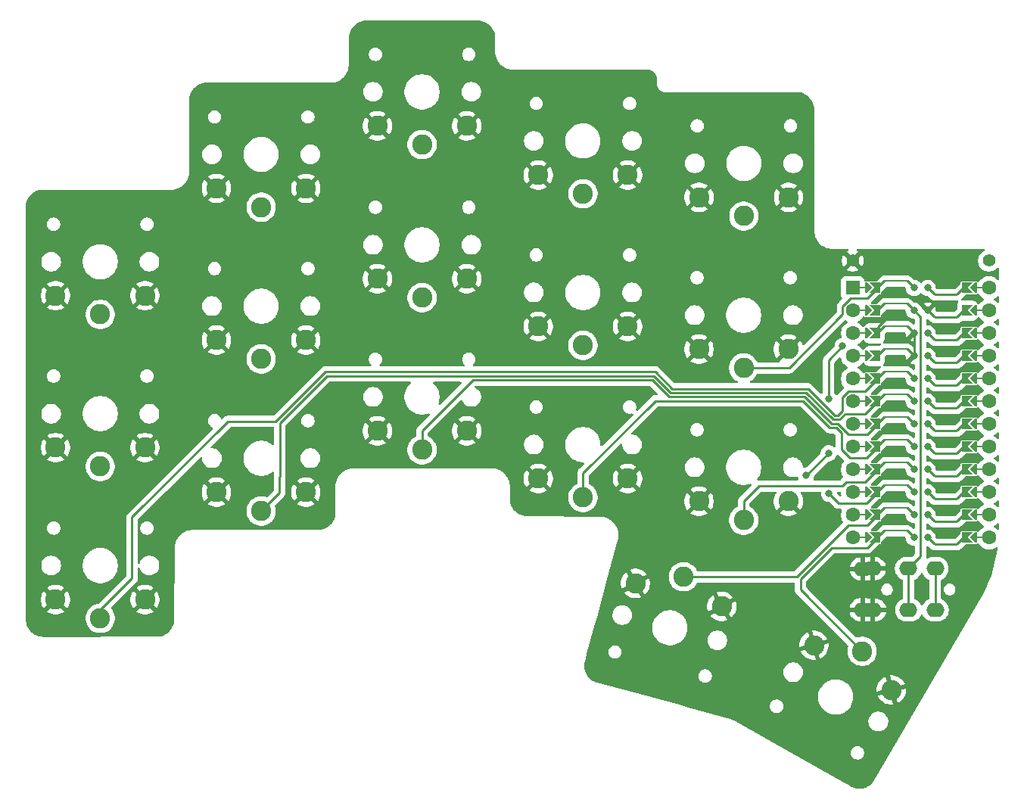
<source format=gbr>
%TF.GenerationSoftware,KiCad,Pcbnew,9.0.2*%
%TF.CreationDate,2025-05-16T20:21:05+01:00*%
%TF.ProjectId,half-swept,68616c66-2d73-4776-9570-742e6b696361,rev?*%
%TF.SameCoordinates,Original*%
%TF.FileFunction,Copper,L1,Top*%
%TF.FilePolarity,Positive*%
%FSLAX46Y46*%
G04 Gerber Fmt 4.6, Leading zero omitted, Abs format (unit mm)*
G04 Created by KiCad (PCBNEW 9.0.2) date 2025-05-16 20:21:05*
%MOMM*%
%LPD*%
G01*
G04 APERTURE LIST*
G04 Aperture macros list*
%AMFreePoly0*
4,1,5,0.125000,-0.500000,-0.125000,-0.500000,-0.125000,0.500000,0.125000,0.500000,0.125000,-0.500000,0.125000,-0.500000,$1*%
%AMFreePoly1*
4,1,6,0.600000,0.200000,0.000000,-0.400000,-0.600000,0.200000,-0.600000,0.400000,0.600000,0.400000,0.600000,0.200000,0.600000,0.200000,$1*%
%AMFreePoly2*
4,1,6,0.600000,-0.250000,-0.600000,-0.250000,-0.600000,1.000000,0.000000,0.400000,0.600000,1.000000,0.600000,-0.250000,0.600000,-0.250000,$1*%
%AMFreePoly3*
4,1,34,0.069446,4.167933,0.088388,4.152388,0.850389,3.390388,0.865934,3.371446,0.884598,3.326386,0.887000,3.302000,0.887000,0.762000,0.884598,0.737613,0.865934,0.692554,0.850389,0.673612,0.088388,-0.088388,0.069456,-0.103923,0.069446,-0.103934,0.024386,-0.122598,-0.024386,-0.122598,-0.024387,-0.122598,-0.069446,-0.103934,-0.103934,-0.069446,-0.122598,-0.024386,-0.122598,0.024386,
-0.103934,0.069446,-0.103923,0.069456,-0.088388,0.088388,0.637000,0.813776,0.637000,3.250223,-0.088388,3.975612,-0.103933,3.994554,-0.122598,4.039613,-0.122598,4.088387,-0.103933,4.133446,-0.069446,4.167933,-0.024387,4.186598,0.024387,4.186598,0.069446,4.167933,0.069446,4.167933,$1*%
%AMFreePoly4*
4,1,34,0.069446,4.167933,0.088388,4.152388,0.854389,3.386388,0.869934,3.367446,0.888598,3.322386,0.891000,3.298000,0.891000,0.766000,0.888598,0.741614,0.869934,0.696554,0.854389,0.677612,0.088388,-0.088388,0.069456,-0.103923,0.069446,-0.103934,0.024386,-0.122598,-0.024386,-0.122598,-0.024387,-0.122598,-0.069446,-0.103934,-0.103934,-0.069446,-0.122598,-0.024386,-0.122598,0.024386,
-0.103934,0.069446,-0.103923,0.069456,-0.088388,0.088388,0.641000,0.817776,0.641000,3.246223,-0.088388,3.975612,-0.103933,3.994554,-0.122598,4.039613,-0.122598,4.088387,-0.103933,4.133446,-0.069446,4.167933,-0.024387,4.186598,0.024387,4.186598,0.069446,4.167933,0.069446,4.167933,$1*%
G04 Aperture macros list end*
%TA.AperFunction,ComponentPad*%
%ADD10C,1.397000*%
%TD*%
%TA.AperFunction,ComponentPad*%
%ADD11O,2.000000X1.600000*%
%TD*%
%TA.AperFunction,ComponentPad*%
%ADD12C,2.262000*%
%TD*%
%TA.AperFunction,SMDPad,CuDef*%
%ADD13FreePoly0,270.000000*%
%TD*%
%TA.AperFunction,ComponentPad*%
%ADD14C,1.600000*%
%TD*%
%TA.AperFunction,SMDPad,CuDef*%
%ADD15FreePoly1,270.000000*%
%TD*%
%TA.AperFunction,SMDPad,CuDef*%
%ADD16FreePoly0,90.000000*%
%TD*%
%TA.AperFunction,SMDPad,CuDef*%
%ADD17FreePoly1,90.000000*%
%TD*%
%TA.AperFunction,ComponentPad*%
%ADD18R,1.600000X1.600000*%
%TD*%
%TA.AperFunction,ComponentPad*%
%ADD19C,0.800000*%
%TD*%
%TA.AperFunction,SMDPad,CuDef*%
%ADD20FreePoly2,90.000000*%
%TD*%
%TA.AperFunction,SMDPad,CuDef*%
%ADD21FreePoly3,90.000000*%
%TD*%
%TA.AperFunction,SMDPad,CuDef*%
%ADD22FreePoly4,270.000000*%
%TD*%
%TA.AperFunction,SMDPad,CuDef*%
%ADD23FreePoly2,270.000000*%
%TD*%
%TA.AperFunction,ViaPad*%
%ADD24C,0.800000*%
%TD*%
%TA.AperFunction,Conductor*%
%ADD25C,0.250000*%
%TD*%
G04 APERTURE END LIST*
D10*
%TO.P,B+,1*%
%TO.N,BT+_r*%
X126492000Y-45974000D03*
%TD*%
%TO.P,B-,1*%
%TO.N,gnd*%
X111252000Y-45974000D03*
%TD*%
D11*
%TO.P,J2,R1*%
%TO.N,Switch18*%
X117478000Y-80420000D03*
X117498000Y-85050000D03*
%TO.P,J2,R2*%
%TO.N,vcc*%
X120498000Y-85050000D03*
X120478000Y-80420000D03*
%TO.P,J2,S*%
%TO.N,gnd*%
X112398000Y-80450000D03*
X112378000Y-85020000D03*
%TO.P,J2,T*%
X113478000Y-80420000D03*
X113498000Y-85050000D03*
%TD*%
D12*
%TO.P,SW1,1*%
%TO.N,Switch1*%
X27080000Y-51980000D03*
%TO.P,SW1,2*%
%TO.N,gnd*%
X32080000Y-49880000D03*
X22080000Y-49880000D03*
%TD*%
%TO.P,SW2,1*%
%TO.N,Switch2*%
X45080000Y-39980000D03*
%TO.P,SW2,2*%
%TO.N,gnd*%
X40080000Y-37880000D03*
X50080000Y-37880000D03*
%TD*%
%TO.P,SW3,1*%
%TO.N,Switch3*%
X63080000Y-32980000D03*
%TO.P,SW3,2*%
%TO.N,gnd*%
X58080000Y-30880000D03*
X68080000Y-30880000D03*
%TD*%
%TO.P,SW4,1*%
%TO.N,Switch4*%
X81080000Y-38480000D03*
%TO.P,SW4,2*%
%TO.N,gnd*%
X76080000Y-36380000D03*
X86080000Y-36380000D03*
%TD*%
%TO.P,SW6,1*%
%TO.N,Switch6*%
X27080000Y-68980000D03*
%TO.P,SW6,2*%
%TO.N,gnd*%
X32080000Y-66880000D03*
X22080000Y-66880000D03*
%TD*%
%TO.P,SW7,1*%
%TO.N,Switch7*%
X45080000Y-56954000D03*
%TO.P,SW7,2*%
%TO.N,gnd*%
X40080000Y-54854000D03*
X50080000Y-54854000D03*
%TD*%
%TO.P,SW8,1*%
%TO.N,Switch8*%
X63080000Y-50096000D03*
%TO.P,SW8,2*%
%TO.N,gnd*%
X68080000Y-47996000D03*
X58080000Y-47996000D03*
%TD*%
%TO.P,SW9,1*%
%TO.N,Switch9*%
X81080000Y-55430000D03*
%TO.P,SW9,2*%
%TO.N,gnd*%
X86080000Y-53330000D03*
X76080000Y-53330000D03*
%TD*%
%TO.P,SW10,1*%
%TO.N,Switch10*%
X99060000Y-57970000D03*
%TO.P,SW10,2*%
%TO.N,gnd*%
X94060000Y-55870000D03*
X104060000Y-55870000D03*
%TD*%
%TO.P,SW11,1*%
%TO.N,Switch11*%
X27080000Y-85980000D03*
%TO.P,SW11,2*%
%TO.N,gnd*%
X22080000Y-83880000D03*
X32080000Y-83880000D03*
%TD*%
%TO.P,SW12,1*%
%TO.N,Switch12*%
X45080000Y-73972000D03*
%TO.P,SW12,2*%
%TO.N,gnd*%
X50080000Y-71872000D03*
X40080000Y-71872000D03*
%TD*%
%TO.P,SW13,1*%
%TO.N,Switch13*%
X63080000Y-67114000D03*
%TO.P,SW13,2*%
%TO.N,gnd*%
X58080000Y-65014000D03*
X68080000Y-65014000D03*
%TD*%
%TO.P,SW14,1*%
%TO.N,Switch14*%
X81080000Y-72448000D03*
%TO.P,SW14,2*%
%TO.N,gnd*%
X76080000Y-70348000D03*
X86080000Y-70348000D03*
%TD*%
%TO.P,SW15,1*%
%TO.N,Switch15*%
X99060000Y-74988000D03*
%TO.P,SW15,2*%
%TO.N,gnd*%
X94060000Y-72888000D03*
X104060000Y-72888000D03*
%TD*%
%TO.P,SW17,1*%
%TO.N,Switch17*%
X112306000Y-89670450D03*
%TO.P,SW17,2*%
%TO.N,gnd*%
X115586127Y-93989103D03*
X106925873Y-88989103D03*
%TD*%
%TO.P,SW16,1*%
%TO.N,Switch16*%
X92323032Y-81331038D03*
%TO.P,SW16,2*%
%TO.N,gnd*%
X86949883Y-82065387D03*
X96609142Y-84653577D03*
%TD*%
D13*
%TO.P,U1,*%
%TO.N,*%
X125222000Y-69342000D03*
D14*
X111252000Y-74422000D03*
D15*
X124714000Y-69342000D03*
X124714000Y-54102000D03*
D16*
X112522000Y-74422000D03*
D14*
X126492000Y-64262000D03*
X111252000Y-51562000D03*
D17*
X113030000Y-51562000D03*
D16*
X112522000Y-66802000D03*
D13*
X125222000Y-61722000D03*
D17*
X113030000Y-59182000D03*
D14*
X126492000Y-49022000D03*
D17*
X113030000Y-74422000D03*
D16*
X112522000Y-61722000D03*
D14*
X111252000Y-54102000D03*
X126492000Y-51562000D03*
D15*
X124714000Y-64262000D03*
D14*
X126492000Y-69342000D03*
D18*
X111252000Y-49022000D03*
D13*
X125222000Y-56642000D03*
D17*
X113030000Y-56642000D03*
D13*
X125222000Y-71882000D03*
D14*
X111252000Y-59182000D03*
D13*
X125222000Y-66802000D03*
D17*
X113030000Y-49022000D03*
D14*
X126492000Y-66802000D03*
D13*
X125222000Y-59182000D03*
D14*
X126492000Y-56642000D03*
D13*
X125222000Y-76962000D03*
D14*
X126492000Y-74422000D03*
X111252000Y-61722000D03*
D15*
X124714000Y-74422000D03*
D17*
X113030000Y-54102000D03*
D15*
X124714000Y-59182000D03*
X124714000Y-61722000D03*
X124714000Y-71882000D03*
D17*
X113030000Y-76962000D03*
D16*
X112522000Y-59182000D03*
X112522000Y-76962000D03*
X112522000Y-69342000D03*
D17*
X113030000Y-71882000D03*
D14*
X111252000Y-69342000D03*
X126492000Y-76962000D03*
D13*
X125222000Y-74422000D03*
D17*
X113030000Y-69342000D03*
D16*
X112522000Y-54102000D03*
D14*
X111252000Y-66802000D03*
D16*
X112522000Y-56642000D03*
D13*
X125222000Y-54102000D03*
D15*
X124714000Y-51562000D03*
D17*
X113030000Y-64262000D03*
D14*
X111252000Y-56642000D03*
D16*
X112522000Y-64262000D03*
X112522000Y-49022000D03*
D14*
X126492000Y-61722000D03*
X126492000Y-54102000D03*
D13*
X125222000Y-51562000D03*
D15*
X124714000Y-49022000D03*
D14*
X126492000Y-71882000D03*
X126492000Y-59182000D03*
D17*
X113030000Y-61722000D03*
D14*
X111252000Y-64262000D03*
D13*
X125222000Y-49022000D03*
D14*
X111252000Y-76962000D03*
D16*
X112522000Y-51562000D03*
D17*
X113030000Y-66802000D03*
D15*
X124714000Y-76962000D03*
X124714000Y-66802000D03*
D13*
X125222000Y-64262000D03*
D14*
X111252000Y-71882000D03*
D15*
X124714000Y-56642000D03*
D14*
X111252000Y-49022000D03*
D16*
X112522000Y-71882000D03*
D19*
%TO.P,U1,1*%
%TO.N,Switch10*%
X118110000Y-49022000D03*
D20*
X114046000Y-49022000D03*
D21*
X118110000Y-49022000D03*
%TO.P,U1,2*%
%TO.N,Switch18*%
X118110000Y-51562000D03*
D20*
X114046000Y-51562000D03*
D19*
X118110000Y-51562000D03*
%TO.P,U1,3*%
%TO.N,gnd*%
X118110000Y-54102000D03*
D20*
X114046000Y-54102000D03*
D21*
X118110000Y-54102000D03*
%TO.P,U1,4*%
X118110000Y-56642000D03*
D19*
X118110000Y-56642000D03*
D20*
X114046000Y-56642000D03*
D19*
%TO.P,U1,5*%
%TO.N,Switch11*%
X118110000Y-59182000D03*
D21*
X118110000Y-59182000D03*
D20*
X114046000Y-59182000D03*
D21*
%TO.P,U1,6*%
%TO.N,Switch12*%
X118110000Y-61722000D03*
D19*
X118110000Y-61722000D03*
D20*
X114046000Y-61722000D03*
%TO.P,U1,7*%
%TO.N,Switch13*%
X114046000Y-64262000D03*
D21*
X118110000Y-64262000D03*
D19*
X118110000Y-64262000D03*
D21*
%TO.P,U1,8*%
%TO.N,Switch14*%
X118110000Y-66802000D03*
D20*
X114046000Y-66802000D03*
D19*
X118110000Y-66802000D03*
%TO.P,U1,9*%
%TO.N,Switch15*%
X118110000Y-69342000D03*
D21*
X118110000Y-69342000D03*
D20*
X114046000Y-69342000D03*
%TO.P,U1,10*%
%TO.N,Switch1*%
X114046000Y-71882000D03*
D21*
X118110000Y-71882000D03*
D19*
X118110000Y-71882000D03*
D20*
%TO.P,U1,11*%
%TO.N,Switch16*%
X114046000Y-74422000D03*
D19*
X118110000Y-74422000D03*
D21*
X118110000Y-74422000D03*
D20*
%TO.P,U1,12*%
%TO.N,Switch17*%
X114046000Y-76962000D03*
D19*
X118110000Y-76962000D03*
D21*
X118110000Y-76962000D03*
D22*
%TO.P,U1,13*%
%TO.N,Switch9*%
X119634000Y-76962000D03*
D19*
X119634000Y-76962000D03*
D23*
X123698000Y-76962000D03*
%TO.P,U1,14*%
%TO.N,Switch8*%
X123698000Y-74422000D03*
D22*
X119634000Y-74422000D03*
D19*
X119634000Y-74422000D03*
D22*
%TO.P,U1,15*%
%TO.N,Switch7*%
X119634000Y-71882000D03*
D23*
X123698000Y-71882000D03*
D19*
X119634000Y-71882000D03*
D22*
%TO.P,U1,16*%
%TO.N,Switch6*%
X119634000Y-69342000D03*
D19*
X119634000Y-69342000D03*
D23*
X123698000Y-69342000D03*
D19*
%TO.P,U1,17*%
%TO.N,Switch2*%
X119634000Y-66802000D03*
D22*
X119634000Y-66802000D03*
D23*
X123698000Y-66802000D03*
%TO.P,U1,18*%
%TO.N,Switch3*%
X123698000Y-64262000D03*
D22*
X119634000Y-64262000D03*
D19*
X119634000Y-64262000D03*
D23*
%TO.P,U1,19*%
%TO.N,Switch4*%
X123698000Y-61722000D03*
D19*
X119634000Y-61722000D03*
D22*
X119634000Y-61722000D03*
D23*
%TO.P,U1,20*%
%TO.N,Switch5*%
X123698000Y-59182000D03*
D19*
X119634000Y-59182000D03*
D22*
X119634000Y-59182000D03*
%TO.P,U1,21*%
%TO.N,vcc*%
X119634000Y-56642000D03*
D23*
X123698000Y-56642000D03*
D19*
X119634000Y-56642000D03*
D23*
%TO.P,U1,22*%
%TO.N,reset*%
X123698000Y-54102000D03*
D22*
X119634000Y-54102000D03*
D19*
X119634000Y-54102000D03*
%TO.P,U1,23*%
%TO.N,gnd*%
X119634000Y-51562000D03*
D22*
X119634000Y-51562000D03*
D23*
X123698000Y-51562000D03*
D22*
%TO.P,U1,24*%
%TO.N,raw*%
X119634000Y-49022000D03*
D23*
X123698000Y-49022000D03*
D19*
X119634000Y-49022000D03*
%TD*%
D12*
%TO.P,SW5,1*%
%TO.N,Switch5*%
X99080000Y-40980000D03*
%TO.P,SW5,2*%
%TO.N,gnd*%
X104080000Y-38880000D03*
X94080000Y-38880000D03*
%TD*%
D24*
%TO.N,gnd*%
X115163600Y-52273200D03*
X109372400Y-45669200D03*
%TO.N,vcc*%
X106019600Y-70002400D03*
X110134400Y-55524400D03*
X108559600Y-67513200D03*
X108559600Y-61417200D03*
%TO.N,Switch1*%
X108610400Y-72034400D03*
%TD*%
D25*
%TO.N,gnd*%
X114046000Y-53390800D02*
X115163600Y-52273200D01*
X118110000Y-56642000D02*
X118110000Y-54102000D01*
X114046000Y-54102000D02*
X114046000Y-53390800D01*
%TO.N,vcc*%
X120498000Y-85050000D02*
X120498000Y-80440000D01*
X108559600Y-57099200D02*
X108559600Y-61417200D01*
X106019600Y-70002400D02*
X106070400Y-70002400D01*
X106070400Y-70002400D02*
X108559600Y-67513200D01*
X120498000Y-80440000D02*
X120478000Y-80420000D01*
X110134400Y-55524400D02*
X108559600Y-57099200D01*
%TO.N,Switch18*%
X118110000Y-51562000D02*
X118834511Y-52286511D01*
X118834511Y-52286511D02*
X118834511Y-79063489D01*
X117498000Y-80440000D02*
X117478000Y-80420000D01*
X118834511Y-79063489D02*
X117478000Y-80420000D01*
X117498000Y-85050000D02*
X117498000Y-80440000D01*
%TO.N,Switch1*%
X108610400Y-72034400D02*
X109677200Y-73101200D01*
X112826800Y-73101200D02*
X114046000Y-71882000D01*
X109677200Y-73101200D02*
X112826800Y-73101200D01*
%TO.N,Switch10*%
X110127489Y-51060911D02*
X111041889Y-50146511D01*
X104132800Y-57970000D02*
X110127489Y-51975311D01*
X110127489Y-51975311D02*
X110127489Y-51060911D01*
X99060000Y-57970000D02*
X104132800Y-57970000D01*
%TO.N,Switch11*%
X106257265Y-60306511D02*
X109255234Y-63304480D01*
X30632400Y-74676000D02*
X41360819Y-63947581D01*
X112630511Y-60597489D02*
X114046000Y-59182000D01*
X27080000Y-85086400D02*
X30632400Y-81534000D01*
X41360819Y-63947581D02*
X46719501Y-63947581D01*
X110083600Y-61300100D02*
X110786211Y-60597489D01*
X91088481Y-60306511D02*
X106257265Y-60306511D01*
X109255234Y-63304480D02*
X109592602Y-63304480D01*
X109592602Y-63304480D02*
X110083600Y-62813482D01*
X46719501Y-63947581D02*
X52247082Y-58420000D01*
X30632400Y-81534000D02*
X30632400Y-74676000D01*
X110786211Y-60597489D02*
X112630511Y-60597489D01*
X52247082Y-58420000D02*
X89201970Y-58420000D01*
X27080000Y-85980000D02*
X27080000Y-85086400D01*
X89201970Y-58420000D02*
X91088481Y-60306511D01*
X110083600Y-62813482D02*
X110083600Y-61300100D01*
%TO.N,Switch12*%
X112630511Y-63137489D02*
X114046000Y-61722000D01*
X47142400Y-71909600D02*
X47142400Y-70161021D01*
X52433280Y-58869520D02*
X89015773Y-58869520D01*
X47169021Y-70161021D02*
X47169021Y-64133779D01*
X109778800Y-63754000D02*
X110395311Y-63137489D01*
X47142400Y-70161021D02*
X47169021Y-70161021D01*
X110395311Y-63137489D02*
X112630511Y-63137489D01*
X47169021Y-64133779D02*
X52433280Y-58869520D01*
X90902284Y-60756031D02*
X106071067Y-60756031D01*
X45080000Y-73972000D02*
X47142400Y-71909600D01*
X106071067Y-60756031D02*
X109069036Y-63754000D01*
X89015773Y-58869520D02*
X90902284Y-60756031D01*
X109069036Y-63754000D02*
X109778800Y-63754000D01*
%TO.N,Switch13*%
X63080000Y-64980992D02*
X68741952Y-59319040D01*
X90716086Y-61205551D02*
X105884869Y-61205551D01*
X112877600Y-65430400D02*
X114046000Y-64262000D01*
X63080000Y-67114000D02*
X63080000Y-64980992D01*
X110794800Y-65430400D02*
X112877600Y-65430400D01*
X88829575Y-59319040D02*
X90716086Y-61205551D01*
X108882839Y-64203520D02*
X109567920Y-64203520D01*
X109567920Y-64203520D02*
X110794800Y-65430400D01*
X68741952Y-59319040D02*
X88829575Y-59319040D01*
X105884869Y-61205551D02*
X108882839Y-64203520D01*
%TO.N,Switch14*%
X89170129Y-61655071D02*
X105698671Y-61655071D01*
X109381722Y-64653040D02*
X109982000Y-65253318D01*
X109982000Y-67122300D02*
X110931700Y-68072000D01*
X108696642Y-64653040D02*
X109381722Y-64653040D01*
X81080000Y-69745200D02*
X89170129Y-61655071D01*
X109982000Y-65253318D02*
X109982000Y-67122300D01*
X105698671Y-61655071D02*
X108696642Y-64653040D01*
X81080000Y-72448000D02*
X81080000Y-69745200D01*
X112776000Y-68072000D02*
X114046000Y-66802000D01*
X110931700Y-68072000D02*
X112776000Y-68072000D01*
%TO.N,Switch15*%
X110126650Y-71170800D02*
X110539961Y-70757489D01*
X99060000Y-74988000D02*
X99060000Y-72854992D01*
X100744192Y-71170800D02*
X110126650Y-71170800D01*
X112630511Y-70757489D02*
X114046000Y-69342000D01*
X99060000Y-72854992D02*
X100744192Y-71170800D01*
X110539961Y-70757489D02*
X112630511Y-70757489D01*
%TO.N,Switch16*%
X110786211Y-75546511D02*
X112921489Y-75546511D01*
X112921489Y-75546511D02*
X114046000Y-74422000D01*
X105001684Y-81331038D02*
X110786211Y-75546511D01*
X92323032Y-81331038D02*
X105001684Y-81331038D01*
%TO.N,Switch17*%
X108881929Y-78086511D02*
X112921489Y-78086511D01*
X105410000Y-82774450D02*
X105410000Y-81558440D01*
X105410000Y-81558440D02*
X108881929Y-78086511D01*
X112921489Y-78086511D02*
X114046000Y-76962000D01*
X112306000Y-89670450D02*
X105410000Y-82774450D01*
%TO.N,Switch10*%
X111041889Y-50146511D02*
X112921489Y-50146511D01*
X112921489Y-50146511D02*
X114046000Y-49022000D01*
%TD*%
%TA.AperFunction,Conductor*%
%TO.N,gnd*%
G36*
X69296725Y-19108562D02*
G01*
X69542309Y-19124673D01*
X69558638Y-19126825D01*
X69795958Y-19174072D01*
X69811884Y-19178344D01*
X70040984Y-19256182D01*
X70056202Y-19262490D01*
X70273193Y-19369601D01*
X70287462Y-19377848D01*
X70488586Y-19512377D01*
X70501660Y-19522420D01*
X70541581Y-19557472D01*
X70683480Y-19682064D01*
X70695136Y-19693735D01*
X70854542Y-19875760D01*
X70864574Y-19888854D01*
X70998837Y-20090145D01*
X71007072Y-20104437D01*
X71113888Y-20321540D01*
X71120186Y-20336786D01*
X71197727Y-20565984D01*
X71201979Y-20581921D01*
X71248916Y-20819289D01*
X71251049Y-20835646D01*
X71266842Y-21081277D01*
X71267102Y-21089525D01*
X71265933Y-21992639D01*
X71265186Y-22570362D01*
X71265129Y-22614174D01*
X71265154Y-22614299D01*
X71265035Y-22711463D01*
X71265035Y-22711469D01*
X71299416Y-22974996D01*
X71367937Y-23231792D01*
X71469409Y-23477406D01*
X71469419Y-23477425D01*
X71602106Y-23707670D01*
X71602112Y-23707678D01*
X71602115Y-23707684D01*
X71602119Y-23707690D01*
X71602121Y-23707692D01*
X71763758Y-23918637D01*
X71763760Y-23918639D01*
X71763762Y-23918641D01*
X71951586Y-24106671D01*
X71951587Y-24106672D01*
X72162360Y-24268546D01*
X72162371Y-24268553D01*
X72392490Y-24401504D01*
X72392491Y-24401505D01*
X72602165Y-24488397D01*
X72638008Y-24503251D01*
X72821719Y-24552486D01*
X72894721Y-24572051D01*
X73158212Y-24606721D01*
X73158214Y-24606720D01*
X73158215Y-24606721D01*
X73280536Y-24606704D01*
X73280537Y-24606705D01*
X73288133Y-24606703D01*
X73291099Y-24606703D01*
X73298269Y-24606701D01*
X88364132Y-24603531D01*
X88375075Y-24604005D01*
X88527323Y-24617249D01*
X88548861Y-24621029D01*
X88691210Y-24659006D01*
X88711784Y-24666463D01*
X88845397Y-24728494D01*
X88864372Y-24739398D01*
X88985239Y-24823621D01*
X89002039Y-24837645D01*
X89106508Y-24941515D01*
X89120631Y-24958238D01*
X89205542Y-25078613D01*
X89216557Y-25097527D01*
X89279355Y-25230780D01*
X89286931Y-25251316D01*
X89325721Y-25393429D01*
X89329629Y-25414966D01*
X89343798Y-25567671D01*
X89344335Y-25578608D01*
X89347614Y-26165515D01*
X89347642Y-26165646D01*
X89347930Y-26219132D01*
X89347930Y-26219141D01*
X89347931Y-26219144D01*
X89365014Y-26313150D01*
X89379953Y-26395359D01*
X89379954Y-26395365D01*
X89419634Y-26502740D01*
X89442034Y-26563356D01*
X89532293Y-26718049D01*
X89532297Y-26718054D01*
X89532300Y-26718058D01*
X89648000Y-26854758D01*
X89763873Y-26951214D01*
X89785649Y-26969341D01*
X89941076Y-27058331D01*
X90109576Y-27119035D01*
X90286046Y-27149614D01*
X90368045Y-27149385D01*
X104984589Y-27110938D01*
X104992779Y-27111185D01*
X105238603Y-27126673D01*
X105254964Y-27128787D01*
X105492525Y-27175461D01*
X105508472Y-27179696D01*
X105737897Y-27257024D01*
X105753153Y-27263307D01*
X105970506Y-27369962D01*
X105984815Y-27378187D01*
X106172020Y-27502791D01*
X106186355Y-27512332D01*
X106199464Y-27522357D01*
X106381735Y-27681690D01*
X106393423Y-27693343D01*
X106553311Y-27875142D01*
X106563375Y-27888221D01*
X106605409Y-27950962D01*
X106698132Y-28089366D01*
X106706400Y-28103651D01*
X106806717Y-28306546D01*
X106813698Y-28320664D01*
X106820029Y-28335906D01*
X106898046Y-28565098D01*
X106902330Y-28581038D01*
X106949720Y-28818461D01*
X106951883Y-28834824D01*
X106968138Y-29081041D01*
X106968412Y-29089292D01*
X106973695Y-42563173D01*
X106973655Y-42563309D01*
X106973729Y-42748157D01*
X106973729Y-42748163D01*
X106990223Y-42873077D01*
X107008481Y-43011350D01*
X107073593Y-43254000D01*
X107077286Y-43267760D01*
X107178956Y-43512979D01*
X107178959Y-43512986D01*
X107178962Y-43512992D01*
X107178965Y-43512997D01*
X107311772Y-43742854D01*
X107311779Y-43742865D01*
X107473450Y-43953427D01*
X107661221Y-44141095D01*
X107845840Y-44282682D01*
X107871883Y-44302655D01*
X108101825Y-44435339D01*
X108347117Y-44536880D01*
X108603562Y-44605540D01*
X108866774Y-44640146D01*
X108963879Y-44640129D01*
X108963883Y-44640130D01*
X109534248Y-44640045D01*
X110687974Y-44639876D01*
X110756096Y-44659868D01*
X110802597Y-44713517D01*
X110812711Y-44783789D01*
X110783228Y-44848374D01*
X110745195Y-44878142D01*
X110619657Y-44942107D01*
X110596293Y-44959082D01*
X110596293Y-44959083D01*
X111204810Y-45567600D01*
X111198496Y-45567600D01*
X111095135Y-45595295D01*
X111002464Y-45648799D01*
X110926799Y-45724464D01*
X110873295Y-45817135D01*
X110845600Y-45920496D01*
X110845600Y-45926810D01*
X110237083Y-45318293D01*
X110237082Y-45318293D01*
X110220109Y-45341654D01*
X110133893Y-45510863D01*
X110133890Y-45510869D01*
X110075209Y-45691471D01*
X110045500Y-45879049D01*
X110045500Y-46068950D01*
X110075209Y-46256528D01*
X110133890Y-46437130D01*
X110133893Y-46437136D01*
X110220109Y-46606345D01*
X110220110Y-46606347D01*
X110237081Y-46629705D01*
X110237082Y-46629706D01*
X110845600Y-46021188D01*
X110845600Y-46027504D01*
X110873295Y-46130865D01*
X110926799Y-46223536D01*
X111002464Y-46299201D01*
X111095135Y-46352705D01*
X111198496Y-46380400D01*
X111204810Y-46380400D01*
X110596293Y-46988917D01*
X110619652Y-47005889D01*
X110788863Y-47092106D01*
X110788869Y-47092109D01*
X110969473Y-47150790D01*
X110969469Y-47150790D01*
X111157049Y-47180500D01*
X111346951Y-47180500D01*
X111534528Y-47150790D01*
X111715130Y-47092109D01*
X111715142Y-47092104D01*
X111884335Y-47005896D01*
X111884348Y-47005888D01*
X111907705Y-46988917D01*
X111907706Y-46988916D01*
X111299190Y-46380400D01*
X111305504Y-46380400D01*
X111408865Y-46352705D01*
X111501536Y-46299201D01*
X111577201Y-46223536D01*
X111630705Y-46130865D01*
X111658400Y-46027504D01*
X111658400Y-46021189D01*
X112266916Y-46629706D01*
X112266917Y-46629705D01*
X112283888Y-46606348D01*
X112283896Y-46606335D01*
X112370104Y-46437142D01*
X112370109Y-46437130D01*
X112428790Y-46256528D01*
X112458500Y-46068950D01*
X112458500Y-45879049D01*
X112428790Y-45691471D01*
X112370109Y-45510869D01*
X112370106Y-45510863D01*
X112283889Y-45341652D01*
X112266917Y-45318293D01*
X111658400Y-45926809D01*
X111658400Y-45920496D01*
X111630705Y-45817135D01*
X111577201Y-45724464D01*
X111501536Y-45648799D01*
X111408865Y-45595295D01*
X111305504Y-45567600D01*
X111299189Y-45567600D01*
X111907706Y-44959082D01*
X111907705Y-44959081D01*
X111884347Y-44942110D01*
X111884345Y-44942109D01*
X111758481Y-44877978D01*
X111706866Y-44829230D01*
X111689800Y-44760315D01*
X111712701Y-44693113D01*
X111768298Y-44648961D01*
X111815665Y-44639711D01*
X125931264Y-44637639D01*
X125999386Y-44657631D01*
X126045887Y-44711280D01*
X126056001Y-44781552D01*
X126026518Y-44846137D01*
X125988484Y-44875906D01*
X125859391Y-44941682D01*
X125705689Y-45053354D01*
X125705686Y-45053356D01*
X125571356Y-45187686D01*
X125571354Y-45187689D01*
X125459683Y-45341390D01*
X125373430Y-45510671D01*
X125373427Y-45510677D01*
X125314722Y-45691355D01*
X125314721Y-45691358D01*
X125314721Y-45691360D01*
X125285000Y-45879007D01*
X125285000Y-46068993D01*
X125314721Y-46256640D01*
X125314722Y-46256644D01*
X125360442Y-46397359D01*
X125373429Y-46437327D01*
X125459681Y-46606606D01*
X125571352Y-46760308D01*
X125571354Y-46760310D01*
X125571356Y-46760313D01*
X125705686Y-46894643D01*
X125705689Y-46894645D01*
X125705692Y-46894648D01*
X125859394Y-47006319D01*
X126028673Y-47092571D01*
X126209360Y-47151279D01*
X126397007Y-47181000D01*
X126397010Y-47181000D01*
X126586990Y-47181000D01*
X126586993Y-47181000D01*
X126774640Y-47151279D01*
X126955327Y-47092571D01*
X127124606Y-47006319D01*
X127278308Y-46894648D01*
X127314298Y-46858658D01*
X127394405Y-46778552D01*
X127456717Y-46744526D01*
X127527532Y-46749591D01*
X127584368Y-46792138D01*
X127609179Y-46858658D01*
X127609500Y-46867647D01*
X127609500Y-47984811D01*
X127589498Y-48052932D01*
X127535842Y-48099425D01*
X127465568Y-48109529D01*
X127400988Y-48080035D01*
X127394405Y-48073906D01*
X127344435Y-48023936D01*
X127344432Y-48023934D01*
X127344430Y-48023932D01*
X127177803Y-47902871D01*
X126994290Y-47809366D01*
X126994287Y-47809365D01*
X126994285Y-47809364D01*
X126798412Y-47745721D01*
X126798410Y-47745720D01*
X126798408Y-47745720D01*
X126594981Y-47713500D01*
X126389019Y-47713500D01*
X126185592Y-47745720D01*
X126185590Y-47745720D01*
X126185587Y-47745721D01*
X125989714Y-47809364D01*
X125989708Y-47809367D01*
X125806193Y-47902873D01*
X125639567Y-48023934D01*
X125639564Y-48023936D01*
X125493936Y-48169564D01*
X125493934Y-48169567D01*
X125376239Y-48331561D01*
X125371835Y-48334956D01*
X125369527Y-48340012D01*
X125344029Y-48356398D01*
X125320017Y-48374915D01*
X125313235Y-48376188D01*
X125309801Y-48378396D01*
X125274303Y-48383500D01*
X125274250Y-48383500D01*
X125206129Y-48363498D01*
X125183336Y-48341971D01*
X125176011Y-48336649D01*
X125160352Y-48331561D01*
X125114000Y-48316500D01*
X124914000Y-48316500D01*
X124913987Y-48316500D01*
X124897497Y-48317798D01*
X124867871Y-48332893D01*
X124798094Y-48345996D01*
X124771733Y-48340458D01*
X124760011Y-48336649D01*
X124698000Y-48316500D01*
X123448000Y-48316500D01*
X123447996Y-48316500D01*
X123447988Y-48316501D01*
X123415398Y-48321663D01*
X123362649Y-48359988D01*
X123342500Y-48422001D01*
X123342500Y-48431165D01*
X123322498Y-48499286D01*
X123292011Y-48532032D01*
X123264093Y-48552931D01*
X123123251Y-48693774D01*
X122704428Y-49112596D01*
X122642118Y-49146620D01*
X122615335Y-49149500D01*
X120716665Y-49149500D01*
X120686749Y-49140716D01*
X120656280Y-49134088D01*
X120651184Y-49130273D01*
X120648544Y-49129498D01*
X120627570Y-49112595D01*
X120579405Y-49064430D01*
X120545379Y-49002118D01*
X120542500Y-48975335D01*
X120542500Y-48932522D01*
X120542499Y-48932518D01*
X120539711Y-48918502D01*
X120507587Y-48757000D01*
X120439102Y-48591664D01*
X120339678Y-48442865D01*
X120213135Y-48316322D01*
X120064336Y-48216898D01*
X119947429Y-48168473D01*
X119899003Y-48148414D01*
X119899001Y-48148413D01*
X119899000Y-48148413D01*
X119781234Y-48124988D01*
X119723481Y-48113500D01*
X119723479Y-48113500D01*
X119544521Y-48113500D01*
X119544518Y-48113500D01*
X119413771Y-48139507D01*
X119369000Y-48148413D01*
X119368999Y-48148413D01*
X119368996Y-48148414D01*
X119203662Y-48216899D01*
X119054869Y-48316319D01*
X119054862Y-48316324D01*
X118961095Y-48410092D01*
X118898783Y-48444118D01*
X118827968Y-48439053D01*
X118782905Y-48410092D01*
X118689137Y-48316324D01*
X118689135Y-48316322D01*
X118540336Y-48216898D01*
X118423429Y-48168473D01*
X118375003Y-48148414D01*
X118375001Y-48148413D01*
X118375000Y-48148413D01*
X118257234Y-48124988D01*
X118199481Y-48113500D01*
X118199479Y-48113500D01*
X118156665Y-48113500D01*
X118088544Y-48093498D01*
X118067574Y-48076599D01*
X117781906Y-47790931D01*
X117781902Y-47790927D01*
X117741015Y-47754199D01*
X117741010Y-47754195D01*
X117615316Y-47679619D01*
X117615311Y-47679616D01*
X117606545Y-47675985D01*
X117569370Y-47660587D01*
X117546311Y-47652452D01*
X117517533Y-47642299D01*
X117421325Y-47628467D01*
X117372864Y-47621500D01*
X114783136Y-47621500D01*
X114783123Y-47621500D01*
X114728255Y-47624441D01*
X114728247Y-47624441D01*
X114728247Y-47624442D01*
X114728246Y-47624442D01*
X114728240Y-47624443D01*
X114586636Y-47660585D01*
X114586631Y-47660586D01*
X114586630Y-47660587D01*
X114586626Y-47660588D01*
X114586625Y-47660589D01*
X114540686Y-47679617D01*
X114540673Y-47679623D01*
X114491095Y-47703344D01*
X114491094Y-47703344D01*
X114374099Y-47790926D01*
X114374090Y-47790934D01*
X113885430Y-48279595D01*
X113823118Y-48313621D01*
X113796335Y-48316500D01*
X113046000Y-48316500D01*
X112998104Y-48327999D01*
X112998100Y-48328000D01*
X112997460Y-48328359D01*
X112928251Y-48344192D01*
X112921875Y-48343642D01*
X112896928Y-48340848D01*
X112892011Y-48336649D01*
X112830000Y-48316500D01*
X112679464Y-48316500D01*
X112672480Y-48315718D01*
X112645964Y-48304597D01*
X112618379Y-48296498D01*
X112613656Y-48291048D01*
X112607008Y-48288260D01*
X112590715Y-48264572D01*
X112571886Y-48242842D01*
X112570089Y-48234584D01*
X112566774Y-48229764D01*
X112566392Y-48217589D01*
X112560500Y-48190500D01*
X112560500Y-48173367D01*
X112560499Y-48173350D01*
X112553990Y-48112803D01*
X112553988Y-48112795D01*
X112516161Y-48011379D01*
X112502889Y-47975796D01*
X112502888Y-47975794D01*
X112502887Y-47975792D01*
X112415261Y-47858738D01*
X112298207Y-47771112D01*
X112298202Y-47771110D01*
X112161204Y-47720011D01*
X112161196Y-47720009D01*
X112100649Y-47713500D01*
X112100638Y-47713500D01*
X110403362Y-47713500D01*
X110403350Y-47713500D01*
X110342803Y-47720009D01*
X110342795Y-47720011D01*
X110205797Y-47771110D01*
X110205792Y-47771112D01*
X110088738Y-47858738D01*
X110001112Y-47975792D01*
X110001110Y-47975797D01*
X109950011Y-48112795D01*
X109950009Y-48112803D01*
X109943500Y-48173350D01*
X109943500Y-49870649D01*
X109950009Y-49931196D01*
X109950011Y-49931204D01*
X110001110Y-50068202D01*
X110001112Y-50068207D01*
X110031227Y-50108435D01*
X110056038Y-50174955D01*
X110040947Y-50244329D01*
X110019455Y-50273039D01*
X109723656Y-50568840D01*
X109635416Y-50657080D01*
X109635415Y-50657082D01*
X109568424Y-50757342D01*
X109566089Y-50760836D01*
X109556974Y-50782842D01*
X109519234Y-50873954D01*
X109518334Y-50876126D01*
X109511212Y-50911931D01*
X109493989Y-50998514D01*
X109493989Y-51660716D01*
X109473987Y-51728837D01*
X109457084Y-51749811D01*
X105819250Y-55387644D01*
X105756938Y-55421670D01*
X105686122Y-55416605D01*
X105629287Y-55374058D01*
X105610322Y-55337485D01*
X105578922Y-55240846D01*
X105578919Y-55240840D01*
X105461795Y-55010973D01*
X105384552Y-54904657D01*
X105384551Y-54904657D01*
X104739235Y-55549974D01*
X104724641Y-55514742D01*
X104642563Y-55391903D01*
X104538097Y-55287437D01*
X104415258Y-55205359D01*
X104380025Y-55190765D01*
X105025341Y-54545448D01*
X105025341Y-54545446D01*
X104919026Y-54468204D01*
X104689159Y-54351080D01*
X104689153Y-54351077D01*
X104443804Y-54271359D01*
X104443807Y-54271359D01*
X104188989Y-54231000D01*
X103931011Y-54231000D01*
X103676194Y-54271359D01*
X103430846Y-54351077D01*
X103430840Y-54351080D01*
X103200978Y-54468201D01*
X103200977Y-54468202D01*
X103094657Y-54545447D01*
X103094657Y-54545448D01*
X103739974Y-55190765D01*
X103704742Y-55205359D01*
X103581903Y-55287437D01*
X103477437Y-55391903D01*
X103395359Y-55514742D01*
X103380765Y-55549974D01*
X102735448Y-54904657D01*
X102735447Y-54904657D01*
X102658202Y-55010977D01*
X102658201Y-55010978D01*
X102541080Y-55240840D01*
X102541077Y-55240846D01*
X102461359Y-55486194D01*
X102421000Y-55741011D01*
X102421000Y-55998988D01*
X102461359Y-56253805D01*
X102541077Y-56499153D01*
X102541080Y-56499159D01*
X102658204Y-56729026D01*
X102735446Y-56835341D01*
X102735448Y-56835341D01*
X103380764Y-56190024D01*
X103395359Y-56225258D01*
X103477437Y-56348097D01*
X103581903Y-56452563D01*
X103704742Y-56534641D01*
X103739974Y-56549235D01*
X103094657Y-57194551D01*
X103095135Y-57200613D01*
X103080539Y-57270093D01*
X103030697Y-57320653D01*
X102969523Y-57336500D01*
X100654483Y-57336500D01*
X100586362Y-57316498D01*
X100542216Y-57267703D01*
X100523467Y-57230907D01*
X100462226Y-57110715D01*
X100310541Y-56901937D01*
X100310538Y-56901934D01*
X100310536Y-56901931D01*
X100128068Y-56719463D01*
X100128065Y-56719461D01*
X100128063Y-56719459D01*
X99919285Y-56567774D01*
X99689350Y-56450615D01*
X99689347Y-56450614D01*
X99689345Y-56450613D01*
X99443921Y-56370871D01*
X99443924Y-56370871D01*
X99396471Y-56363355D01*
X99189031Y-56330500D01*
X98930969Y-56330500D01*
X98676083Y-56370870D01*
X98676077Y-56370871D01*
X98430654Y-56450613D01*
X98430648Y-56450616D01*
X98200711Y-56567776D01*
X97991934Y-56719461D01*
X97991931Y-56719463D01*
X97809463Y-56901931D01*
X97809461Y-56901934D01*
X97657776Y-57110711D01*
X97540616Y-57340648D01*
X97540613Y-57340654D01*
X97460871Y-57586077D01*
X97460870Y-57586082D01*
X97460870Y-57586083D01*
X97420500Y-57840969D01*
X97420500Y-58099031D01*
X97457014Y-58329570D01*
X97460871Y-58353922D01*
X97538714Y-58593500D01*
X97540615Y-58599350D01*
X97657774Y-58829285D01*
X97809459Y-59038063D01*
X97809461Y-59038065D01*
X97809463Y-59038068D01*
X97991931Y-59220536D01*
X97991934Y-59220538D01*
X97991937Y-59220541D01*
X98200715Y-59372226D01*
X98323413Y-59434744D01*
X98375028Y-59483493D01*
X98392094Y-59552408D01*
X98369193Y-59619609D01*
X98313595Y-59663761D01*
X98266210Y-59673011D01*
X91403075Y-59673011D01*
X91334954Y-59653009D01*
X91313980Y-59636106D01*
X89605805Y-57927931D01*
X89605803Y-57927929D01*
X89502045Y-57858600D01*
X89386755Y-57810845D01*
X89313056Y-57796185D01*
X89264366Y-57786500D01*
X89264364Y-57786500D01*
X68886412Y-57786500D01*
X68818291Y-57766498D01*
X68771798Y-57712842D01*
X68761694Y-57642568D01*
X68791188Y-57577988D01*
X68797317Y-57571405D01*
X68879296Y-57489425D01*
X68879301Y-57489420D01*
X68960920Y-57367269D01*
X69017140Y-57231542D01*
X69045800Y-57087455D01*
X69045800Y-56940545D01*
X69017140Y-56796458D01*
X68960920Y-56660731D01*
X68879301Y-56538580D01*
X68879296Y-56538574D01*
X68775425Y-56434703D01*
X68775419Y-56434698D01*
X68734887Y-56407615D01*
X68653269Y-56353080D01*
X68517542Y-56296860D01*
X68476374Y-56288671D01*
X68373460Y-56268200D01*
X68373455Y-56268200D01*
X68226545Y-56268200D01*
X68226539Y-56268200D01*
X68103041Y-56292765D01*
X68082458Y-56296860D01*
X68082455Y-56296860D01*
X68082452Y-56296862D01*
X67946731Y-56353080D01*
X67824580Y-56434698D01*
X67824574Y-56434703D01*
X67720703Y-56538574D01*
X67720698Y-56538580D01*
X67639080Y-56660731D01*
X67587523Y-56785201D01*
X67582860Y-56796458D01*
X67579858Y-56811552D01*
X67554200Y-56940539D01*
X67554200Y-57087460D01*
X67574671Y-57190374D01*
X67582860Y-57231542D01*
X67639080Y-57367269D01*
X67670167Y-57413794D01*
X67720698Y-57489419D01*
X67720703Y-57489425D01*
X67802683Y-57571405D01*
X67836709Y-57633717D01*
X67831644Y-57704532D01*
X67789097Y-57761368D01*
X67722577Y-57786179D01*
X67713588Y-57786500D01*
X58446412Y-57786500D01*
X58378291Y-57766498D01*
X58331798Y-57712842D01*
X58321694Y-57642568D01*
X58351188Y-57577988D01*
X58357317Y-57571405D01*
X58439296Y-57489425D01*
X58439301Y-57489420D01*
X58520920Y-57367269D01*
X58577140Y-57231542D01*
X58605800Y-57087455D01*
X58605800Y-56940545D01*
X58577140Y-56796458D01*
X58520920Y-56660731D01*
X58439301Y-56538580D01*
X58439296Y-56538574D01*
X58335425Y-56434703D01*
X58335419Y-56434698D01*
X58294887Y-56407615D01*
X58213269Y-56353080D01*
X58077542Y-56296860D01*
X58036374Y-56288671D01*
X57933460Y-56268200D01*
X57933455Y-56268200D01*
X57786545Y-56268200D01*
X57786539Y-56268200D01*
X57663041Y-56292765D01*
X57642458Y-56296860D01*
X57642455Y-56296860D01*
X57642452Y-56296862D01*
X57506731Y-56353080D01*
X57384580Y-56434698D01*
X57384574Y-56434703D01*
X57280703Y-56538574D01*
X57280698Y-56538580D01*
X57199080Y-56660731D01*
X57147523Y-56785201D01*
X57142860Y-56796458D01*
X57139858Y-56811552D01*
X57114200Y-56940539D01*
X57114200Y-57087460D01*
X57134671Y-57190374D01*
X57142860Y-57231542D01*
X57199080Y-57367269D01*
X57230167Y-57413794D01*
X57280698Y-57489419D01*
X57280703Y-57489425D01*
X57362683Y-57571405D01*
X57396709Y-57633717D01*
X57391644Y-57704532D01*
X57349097Y-57761368D01*
X57282577Y-57786179D01*
X57273588Y-57786500D01*
X52184685Y-57786500D01*
X52118161Y-57799733D01*
X52062297Y-57810845D01*
X52062295Y-57810845D01*
X52062294Y-57810846D01*
X52056406Y-57813285D01*
X51989565Y-57840972D01*
X51947005Y-57858601D01*
X51843253Y-57927926D01*
X51843246Y-57927931D01*
X46494002Y-63277176D01*
X46431690Y-63311202D01*
X46404907Y-63314081D01*
X41298422Y-63314081D01*
X41225387Y-63328609D01*
X41176034Y-63338426D01*
X41176032Y-63338426D01*
X41176031Y-63338427D01*
X41147689Y-63350167D01*
X41147688Y-63350167D01*
X41060742Y-63386181D01*
X40956990Y-63455506D01*
X40956988Y-63455507D01*
X40763464Y-63649031D01*
X40701152Y-63683056D01*
X40630336Y-63677991D01*
X40573501Y-63635444D01*
X40557960Y-63608153D01*
X40544209Y-63574956D01*
X40520920Y-63518731D01*
X40439301Y-63396580D01*
X40439296Y-63396574D01*
X40335425Y-63292703D01*
X40335419Y-63292698D01*
X40287170Y-63260459D01*
X40213269Y-63211080D01*
X40077542Y-63154860D01*
X40036374Y-63146671D01*
X39933460Y-63126200D01*
X39933455Y-63126200D01*
X39786545Y-63126200D01*
X39786539Y-63126200D01*
X39663041Y-63150765D01*
X39642458Y-63154860D01*
X39642455Y-63154860D01*
X39642452Y-63154862D01*
X39506731Y-63211080D01*
X39384580Y-63292698D01*
X39384574Y-63292703D01*
X39280703Y-63396574D01*
X39280698Y-63396580D01*
X39199080Y-63518731D01*
X39142862Y-63654452D01*
X39142860Y-63654459D01*
X39114200Y-63798539D01*
X39114200Y-63945460D01*
X39129425Y-64021999D01*
X39142860Y-64089542D01*
X39142861Y-64089546D01*
X39142862Y-64089547D01*
X39151095Y-64109423D01*
X39199080Y-64225269D01*
X39227315Y-64267525D01*
X39280698Y-64347419D01*
X39280703Y-64347425D01*
X39384574Y-64451296D01*
X39384580Y-64451301D01*
X39506731Y-64532920D01*
X39573409Y-64560539D01*
X39596153Y-64569960D01*
X39651434Y-64614509D01*
X39673855Y-64681872D01*
X39656297Y-64750663D01*
X39637030Y-64775464D01*
X30228567Y-74183929D01*
X30140331Y-74272164D01*
X30140326Y-74272171D01*
X30082543Y-74358650D01*
X30071000Y-74375925D01*
X30058162Y-74406919D01*
X30023246Y-74491212D01*
X29998900Y-74613603D01*
X29998900Y-81219405D01*
X29978898Y-81287526D01*
X29961995Y-81308500D01*
X26954998Y-84315496D01*
X26892686Y-84349522D01*
X26885615Y-84350850D01*
X26696077Y-84380871D01*
X26450654Y-84460613D01*
X26450648Y-84460616D01*
X26220711Y-84577776D01*
X26011934Y-84729461D01*
X26011931Y-84729463D01*
X25829463Y-84911931D01*
X25829461Y-84911934D01*
X25677776Y-85120711D01*
X25560616Y-85350648D01*
X25560613Y-85350654D01*
X25480871Y-85596077D01*
X25480870Y-85596082D01*
X25480870Y-85596083D01*
X25440500Y-85850969D01*
X25440500Y-86109031D01*
X25475526Y-86330174D01*
X25480871Y-86363922D01*
X25560613Y-86609345D01*
X25560615Y-86609350D01*
X25674751Y-86833352D01*
X25677776Y-86839288D01*
X25698422Y-86867705D01*
X25829459Y-87048063D01*
X25829461Y-87048065D01*
X25829463Y-87048068D01*
X26011931Y-87230536D01*
X26011934Y-87230538D01*
X26011937Y-87230541D01*
X26220715Y-87382226D01*
X26450650Y-87499385D01*
X26696077Y-87579128D01*
X26696078Y-87579128D01*
X26696083Y-87579130D01*
X26950969Y-87619500D01*
X26950972Y-87619500D01*
X27209028Y-87619500D01*
X27209031Y-87619500D01*
X27463917Y-87579130D01*
X27709350Y-87499385D01*
X27939285Y-87382226D01*
X28148063Y-87230541D01*
X28330541Y-87048063D01*
X28482226Y-86839285D01*
X28599385Y-86609350D01*
X28679130Y-86363917D01*
X28719500Y-86109031D01*
X28719500Y-85850969D01*
X28679130Y-85596083D01*
X28599385Y-85350650D01*
X28482226Y-85120715D01*
X28330541Y-84911937D01*
X28330538Y-84911934D01*
X28330536Y-84911931D01*
X28329549Y-84910944D01*
X28329293Y-84910476D01*
X28327324Y-84908170D01*
X28327808Y-84907756D01*
X28295523Y-84848632D01*
X28300588Y-84777817D01*
X28329547Y-84732756D01*
X29311292Y-83751011D01*
X30441000Y-83751011D01*
X30441000Y-84008988D01*
X30481359Y-84263805D01*
X30561077Y-84509153D01*
X30561080Y-84509159D01*
X30678204Y-84739026D01*
X30755446Y-84845341D01*
X30755448Y-84845341D01*
X31400764Y-84200024D01*
X31415359Y-84235258D01*
X31497437Y-84358097D01*
X31601903Y-84462563D01*
X31724742Y-84544641D01*
X31759973Y-84559234D01*
X31114657Y-85204550D01*
X31114657Y-85204552D01*
X31220973Y-85281795D01*
X31450840Y-85398919D01*
X31450846Y-85398922D01*
X31696195Y-85478640D01*
X31696192Y-85478640D01*
X31951011Y-85519000D01*
X32208989Y-85519000D01*
X32463805Y-85478640D01*
X32709153Y-85398922D01*
X32709159Y-85398919D01*
X32939022Y-85281797D01*
X33045341Y-85204551D01*
X33045341Y-85204550D01*
X32400025Y-84559234D01*
X32435258Y-84544641D01*
X32558097Y-84462563D01*
X32662563Y-84358097D01*
X32744641Y-84235258D01*
X32759234Y-84200025D01*
X33404550Y-84845341D01*
X33404551Y-84845341D01*
X33481797Y-84739022D01*
X33598919Y-84509159D01*
X33598922Y-84509153D01*
X33678640Y-84263805D01*
X33719000Y-84008988D01*
X33719000Y-83751011D01*
X33678640Y-83496194D01*
X33598922Y-83250846D01*
X33598919Y-83250840D01*
X33481795Y-83020973D01*
X33404552Y-82914657D01*
X33404550Y-82914657D01*
X32759234Y-83559973D01*
X32744641Y-83524742D01*
X32662563Y-83401903D01*
X32558097Y-83297437D01*
X32435258Y-83215359D01*
X32400025Y-83200765D01*
X33045341Y-82555448D01*
X33045341Y-82555446D01*
X32939026Y-82478204D01*
X32709159Y-82361080D01*
X32709153Y-82361077D01*
X32463804Y-82281359D01*
X32463807Y-82281359D01*
X32208989Y-82241000D01*
X31951011Y-82241000D01*
X31696194Y-82281359D01*
X31450846Y-82361077D01*
X31450840Y-82361080D01*
X31220978Y-82478201D01*
X31220977Y-82478202D01*
X31114657Y-82555447D01*
X31114657Y-82555448D01*
X31759974Y-83200765D01*
X31724742Y-83215359D01*
X31601903Y-83297437D01*
X31497437Y-83401903D01*
X31415359Y-83524742D01*
X31400765Y-83559974D01*
X30755448Y-82914657D01*
X30755447Y-82914657D01*
X30678202Y-83020977D01*
X30678201Y-83020978D01*
X30561080Y-83250840D01*
X30561077Y-83250846D01*
X30481359Y-83496194D01*
X30441000Y-83751011D01*
X29311292Y-83751011D01*
X31124471Y-81937833D01*
X31193800Y-81834075D01*
X31241555Y-81718785D01*
X31265900Y-81596394D01*
X31265900Y-81471606D01*
X31265900Y-80395354D01*
X31285902Y-80327233D01*
X31339558Y-80280740D01*
X31409832Y-80270636D01*
X31474412Y-80300130D01*
X31511733Y-80356418D01*
X31551677Y-80479356D01*
X31559292Y-80502791D01*
X31623467Y-80628741D01*
X31638000Y-80657263D01*
X31739900Y-80797516D01*
X31862483Y-80920099D01*
X31899667Y-80947115D01*
X32002740Y-81022002D01*
X32157209Y-81100708D01*
X32322082Y-81154278D01*
X32322083Y-81154278D01*
X32322088Y-81154280D01*
X32493318Y-81181400D01*
X32493321Y-81181400D01*
X32666679Y-81181400D01*
X32666682Y-81181400D01*
X32837912Y-81154280D01*
X33002791Y-81100708D01*
X33157260Y-81022002D01*
X33297514Y-80920101D01*
X33420101Y-80797514D01*
X33522002Y-80657260D01*
X33600708Y-80502791D01*
X33654280Y-80337912D01*
X33681400Y-80166682D01*
X33681400Y-79993318D01*
X33654280Y-79822088D01*
X33600708Y-79657209D01*
X33522002Y-79502740D01*
X33420101Y-79362486D01*
X33420099Y-79362483D01*
X33297516Y-79239900D01*
X33157263Y-79138000D01*
X33157262Y-79137999D01*
X33157260Y-79137998D01*
X33002791Y-79059292D01*
X33002788Y-79059291D01*
X33002786Y-79059290D01*
X32837915Y-79005721D01*
X32837919Y-79005721D01*
X32796481Y-78999158D01*
X32666682Y-78978600D01*
X32493318Y-78978600D01*
X32328143Y-79004761D01*
X32322082Y-79005721D01*
X32157213Y-79059290D01*
X32157207Y-79059293D01*
X32002736Y-79138000D01*
X31862483Y-79239900D01*
X31739900Y-79362483D01*
X31638000Y-79502736D01*
X31559293Y-79657207D01*
X31559290Y-79657213D01*
X31511733Y-79803581D01*
X31471659Y-79862187D01*
X31406263Y-79889824D01*
X31336306Y-79877717D01*
X31284000Y-79829711D01*
X31265900Y-79764645D01*
X31265900Y-75806539D01*
X31554200Y-75806539D01*
X31554200Y-75953460D01*
X31571694Y-76041404D01*
X31582860Y-76097542D01*
X31639080Y-76233269D01*
X31686006Y-76303498D01*
X31720698Y-76355419D01*
X31720703Y-76355425D01*
X31824574Y-76459296D01*
X31824580Y-76459301D01*
X31946731Y-76540920D01*
X32082458Y-76597140D01*
X32206521Y-76621817D01*
X32226539Y-76625799D01*
X32226542Y-76625799D01*
X32226545Y-76625800D01*
X32226546Y-76625800D01*
X32373454Y-76625800D01*
X32373455Y-76625800D01*
X32517542Y-76597140D01*
X32653269Y-76540920D01*
X32775420Y-76459301D01*
X32879301Y-76355420D01*
X32960920Y-76233269D01*
X33017140Y-76097542D01*
X33045800Y-75953455D01*
X33045800Y-75806545D01*
X33017140Y-75662458D01*
X32960920Y-75526731D01*
X32879301Y-75404580D01*
X32879296Y-75404574D01*
X32775425Y-75300703D01*
X32775419Y-75300698D01*
X32729777Y-75270201D01*
X32653269Y-75219080D01*
X32517542Y-75162860D01*
X32476374Y-75154671D01*
X32373460Y-75134200D01*
X32373455Y-75134200D01*
X32226545Y-75134200D01*
X32226539Y-75134200D01*
X32103041Y-75158765D01*
X32082458Y-75162860D01*
X32082455Y-75162860D01*
X32082452Y-75162862D01*
X31946731Y-75219080D01*
X31824580Y-75300698D01*
X31824574Y-75300703D01*
X31720703Y-75404574D01*
X31720698Y-75404580D01*
X31639080Y-75526731D01*
X31582862Y-75662452D01*
X31582860Y-75662459D01*
X31554200Y-75806539D01*
X31265900Y-75806539D01*
X31265900Y-74990594D01*
X31285902Y-74922473D01*
X31302805Y-74901499D01*
X34461293Y-71743011D01*
X38441000Y-71743011D01*
X38441000Y-72000988D01*
X38481359Y-72255805D01*
X38561077Y-72501153D01*
X38561080Y-72501159D01*
X38678204Y-72731026D01*
X38755446Y-72837341D01*
X38755448Y-72837341D01*
X39400764Y-72192024D01*
X39415359Y-72227258D01*
X39497437Y-72350097D01*
X39601903Y-72454563D01*
X39724742Y-72536641D01*
X39759973Y-72551234D01*
X39114657Y-73196550D01*
X39114657Y-73196552D01*
X39220973Y-73273795D01*
X39450840Y-73390919D01*
X39450846Y-73390922D01*
X39696195Y-73470640D01*
X39696192Y-73470640D01*
X39951011Y-73511000D01*
X40208989Y-73511000D01*
X40463805Y-73470640D01*
X40709153Y-73390922D01*
X40709159Y-73390919D01*
X40939022Y-73273797D01*
X41045341Y-73196551D01*
X41045341Y-73196550D01*
X40400025Y-72551234D01*
X40435258Y-72536641D01*
X40558097Y-72454563D01*
X40662563Y-72350097D01*
X40744641Y-72227258D01*
X40759234Y-72192025D01*
X41404550Y-72837341D01*
X41404551Y-72837341D01*
X41481797Y-72731022D01*
X41598919Y-72501159D01*
X41598922Y-72501153D01*
X41678640Y-72255805D01*
X41719000Y-72000988D01*
X41719000Y-71743011D01*
X41678640Y-71488194D01*
X41598922Y-71242846D01*
X41598919Y-71242840D01*
X41481795Y-71012973D01*
X41404552Y-70906657D01*
X41404550Y-70906657D01*
X40759234Y-71551973D01*
X40744641Y-71516742D01*
X40662563Y-71393903D01*
X40558097Y-71289437D01*
X40435258Y-71207359D01*
X40400025Y-71192765D01*
X41045341Y-70547448D01*
X41045341Y-70547446D01*
X40939026Y-70470204D01*
X40709159Y-70353080D01*
X40709153Y-70353077D01*
X40463804Y-70273359D01*
X40463807Y-70273359D01*
X40208989Y-70233000D01*
X39951011Y-70233000D01*
X39696194Y-70273359D01*
X39450846Y-70353077D01*
X39450840Y-70353080D01*
X39220978Y-70470201D01*
X39220977Y-70470202D01*
X39114657Y-70547447D01*
X39114657Y-70547448D01*
X39759974Y-71192765D01*
X39724742Y-71207359D01*
X39601903Y-71289437D01*
X39497437Y-71393903D01*
X39415359Y-71516742D01*
X39400765Y-71551974D01*
X38755448Y-70906657D01*
X38755447Y-70906657D01*
X38678202Y-71012977D01*
X38678201Y-71012978D01*
X38561080Y-71242840D01*
X38561077Y-71242846D01*
X38481359Y-71488194D01*
X38441000Y-71743011D01*
X34461293Y-71743011D01*
X38263505Y-67940799D01*
X38325817Y-67906773D01*
X38396632Y-67911838D01*
X38453468Y-67954385D01*
X38478279Y-68020905D01*
X38478600Y-68029894D01*
X38478600Y-68158682D01*
X38505720Y-68329912D01*
X38505721Y-68329917D01*
X38559290Y-68494786D01*
X38559292Y-68494791D01*
X38634128Y-68641664D01*
X38638000Y-68649263D01*
X38739900Y-68789516D01*
X38862483Y-68912099D01*
X38927331Y-68959214D01*
X39002740Y-69014002D01*
X39157209Y-69092708D01*
X39322082Y-69146278D01*
X39322083Y-69146278D01*
X39322088Y-69146280D01*
X39493318Y-69173400D01*
X39493321Y-69173400D01*
X39666679Y-69173400D01*
X39666682Y-69173400D01*
X39837912Y-69146280D01*
X40002791Y-69092708D01*
X40157260Y-69014002D01*
X40297514Y-68912101D01*
X40420101Y-68789514D01*
X40522002Y-68649260D01*
X40600708Y-68494791D01*
X40654280Y-68329912D01*
X40681400Y-68158682D01*
X40681400Y-67985318D01*
X40654280Y-67814088D01*
X40600708Y-67649209D01*
X40522002Y-67494740D01*
X40444524Y-67388101D01*
X40420099Y-67354483D01*
X40297516Y-67231900D01*
X40157263Y-67130000D01*
X40157262Y-67129999D01*
X40157260Y-67129998D01*
X40002791Y-67051292D01*
X40002788Y-67051291D01*
X40002786Y-67051290D01*
X39837915Y-66997721D01*
X39837919Y-66997721D01*
X39806041Y-66992672D01*
X39666682Y-66970600D01*
X39537894Y-66970600D01*
X39469773Y-66950598D01*
X39423280Y-66896942D01*
X39413176Y-66826668D01*
X39442670Y-66762088D01*
X39448799Y-66755505D01*
X40393742Y-65810563D01*
X41586319Y-64617986D01*
X41648631Y-64583960D01*
X41675414Y-64581081D01*
X46409521Y-64581081D01*
X46477642Y-64601083D01*
X46524135Y-64654739D01*
X46535521Y-64707081D01*
X46535521Y-66456530D01*
X46515519Y-66524651D01*
X46461863Y-66571144D01*
X46391589Y-66581248D01*
X46332817Y-66556492D01*
X46174043Y-66434659D01*
X45950974Y-66305870D01*
X45950966Y-66305866D01*
X45950962Y-66305864D01*
X45712984Y-66207290D01*
X45464175Y-66140622D01*
X45464173Y-66140621D01*
X45464167Y-66140620D01*
X45208795Y-66107000D01*
X45208793Y-66107000D01*
X44951207Y-66107000D01*
X44951204Y-66107000D01*
X44695832Y-66140620D01*
X44610443Y-66163500D01*
X44447016Y-66207290D01*
X44404133Y-66225053D01*
X44209036Y-66305865D01*
X44209025Y-66305870D01*
X43985956Y-66434659D01*
X43781611Y-66591460D01*
X43781590Y-66591479D01*
X43599479Y-66773590D01*
X43599460Y-66773611D01*
X43442659Y-66977956D01*
X43313870Y-67201025D01*
X43313865Y-67201036D01*
X43313864Y-67201038D01*
X43270592Y-67305505D01*
X43215290Y-67439016D01*
X43148620Y-67687832D01*
X43115000Y-67943204D01*
X43115000Y-68200795D01*
X43148620Y-68456167D01*
X43148621Y-68456173D01*
X43148622Y-68456175D01*
X43215290Y-68704984D01*
X43313864Y-68942962D01*
X43313865Y-68942963D01*
X43313870Y-68942974D01*
X43442659Y-69166043D01*
X43599460Y-69370388D01*
X43599479Y-69370409D01*
X43781590Y-69552520D01*
X43781600Y-69552529D01*
X43781606Y-69552535D01*
X43781609Y-69552537D01*
X43781611Y-69552539D01*
X43985956Y-69709340D01*
X44209025Y-69838129D01*
X44209029Y-69838130D01*
X44209038Y-69838136D01*
X44447016Y-69936710D01*
X44695825Y-70003378D01*
X44695831Y-70003378D01*
X44695832Y-70003379D01*
X44698263Y-70003699D01*
X44951207Y-70037000D01*
X44951214Y-70037000D01*
X45208786Y-70037000D01*
X45208793Y-70037000D01*
X45464175Y-70003378D01*
X45712984Y-69936710D01*
X45950962Y-69838136D01*
X46174038Y-69709343D01*
X46332819Y-69587505D01*
X46399036Y-69561906D01*
X46468585Y-69576170D01*
X46519382Y-69625771D01*
X46535521Y-69687469D01*
X46535521Y-69952385D01*
X46533100Y-69976967D01*
X46508900Y-70098624D01*
X46508900Y-71595004D01*
X46488898Y-71663125D01*
X46471995Y-71684100D01*
X45759516Y-72396578D01*
X45697204Y-72430603D01*
X45631486Y-72427315D01*
X45463922Y-72372871D01*
X45463918Y-72372870D01*
X45463917Y-72372870D01*
X45209031Y-72332500D01*
X44950969Y-72332500D01*
X44696083Y-72372870D01*
X44696077Y-72372871D01*
X44450654Y-72452613D01*
X44450648Y-72452616D01*
X44220711Y-72569776D01*
X44011934Y-72721461D01*
X44011931Y-72721463D01*
X43829463Y-72903931D01*
X43829461Y-72903934D01*
X43677776Y-73112711D01*
X43560616Y-73342648D01*
X43560613Y-73342654D01*
X43480871Y-73588077D01*
X43480870Y-73588082D01*
X43480870Y-73588083D01*
X43440500Y-73842969D01*
X43440500Y-74101031D01*
X43477165Y-74332522D01*
X43480871Y-74355922D01*
X43560276Y-74600307D01*
X43560615Y-74601350D01*
X43677774Y-74831285D01*
X43829459Y-75040063D01*
X43829461Y-75040065D01*
X43829463Y-75040068D01*
X44011931Y-75222536D01*
X44011934Y-75222538D01*
X44011937Y-75222541D01*
X44220715Y-75374226D01*
X44450650Y-75491385D01*
X44696077Y-75571128D01*
X44696078Y-75571128D01*
X44696083Y-75571130D01*
X44950969Y-75611500D01*
X44950972Y-75611500D01*
X45209028Y-75611500D01*
X45209031Y-75611500D01*
X45463917Y-75571130D01*
X45709350Y-75491385D01*
X45939285Y-75374226D01*
X46148063Y-75222541D01*
X46330541Y-75040063D01*
X46482226Y-74831285D01*
X46599385Y-74601350D01*
X46679130Y-74355917D01*
X46719500Y-74101031D01*
X46719500Y-73842969D01*
X46679130Y-73588083D01*
X46624682Y-73420510D01*
X46622655Y-73349545D01*
X46655418Y-73292484D01*
X47634471Y-72313433D01*
X47703800Y-72209675D01*
X47751555Y-72094385D01*
X47775900Y-71971994D01*
X47775900Y-71847206D01*
X47775900Y-71743011D01*
X48441000Y-71743011D01*
X48441000Y-72000988D01*
X48481359Y-72255805D01*
X48561077Y-72501153D01*
X48561080Y-72501159D01*
X48678204Y-72731026D01*
X48755446Y-72837341D01*
X48755448Y-72837341D01*
X49400764Y-72192024D01*
X49415359Y-72227258D01*
X49497437Y-72350097D01*
X49601903Y-72454563D01*
X49724742Y-72536641D01*
X49759973Y-72551234D01*
X49114657Y-73196550D01*
X49114657Y-73196552D01*
X49220973Y-73273795D01*
X49450840Y-73390919D01*
X49450846Y-73390922D01*
X49696195Y-73470640D01*
X49696192Y-73470640D01*
X49951011Y-73511000D01*
X50208989Y-73511000D01*
X50463805Y-73470640D01*
X50709153Y-73390922D01*
X50709159Y-73390919D01*
X50939022Y-73273797D01*
X51045341Y-73196551D01*
X51045341Y-73196550D01*
X50400025Y-72551234D01*
X50435258Y-72536641D01*
X50558097Y-72454563D01*
X50662563Y-72350097D01*
X50744641Y-72227258D01*
X50759234Y-72192025D01*
X51404550Y-72837341D01*
X51404551Y-72837341D01*
X51481797Y-72731022D01*
X51598919Y-72501159D01*
X51598922Y-72501153D01*
X51678640Y-72255805D01*
X51719000Y-72000988D01*
X51719000Y-71743011D01*
X51678640Y-71488194D01*
X51598922Y-71242846D01*
X51598919Y-71242840D01*
X51481795Y-71012973D01*
X51404552Y-70906657D01*
X51404550Y-70906657D01*
X50759234Y-71551973D01*
X50744641Y-71516742D01*
X50662563Y-71393903D01*
X50558097Y-71289437D01*
X50435258Y-71207359D01*
X50400025Y-71192765D01*
X51045341Y-70547448D01*
X51045341Y-70547446D01*
X50939026Y-70470204D01*
X50709159Y-70353080D01*
X50709153Y-70353077D01*
X50463804Y-70273359D01*
X50463807Y-70273359D01*
X50208989Y-70233000D01*
X49951011Y-70233000D01*
X49696194Y-70273359D01*
X49450846Y-70353077D01*
X49450840Y-70353080D01*
X49220978Y-70470201D01*
X49220977Y-70470202D01*
X49114657Y-70547447D01*
X49114657Y-70547448D01*
X49759974Y-71192765D01*
X49724742Y-71207359D01*
X49601903Y-71289437D01*
X49497437Y-71393903D01*
X49415359Y-71516742D01*
X49400765Y-71551974D01*
X48755448Y-70906657D01*
X48755447Y-70906657D01*
X48678202Y-71012977D01*
X48678201Y-71012978D01*
X48561080Y-71242840D01*
X48561077Y-71242846D01*
X48481359Y-71488194D01*
X48441000Y-71743011D01*
X47775900Y-71743011D01*
X47775900Y-70369658D01*
X47778321Y-70345076D01*
X47779317Y-70340068D01*
X47802521Y-70223415D01*
X47802521Y-67985318D01*
X49478600Y-67985318D01*
X49478600Y-68158682D01*
X49505720Y-68329912D01*
X49505721Y-68329917D01*
X49559290Y-68494786D01*
X49559292Y-68494791D01*
X49634128Y-68641664D01*
X49638000Y-68649263D01*
X49739900Y-68789516D01*
X49862483Y-68912099D01*
X49927331Y-68959214D01*
X50002740Y-69014002D01*
X50157209Y-69092708D01*
X50322082Y-69146278D01*
X50322083Y-69146278D01*
X50322088Y-69146280D01*
X50493318Y-69173400D01*
X50493321Y-69173400D01*
X50666679Y-69173400D01*
X50666682Y-69173400D01*
X50837912Y-69146280D01*
X51002791Y-69092708D01*
X51157260Y-69014002D01*
X51297514Y-68912101D01*
X51420101Y-68789514D01*
X51522002Y-68649260D01*
X51600708Y-68494791D01*
X51654280Y-68329912D01*
X51681400Y-68158682D01*
X51681400Y-67985318D01*
X51654280Y-67814088D01*
X51600708Y-67649209D01*
X51522002Y-67494740D01*
X51444524Y-67388101D01*
X51420099Y-67354483D01*
X51297516Y-67231900D01*
X51157263Y-67130000D01*
X51157262Y-67129999D01*
X51157260Y-67129998D01*
X51002791Y-67051292D01*
X51002788Y-67051291D01*
X51002786Y-67051290D01*
X50837915Y-66997721D01*
X50837919Y-66997721D01*
X50806041Y-66992672D01*
X50666682Y-66970600D01*
X50493318Y-66970600D01*
X50322088Y-66997720D01*
X50322082Y-66997721D01*
X50157213Y-67051290D01*
X50157207Y-67051293D01*
X50002736Y-67130000D01*
X49862483Y-67231900D01*
X49739900Y-67354483D01*
X49638000Y-67494736D01*
X49559293Y-67649207D01*
X49559290Y-67649213D01*
X49505721Y-67814082D01*
X49505720Y-67814087D01*
X49505720Y-67814088D01*
X49478600Y-67985318D01*
X47802521Y-67985318D01*
X47802521Y-64885011D01*
X56441000Y-64885011D01*
X56441000Y-65142988D01*
X56481359Y-65397805D01*
X56561077Y-65643153D01*
X56561080Y-65643159D01*
X56678204Y-65873026D01*
X56755446Y-65979341D01*
X56755448Y-65979341D01*
X57400764Y-65334024D01*
X57415359Y-65369258D01*
X57497437Y-65492097D01*
X57601903Y-65596563D01*
X57724742Y-65678641D01*
X57759973Y-65693234D01*
X57114657Y-66338550D01*
X57114657Y-66338552D01*
X57220973Y-66415795D01*
X57450840Y-66532919D01*
X57450846Y-66532922D01*
X57696195Y-66612640D01*
X57696192Y-66612640D01*
X57951011Y-66653000D01*
X58208989Y-66653000D01*
X58463805Y-66612640D01*
X58709153Y-66532922D01*
X58709159Y-66532919D01*
X58939022Y-66415797D01*
X59045341Y-66338551D01*
X59045341Y-66338550D01*
X58400025Y-65693234D01*
X58435258Y-65678641D01*
X58558097Y-65596563D01*
X58662563Y-65492097D01*
X58744641Y-65369258D01*
X58759234Y-65334025D01*
X59404550Y-65979341D01*
X59404551Y-65979341D01*
X59481797Y-65873022D01*
X59598919Y-65643159D01*
X59598922Y-65643153D01*
X59678640Y-65397805D01*
X59719000Y-65142988D01*
X59719000Y-64885011D01*
X59678640Y-64630194D01*
X59598922Y-64384846D01*
X59598919Y-64384840D01*
X59481795Y-64154973D01*
X59404552Y-64048657D01*
X59404550Y-64048657D01*
X58759234Y-64693973D01*
X58744641Y-64658742D01*
X58662563Y-64535903D01*
X58558097Y-64431437D01*
X58435258Y-64349359D01*
X58400025Y-64334765D01*
X59045341Y-63689448D01*
X59045341Y-63689446D01*
X58939026Y-63612204D01*
X58709159Y-63495080D01*
X58709153Y-63495077D01*
X58463804Y-63415359D01*
X58463807Y-63415359D01*
X58208989Y-63375000D01*
X57951011Y-63375000D01*
X57696194Y-63415359D01*
X57450846Y-63495077D01*
X57450840Y-63495080D01*
X57220978Y-63612201D01*
X57220977Y-63612202D01*
X57114657Y-63689447D01*
X57114657Y-63689448D01*
X57759974Y-64334765D01*
X57724742Y-64349359D01*
X57601903Y-64431437D01*
X57497437Y-64535903D01*
X57415359Y-64658742D01*
X57400765Y-64693974D01*
X56755448Y-64048657D01*
X56755447Y-64048657D01*
X56678202Y-64154977D01*
X56678201Y-64154978D01*
X56561080Y-64384840D01*
X56561077Y-64384846D01*
X56481359Y-64630194D01*
X56441000Y-64885011D01*
X47802521Y-64885011D01*
X47802521Y-64448373D01*
X47822523Y-64380252D01*
X47839426Y-64359278D01*
X48400165Y-63798539D01*
X49554200Y-63798539D01*
X49554200Y-63945460D01*
X49569425Y-64021999D01*
X49582860Y-64089542D01*
X49582861Y-64089546D01*
X49582862Y-64089547D01*
X49591095Y-64109423D01*
X49639080Y-64225269D01*
X49667315Y-64267525D01*
X49720698Y-64347419D01*
X49720703Y-64347425D01*
X49824574Y-64451296D01*
X49824580Y-64451301D01*
X49946731Y-64532920D01*
X50082458Y-64589140D01*
X50206521Y-64613817D01*
X50226539Y-64617799D01*
X50226542Y-64617799D01*
X50226545Y-64617800D01*
X50226546Y-64617800D01*
X50373454Y-64617800D01*
X50373455Y-64617800D01*
X50517542Y-64589140D01*
X50653269Y-64532920D01*
X50775420Y-64451301D01*
X50879301Y-64347420D01*
X50960920Y-64225269D01*
X51017140Y-64089542D01*
X51045800Y-63945455D01*
X51045800Y-63798545D01*
X51038075Y-63759710D01*
X51028781Y-63712983D01*
X51017140Y-63654458D01*
X50960920Y-63518731D01*
X50879301Y-63396580D01*
X50879296Y-63396574D01*
X50775425Y-63292703D01*
X50775419Y-63292698D01*
X50727170Y-63260459D01*
X50653269Y-63211080D01*
X50517542Y-63154860D01*
X50476374Y-63146671D01*
X50373460Y-63126200D01*
X50373455Y-63126200D01*
X50226545Y-63126200D01*
X50226539Y-63126200D01*
X50103041Y-63150765D01*
X50082458Y-63154860D01*
X50082455Y-63154860D01*
X50082452Y-63154862D01*
X49946731Y-63211080D01*
X49824580Y-63292698D01*
X49824574Y-63292703D01*
X49720703Y-63396574D01*
X49720698Y-63396580D01*
X49639080Y-63518731D01*
X49582862Y-63654452D01*
X49582860Y-63654459D01*
X49554200Y-63798539D01*
X48400165Y-63798539D01*
X51071386Y-61127318D01*
X56478600Y-61127318D01*
X56478600Y-61300682D01*
X56501087Y-61442659D01*
X56505721Y-61471917D01*
X56559290Y-61636786D01*
X56559292Y-61636791D01*
X56633082Y-61781611D01*
X56638000Y-61791263D01*
X56739900Y-61931516D01*
X56862483Y-62054099D01*
X56862486Y-62054101D01*
X57002740Y-62156002D01*
X57157209Y-62234708D01*
X57322082Y-62288278D01*
X57322083Y-62288278D01*
X57322088Y-62288280D01*
X57493318Y-62315400D01*
X57493321Y-62315400D01*
X57666679Y-62315400D01*
X57666682Y-62315400D01*
X57837912Y-62288280D01*
X58002791Y-62234708D01*
X58157260Y-62156002D01*
X58297514Y-62054101D01*
X58420101Y-61931514D01*
X58522002Y-61791260D01*
X58600708Y-61636791D01*
X58654280Y-61471912D01*
X58681400Y-61300682D01*
X58681400Y-61127318D01*
X58654280Y-60956088D01*
X58600708Y-60791209D01*
X58522002Y-60636740D01*
X58420101Y-60496486D01*
X58420099Y-60496483D01*
X58297516Y-60373900D01*
X58157263Y-60272000D01*
X58157262Y-60271999D01*
X58157260Y-60271998D01*
X58002791Y-60193292D01*
X58002788Y-60193291D01*
X58002786Y-60193290D01*
X57837915Y-60139721D01*
X57837919Y-60139721D01*
X57802725Y-60134147D01*
X57666682Y-60112600D01*
X57493318Y-60112600D01*
X57322088Y-60139720D01*
X57322082Y-60139721D01*
X57157213Y-60193290D01*
X57157207Y-60193293D01*
X57002736Y-60272000D01*
X56862483Y-60373900D01*
X56739900Y-60496483D01*
X56638000Y-60636736D01*
X56559293Y-60791207D01*
X56559290Y-60791213D01*
X56505721Y-60956082D01*
X56505720Y-60956087D01*
X56505720Y-60956088D01*
X56478600Y-61127318D01*
X51071386Y-61127318D01*
X52658779Y-59539925D01*
X52721091Y-59505899D01*
X52747874Y-59503020D01*
X61710745Y-59503020D01*
X61778866Y-59523022D01*
X61825359Y-59576678D01*
X61835463Y-59646952D01*
X61805969Y-59711532D01*
X61787457Y-59728974D01*
X61781606Y-59733465D01*
X61781603Y-59733467D01*
X61781599Y-59733471D01*
X61781590Y-59733479D01*
X61599479Y-59915590D01*
X61599460Y-59915611D01*
X61442659Y-60119956D01*
X61313870Y-60343025D01*
X61313865Y-60343036D01*
X61313864Y-60343038D01*
X61242420Y-60515519D01*
X61215290Y-60581016D01*
X61148620Y-60829832D01*
X61115000Y-61085204D01*
X61115000Y-61342795D01*
X61148620Y-61598167D01*
X61148621Y-61598173D01*
X61148622Y-61598175D01*
X61215290Y-61846984D01*
X61313864Y-62084962D01*
X61313865Y-62084963D01*
X61313870Y-62084974D01*
X61442659Y-62308043D01*
X61599460Y-62512388D01*
X61599479Y-62512409D01*
X61781590Y-62694520D01*
X61781600Y-62694529D01*
X61781606Y-62694535D01*
X61781609Y-62694537D01*
X61781611Y-62694539D01*
X61985956Y-62851340D01*
X62209025Y-62980129D01*
X62209029Y-62980130D01*
X62209038Y-62980136D01*
X62447016Y-63078710D01*
X62695825Y-63145378D01*
X62695831Y-63145378D01*
X62695832Y-63145379D01*
X62699372Y-63145845D01*
X62951207Y-63179000D01*
X62951214Y-63179000D01*
X63208786Y-63179000D01*
X63208793Y-63179000D01*
X63464175Y-63145378D01*
X63712984Y-63078710D01*
X63765185Y-63057087D01*
X63835771Y-63049498D01*
X63899258Y-63081276D01*
X63935487Y-63142334D01*
X63932954Y-63213285D01*
X63902496Y-63262591D01*
X62676167Y-64488921D01*
X62587931Y-64577156D01*
X62587926Y-64577163D01*
X62525588Y-64670459D01*
X62518600Y-64680917D01*
X62503513Y-64717340D01*
X62473783Y-64789115D01*
X62470845Y-64796207D01*
X62467197Y-64814546D01*
X62446500Y-64918595D01*
X62446500Y-65519516D01*
X62426498Y-65587637D01*
X62377704Y-65631782D01*
X62220714Y-65711774D01*
X62011934Y-65863461D01*
X62011931Y-65863463D01*
X61829463Y-66045931D01*
X61829461Y-66045934D01*
X61677776Y-66254711D01*
X61560616Y-66484648D01*
X61560613Y-66484654D01*
X61480871Y-66730077D01*
X61480870Y-66730082D01*
X61480870Y-66730083D01*
X61440500Y-66984969D01*
X61440500Y-67243031D01*
X61480165Y-67493463D01*
X61480871Y-67497922D01*
X61560613Y-67743345D01*
X61560615Y-67743350D01*
X61672177Y-67962300D01*
X61677776Y-67973288D01*
X61707152Y-68013721D01*
X61829459Y-68182063D01*
X61829461Y-68182065D01*
X61829463Y-68182068D01*
X62011931Y-68364536D01*
X62011934Y-68364538D01*
X62011937Y-68364541D01*
X62220715Y-68516226D01*
X62450650Y-68633385D01*
X62696077Y-68713128D01*
X62696078Y-68713128D01*
X62696083Y-68713130D01*
X62950969Y-68753500D01*
X62950972Y-68753500D01*
X63209028Y-68753500D01*
X63209031Y-68753500D01*
X63463917Y-68713130D01*
X63709350Y-68633385D01*
X63939285Y-68516226D01*
X64148063Y-68364541D01*
X64330541Y-68182063D01*
X64482226Y-67973285D01*
X64599385Y-67743350D01*
X64679130Y-67497917D01*
X64719500Y-67243031D01*
X64719500Y-66984969D01*
X64679130Y-66730083D01*
X64599385Y-66484650D01*
X64482226Y-66254715D01*
X64330541Y-66045937D01*
X64330538Y-66045934D01*
X64330536Y-66045931D01*
X64148068Y-65863463D01*
X64148065Y-65863461D01*
X64148063Y-65863459D01*
X63939285Y-65711774D01*
X63931680Y-65707899D01*
X63782296Y-65631782D01*
X63771053Y-65621163D01*
X63756988Y-65614740D01*
X63745770Y-65597285D01*
X63730681Y-65583034D01*
X63726370Y-65567099D01*
X63718604Y-65555014D01*
X63713500Y-65519516D01*
X63713500Y-65295585D01*
X63733502Y-65227464D01*
X63750400Y-65206495D01*
X64071884Y-64885011D01*
X66441000Y-64885011D01*
X66441000Y-65142988D01*
X66481359Y-65397805D01*
X66561077Y-65643153D01*
X66561080Y-65643159D01*
X66678204Y-65873026D01*
X66755446Y-65979341D01*
X66755448Y-65979341D01*
X67400764Y-65334024D01*
X67415359Y-65369258D01*
X67497437Y-65492097D01*
X67601903Y-65596563D01*
X67724742Y-65678641D01*
X67759973Y-65693234D01*
X67114657Y-66338550D01*
X67114657Y-66338552D01*
X67220973Y-66415795D01*
X67450840Y-66532919D01*
X67450846Y-66532922D01*
X67696195Y-66612640D01*
X67696192Y-66612640D01*
X67951011Y-66653000D01*
X68208989Y-66653000D01*
X68463805Y-66612640D01*
X68709153Y-66532922D01*
X68709159Y-66532919D01*
X68849683Y-66461318D01*
X74478600Y-66461318D01*
X74478600Y-66634682D01*
X74505720Y-66805912D01*
X74505721Y-66805917D01*
X74559230Y-66970600D01*
X74559292Y-66970791D01*
X74637998Y-67125260D01*
X74638000Y-67125263D01*
X74739900Y-67265516D01*
X74862483Y-67388099D01*
X74862486Y-67388101D01*
X75002740Y-67490002D01*
X75157209Y-67568708D01*
X75322082Y-67622278D01*
X75322083Y-67622278D01*
X75322088Y-67622280D01*
X75493318Y-67649400D01*
X75493321Y-67649400D01*
X75666679Y-67649400D01*
X75666682Y-67649400D01*
X75837912Y-67622280D01*
X76002791Y-67568708D01*
X76157260Y-67490002D01*
X76297514Y-67388101D01*
X76420101Y-67265514D01*
X76522002Y-67125260D01*
X76600708Y-66970791D01*
X76654280Y-66805912D01*
X76681400Y-66634682D01*
X76681400Y-66461318D01*
X76654280Y-66290088D01*
X76600708Y-66125209D01*
X76522002Y-65970740D01*
X76466908Y-65894910D01*
X76420099Y-65830483D01*
X76297516Y-65707900D01*
X76157263Y-65606000D01*
X76157262Y-65605999D01*
X76157260Y-65605998D01*
X76002791Y-65527292D01*
X76002788Y-65527291D01*
X76002786Y-65527290D01*
X75837915Y-65473721D01*
X75837919Y-65473721D01*
X75797352Y-65467296D01*
X75666682Y-65446600D01*
X75493318Y-65446600D01*
X75355160Y-65468482D01*
X75322082Y-65473721D01*
X75157213Y-65527290D01*
X75157207Y-65527293D01*
X75002736Y-65606000D01*
X74862483Y-65707900D01*
X74739900Y-65830483D01*
X74638000Y-65970736D01*
X74559293Y-66125207D01*
X74559290Y-66125213D01*
X74505721Y-66290082D01*
X74505720Y-66290087D01*
X74505720Y-66290088D01*
X74478600Y-66461318D01*
X68849683Y-66461318D01*
X68939025Y-66415796D01*
X69023487Y-66354431D01*
X69023487Y-66354430D01*
X69045341Y-66338552D01*
X69045341Y-66338550D01*
X68400025Y-65693234D01*
X68435258Y-65678641D01*
X68558097Y-65596563D01*
X68662563Y-65492097D01*
X68744641Y-65369258D01*
X68759234Y-65334025D01*
X69404550Y-65979341D01*
X69404551Y-65979341D01*
X69481797Y-65873022D01*
X69598919Y-65643159D01*
X69598922Y-65643153D01*
X69678640Y-65397805D01*
X69719000Y-65142988D01*
X69719000Y-64885011D01*
X69678640Y-64630194D01*
X69598922Y-64384846D01*
X69598919Y-64384840D01*
X69481795Y-64154973D01*
X69404552Y-64048657D01*
X69404550Y-64048657D01*
X68759234Y-64693973D01*
X68744641Y-64658742D01*
X68662563Y-64535903D01*
X68558097Y-64431437D01*
X68435258Y-64349359D01*
X68400025Y-64334765D01*
X69045341Y-63689448D01*
X69045341Y-63689446D01*
X68939026Y-63612204D01*
X68709159Y-63495080D01*
X68709153Y-63495077D01*
X68463804Y-63415359D01*
X68463807Y-63415359D01*
X68208989Y-63375000D01*
X67951011Y-63375000D01*
X67696194Y-63415359D01*
X67450846Y-63495077D01*
X67450840Y-63495080D01*
X67220978Y-63612201D01*
X67220977Y-63612202D01*
X67114657Y-63689447D01*
X67114657Y-63689448D01*
X67759974Y-64334765D01*
X67724742Y-64349359D01*
X67601903Y-64431437D01*
X67497437Y-64535903D01*
X67415359Y-64658742D01*
X67400765Y-64693974D01*
X66755448Y-64048657D01*
X66755447Y-64048657D01*
X66678202Y-64154977D01*
X66678201Y-64154978D01*
X66561080Y-64384840D01*
X66561077Y-64384846D01*
X66481359Y-64630194D01*
X66441000Y-64885011D01*
X64071884Y-64885011D01*
X67355929Y-61600965D01*
X67418239Y-61566942D01*
X67489054Y-61572006D01*
X67545890Y-61614553D01*
X67557289Y-61632859D01*
X67559290Y-61636786D01*
X67559292Y-61636791D01*
X67633079Y-61781606D01*
X67638000Y-61791263D01*
X67739900Y-61931516D01*
X67862483Y-62054099D01*
X67862486Y-62054101D01*
X68002740Y-62156002D01*
X68157209Y-62234708D01*
X68322082Y-62288278D01*
X68322083Y-62288278D01*
X68322088Y-62288280D01*
X68493318Y-62315400D01*
X68493321Y-62315400D01*
X68666679Y-62315400D01*
X68666682Y-62315400D01*
X68837912Y-62288280D01*
X68880203Y-62274539D01*
X75114200Y-62274539D01*
X75114200Y-62421460D01*
X75132287Y-62512388D01*
X75142860Y-62565542D01*
X75142861Y-62565544D01*
X75142862Y-62565547D01*
X75146542Y-62574432D01*
X75199080Y-62701269D01*
X75240445Y-62763176D01*
X75280698Y-62823419D01*
X75280703Y-62823425D01*
X75384574Y-62927296D01*
X75384580Y-62927301D01*
X75506731Y-63008920D01*
X75642458Y-63065140D01*
X75754420Y-63087410D01*
X75786539Y-63093799D01*
X75786542Y-63093799D01*
X75786545Y-63093800D01*
X75786546Y-63093800D01*
X75933454Y-63093800D01*
X75933455Y-63093800D01*
X76077542Y-63065140D01*
X76213269Y-63008920D01*
X76335420Y-62927301D01*
X76439301Y-62823420D01*
X76520920Y-62701269D01*
X76577140Y-62565542D01*
X76605800Y-62421455D01*
X76605800Y-62274545D01*
X76577140Y-62130458D01*
X76520920Y-61994731D01*
X76439301Y-61872580D01*
X76439296Y-61872574D01*
X76335425Y-61768703D01*
X76335419Y-61768698D01*
X76273799Y-61727525D01*
X76213269Y-61687080D01*
X76082368Y-61632859D01*
X76077547Y-61630862D01*
X76077546Y-61630861D01*
X76077542Y-61630860D01*
X76036374Y-61622671D01*
X75933460Y-61602200D01*
X75933455Y-61602200D01*
X75786545Y-61602200D01*
X75786539Y-61602200D01*
X75663041Y-61626765D01*
X75642458Y-61630860D01*
X75642455Y-61630860D01*
X75642452Y-61630862D01*
X75506731Y-61687080D01*
X75384580Y-61768698D01*
X75384574Y-61768703D01*
X75280703Y-61872574D01*
X75280698Y-61872580D01*
X75199080Y-61994731D01*
X75142862Y-62130452D01*
X75142860Y-62130459D01*
X75114200Y-62274539D01*
X68880203Y-62274539D01*
X69002791Y-62234708D01*
X69157260Y-62156002D01*
X69297514Y-62054101D01*
X69420101Y-61931514D01*
X69522002Y-61791260D01*
X69600708Y-61636791D01*
X69654280Y-61471912D01*
X69681400Y-61300682D01*
X69681400Y-61127318D01*
X69654280Y-60956088D01*
X69600708Y-60791209D01*
X69522002Y-60636740D01*
X69420101Y-60496486D01*
X69420099Y-60496483D01*
X69297516Y-60373900D01*
X69157262Y-60271999D01*
X68998860Y-60191289D01*
X68977986Y-60171574D01*
X68955039Y-60154322D01*
X68952518Y-60147520D01*
X68947245Y-60142540D01*
X68940344Y-60114673D01*
X68930366Y-60087751D01*
X68931922Y-60080665D01*
X68930179Y-60073625D01*
X68939440Y-60046448D01*
X68945601Y-60018408D01*
X68951810Y-60010147D01*
X68953080Y-60006424D01*
X68967142Y-59989753D01*
X68967636Y-59989260D01*
X69030019Y-59955364D01*
X69056547Y-59952540D01*
X88514981Y-59952540D01*
X88583102Y-59972542D01*
X88604076Y-59989445D01*
X89421107Y-60806476D01*
X89455133Y-60868788D01*
X89450068Y-60939603D01*
X89407521Y-60996439D01*
X89341001Y-61021250D01*
X89332012Y-61021571D01*
X89107732Y-61021571D01*
X89050815Y-61032893D01*
X88985344Y-61045916D01*
X88985342Y-61045916D01*
X88985341Y-61045917D01*
X88870052Y-61093672D01*
X88766300Y-61162997D01*
X88766293Y-61163002D01*
X87219959Y-62709336D01*
X87157647Y-62743362D01*
X87086831Y-62738297D01*
X87029996Y-62695750D01*
X87005185Y-62629230D01*
X87014456Y-62572020D01*
X87017140Y-62565542D01*
X87045800Y-62421455D01*
X87045800Y-62274545D01*
X87017140Y-62130458D01*
X86960920Y-61994731D01*
X86879301Y-61872580D01*
X86879296Y-61872574D01*
X86775425Y-61768703D01*
X86775419Y-61768698D01*
X86713799Y-61727525D01*
X86653269Y-61687080D01*
X86522368Y-61632859D01*
X86517547Y-61630862D01*
X86517546Y-61630861D01*
X86517542Y-61630860D01*
X86476374Y-61622671D01*
X86373460Y-61602200D01*
X86373455Y-61602200D01*
X86226545Y-61602200D01*
X86226539Y-61602200D01*
X86103041Y-61626765D01*
X86082458Y-61630860D01*
X86082455Y-61630860D01*
X86082452Y-61630862D01*
X85946731Y-61687080D01*
X85824580Y-61768698D01*
X85824574Y-61768703D01*
X85720703Y-61872574D01*
X85720698Y-61872580D01*
X85639080Y-61994731D01*
X85582862Y-62130452D01*
X85582860Y-62130459D01*
X85554200Y-62274539D01*
X85554200Y-62421460D01*
X85572287Y-62512388D01*
X85582860Y-62565542D01*
X85582861Y-62565544D01*
X85582862Y-62565547D01*
X85586542Y-62574432D01*
X85639080Y-62701269D01*
X85680445Y-62763176D01*
X85720698Y-62823419D01*
X85720703Y-62823425D01*
X85824574Y-62927296D01*
X85824580Y-62927301D01*
X85946731Y-63008920D01*
X86082458Y-63065140D01*
X86194420Y-63087410D01*
X86226539Y-63093799D01*
X86226542Y-63093799D01*
X86226545Y-63093800D01*
X86226546Y-63093800D01*
X86373454Y-63093800D01*
X86373455Y-63093800D01*
X86517542Y-63065140D01*
X86524019Y-63062456D01*
X86594608Y-63054865D01*
X86658096Y-63086642D01*
X86694326Y-63147698D01*
X86691795Y-63218650D01*
X86661336Y-63267959D01*
X83260095Y-66669200D01*
X83197783Y-66703226D01*
X83126968Y-66698161D01*
X83070132Y-66655614D01*
X83045321Y-66589094D01*
X83045000Y-66580105D01*
X83045000Y-66419214D01*
X83045000Y-66419207D01*
X83011378Y-66163825D01*
X82944710Y-65915016D01*
X82846136Y-65677038D01*
X82846130Y-65677029D01*
X82846129Y-65677025D01*
X82717340Y-65453956D01*
X82560539Y-65249611D01*
X82560537Y-65249609D01*
X82560535Y-65249606D01*
X82560529Y-65249600D01*
X82560520Y-65249590D01*
X82378409Y-65067479D01*
X82378388Y-65067460D01*
X82174043Y-64910659D01*
X81950974Y-64781870D01*
X81950966Y-64781866D01*
X81950962Y-64781864D01*
X81712984Y-64683290D01*
X81464175Y-64616622D01*
X81464173Y-64616621D01*
X81464167Y-64616620D01*
X81208795Y-64583000D01*
X81208793Y-64583000D01*
X80951207Y-64583000D01*
X80951204Y-64583000D01*
X80695832Y-64616620D01*
X80494928Y-64670452D01*
X80447016Y-64683290D01*
X80251466Y-64764290D01*
X80209036Y-64781865D01*
X80209025Y-64781870D01*
X79985956Y-64910659D01*
X79781611Y-65067460D01*
X79781590Y-65067479D01*
X79599479Y-65249590D01*
X79599460Y-65249611D01*
X79442659Y-65453956D01*
X79313870Y-65677025D01*
X79313865Y-65677036D01*
X79313864Y-65677038D01*
X79250305Y-65830483D01*
X79215290Y-65915016D01*
X79148620Y-66163832D01*
X79115000Y-66419204D01*
X79115000Y-66676795D01*
X79148620Y-66932167D01*
X79148621Y-66932173D01*
X79148622Y-66932175D01*
X79215290Y-67180984D01*
X79313864Y-67418962D01*
X79313865Y-67418963D01*
X79313870Y-67418974D01*
X79442659Y-67642043D01*
X79599460Y-67846388D01*
X79599479Y-67846409D01*
X79781590Y-68028520D01*
X79781600Y-68028529D01*
X79781606Y-68028535D01*
X79781609Y-68028537D01*
X79781611Y-68028539D01*
X79985956Y-68185340D01*
X80209025Y-68314129D01*
X80209029Y-68314130D01*
X80209038Y-68314136D01*
X80447016Y-68412710D01*
X80695825Y-68479378D01*
X80695831Y-68479378D01*
X80695832Y-68479379D01*
X80712239Y-68481539D01*
X80951207Y-68513000D01*
X80951214Y-68513000D01*
X81112104Y-68513000D01*
X81180225Y-68533002D01*
X81226718Y-68586658D01*
X81236822Y-68656932D01*
X81207328Y-68721512D01*
X81201200Y-68728095D01*
X80676167Y-69253129D01*
X80587927Y-69341369D01*
X80587926Y-69341371D01*
X80527717Y-69431481D01*
X80518600Y-69445125D01*
X80470845Y-69560415D01*
X80467711Y-69576170D01*
X80446500Y-69682803D01*
X80446500Y-70853516D01*
X80426498Y-70921637D01*
X80377704Y-70965782D01*
X80220714Y-71045774D01*
X80011934Y-71197461D01*
X80011931Y-71197463D01*
X79829463Y-71379931D01*
X79829461Y-71379934D01*
X79677776Y-71588711D01*
X79560616Y-71818648D01*
X79560613Y-71818654D01*
X79480871Y-72064077D01*
X79480870Y-72064082D01*
X79480870Y-72064083D01*
X79440500Y-72318969D01*
X79440500Y-72577031D01*
X79480242Y-72827952D01*
X79480871Y-72831922D01*
X79555168Y-73060587D01*
X79560615Y-73077350D01*
X79677774Y-73307285D01*
X79677776Y-73307288D01*
X79703468Y-73342650D01*
X79829459Y-73516063D01*
X79829461Y-73516065D01*
X79829463Y-73516068D01*
X80011931Y-73698536D01*
X80011934Y-73698538D01*
X80011937Y-73698541D01*
X80220715Y-73850226D01*
X80450650Y-73967385D01*
X80696077Y-74047128D01*
X80696078Y-74047128D01*
X80696083Y-74047130D01*
X80950969Y-74087500D01*
X80950972Y-74087500D01*
X81209028Y-74087500D01*
X81209031Y-74087500D01*
X81463917Y-74047130D01*
X81468127Y-74045761D01*
X81471406Y-74044697D01*
X81547315Y-74020032D01*
X81709350Y-73967385D01*
X81939285Y-73850226D01*
X82148063Y-73698541D01*
X82330541Y-73516063D01*
X82482226Y-73307285D01*
X82599385Y-73077350D01*
X82679130Y-72831917D01*
X82690677Y-72759011D01*
X92421000Y-72759011D01*
X92421000Y-73016988D01*
X92461359Y-73271805D01*
X92541077Y-73517153D01*
X92541080Y-73517159D01*
X92658204Y-73747026D01*
X92735446Y-73853341D01*
X92735448Y-73853341D01*
X93380764Y-73208024D01*
X93395359Y-73243258D01*
X93477437Y-73366097D01*
X93581903Y-73470563D01*
X93704742Y-73552641D01*
X93739973Y-73567234D01*
X93094657Y-74212550D01*
X93094657Y-74212552D01*
X93200973Y-74289795D01*
X93430840Y-74406919D01*
X93430846Y-74406922D01*
X93676195Y-74486640D01*
X93676192Y-74486640D01*
X93931011Y-74527000D01*
X94188989Y-74527000D01*
X94443805Y-74486640D01*
X94689153Y-74406922D01*
X94689159Y-74406919D01*
X94919022Y-74289797D01*
X95025341Y-74212551D01*
X95025341Y-74212550D01*
X94380025Y-73567234D01*
X94415258Y-73552641D01*
X94538097Y-73470563D01*
X94642563Y-73366097D01*
X94724641Y-73243258D01*
X94739234Y-73208025D01*
X95384550Y-73853341D01*
X95384551Y-73853341D01*
X95461797Y-73747022D01*
X95578919Y-73517159D01*
X95578922Y-73517153D01*
X95658640Y-73271805D01*
X95699000Y-73016988D01*
X95699000Y-72759011D01*
X95658640Y-72504194D01*
X95578922Y-72258846D01*
X95578919Y-72258840D01*
X95461795Y-72028973D01*
X95384552Y-71922657D01*
X95384550Y-71922657D01*
X94739234Y-72567973D01*
X94724641Y-72532742D01*
X94642563Y-72409903D01*
X94538097Y-72305437D01*
X94415258Y-72223359D01*
X94380025Y-72208765D01*
X95025341Y-71563448D01*
X95025341Y-71563446D01*
X94919026Y-71486204D01*
X94689159Y-71369080D01*
X94689153Y-71369077D01*
X94443804Y-71289359D01*
X94443807Y-71289359D01*
X94188989Y-71249000D01*
X93931011Y-71249000D01*
X93676194Y-71289359D01*
X93430846Y-71369077D01*
X93430840Y-71369080D01*
X93200978Y-71486201D01*
X93200977Y-71486202D01*
X93094657Y-71563447D01*
X93094657Y-71563448D01*
X93739974Y-72208765D01*
X93704742Y-72223359D01*
X93581903Y-72305437D01*
X93477437Y-72409903D01*
X93395359Y-72532742D01*
X93380765Y-72567974D01*
X92735448Y-71922657D01*
X92735447Y-71922657D01*
X92658202Y-72028977D01*
X92658201Y-72028978D01*
X92541080Y-72258840D01*
X92541077Y-72258846D01*
X92461359Y-72504194D01*
X92421000Y-72759011D01*
X82690677Y-72759011D01*
X82719500Y-72577031D01*
X82719500Y-72318969D01*
X82679130Y-72064083D01*
X82599385Y-71818650D01*
X82482226Y-71588715D01*
X82330541Y-71379937D01*
X82330538Y-71379934D01*
X82330536Y-71379931D01*
X82148068Y-71197463D01*
X82148065Y-71197461D01*
X82148063Y-71197459D01*
X81939285Y-71045774D01*
X81913367Y-71032568D01*
X81782296Y-70965782D01*
X81730681Y-70917034D01*
X81713500Y-70853516D01*
X81713500Y-70219011D01*
X84441000Y-70219011D01*
X84441000Y-70476988D01*
X84481359Y-70731805D01*
X84561077Y-70977153D01*
X84561080Y-70977159D01*
X84678204Y-71207026D01*
X84755446Y-71313341D01*
X84755448Y-71313341D01*
X85400764Y-70668024D01*
X85415359Y-70703258D01*
X85497437Y-70826097D01*
X85601903Y-70930563D01*
X85724742Y-71012641D01*
X85759973Y-71027234D01*
X85114657Y-71672550D01*
X85114657Y-71672552D01*
X85220973Y-71749795D01*
X85450840Y-71866919D01*
X85450846Y-71866922D01*
X85696195Y-71946640D01*
X85696192Y-71946640D01*
X85951011Y-71987000D01*
X86208989Y-71987000D01*
X86463805Y-71946640D01*
X86709153Y-71866922D01*
X86709159Y-71866919D01*
X86939022Y-71749797D01*
X87045341Y-71672551D01*
X87045341Y-71672550D01*
X86400025Y-71027234D01*
X86435258Y-71012641D01*
X86558097Y-70930563D01*
X86662563Y-70826097D01*
X86744641Y-70703258D01*
X86759234Y-70668025D01*
X87404550Y-71313341D01*
X87404551Y-71313341D01*
X87481797Y-71207022D01*
X87598919Y-70977159D01*
X87598922Y-70977153D01*
X87678640Y-70731805D01*
X87719000Y-70476988D01*
X87719000Y-70219011D01*
X87678640Y-69964194D01*
X87598922Y-69718846D01*
X87598919Y-69718840D01*
X87481795Y-69488973D01*
X87404552Y-69382657D01*
X87404550Y-69382657D01*
X86759234Y-70027973D01*
X86744641Y-69992742D01*
X86662563Y-69869903D01*
X86558097Y-69765437D01*
X86435258Y-69683359D01*
X86400025Y-69668765D01*
X87045341Y-69023448D01*
X87045341Y-69023446D01*
X87014884Y-69001318D01*
X92458600Y-69001318D01*
X92458600Y-69174682D01*
X92485001Y-69341371D01*
X92485721Y-69345917D01*
X92539290Y-69510786D01*
X92539292Y-69510791D01*
X92609414Y-69648412D01*
X92618000Y-69665263D01*
X92719900Y-69805516D01*
X92842483Y-69928099D01*
X92901115Y-69970698D01*
X92982740Y-70030002D01*
X93137209Y-70108708D01*
X93302082Y-70162278D01*
X93302083Y-70162278D01*
X93302088Y-70162280D01*
X93473318Y-70189400D01*
X93473321Y-70189400D01*
X93646679Y-70189400D01*
X93646682Y-70189400D01*
X93817912Y-70162280D01*
X93982791Y-70108708D01*
X94137260Y-70030002D01*
X94277514Y-69928101D01*
X94400101Y-69805514D01*
X94502002Y-69665260D01*
X94580708Y-69510791D01*
X94634280Y-69345912D01*
X94661400Y-69174682D01*
X94661400Y-69001318D01*
X94634280Y-68830088D01*
X94580708Y-68665209D01*
X94502002Y-68510740D01*
X94446164Y-68433886D01*
X94400099Y-68370483D01*
X94277516Y-68247900D01*
X94137263Y-68146000D01*
X94137262Y-68145999D01*
X94137260Y-68145998D01*
X93982791Y-68067292D01*
X93982788Y-68067291D01*
X93982786Y-68067290D01*
X93817915Y-68013721D01*
X93817919Y-68013721D01*
X93784840Y-68008482D01*
X93646682Y-67986600D01*
X93473318Y-67986600D01*
X93335160Y-68008482D01*
X93302082Y-68013721D01*
X93137213Y-68067290D01*
X93137207Y-68067293D01*
X92982736Y-68146000D01*
X92842483Y-68247900D01*
X92719900Y-68370483D01*
X92618000Y-68510736D01*
X92539293Y-68665207D01*
X92539290Y-68665213D01*
X92485721Y-68830082D01*
X92485720Y-68830087D01*
X92485720Y-68830088D01*
X92458600Y-69001318D01*
X87014884Y-69001318D01*
X86939026Y-68946204D01*
X86709159Y-68829080D01*
X86709153Y-68829077D01*
X86463804Y-68749359D01*
X86463807Y-68749359D01*
X86208989Y-68709000D01*
X85951011Y-68709000D01*
X85696194Y-68749359D01*
X85450846Y-68829077D01*
X85450840Y-68829080D01*
X85220978Y-68946201D01*
X85220977Y-68946202D01*
X85114657Y-69023447D01*
X85114657Y-69023448D01*
X85759974Y-69668765D01*
X85724742Y-69683359D01*
X85601903Y-69765437D01*
X85497437Y-69869903D01*
X85415359Y-69992742D01*
X85400765Y-70027974D01*
X84755448Y-69382657D01*
X84755447Y-69382657D01*
X84678202Y-69488977D01*
X84678201Y-69488978D01*
X84561080Y-69718840D01*
X84561077Y-69718846D01*
X84481359Y-69964194D01*
X84441000Y-70219011D01*
X81713500Y-70219011D01*
X81713500Y-70059793D01*
X81733502Y-69991672D01*
X81750400Y-69970703D01*
X85263505Y-66457597D01*
X85325817Y-66423572D01*
X85396632Y-66428637D01*
X85453468Y-66471184D01*
X85478279Y-66537704D01*
X85478600Y-66546693D01*
X85478600Y-66634682D01*
X85505720Y-66805912D01*
X85505721Y-66805917D01*
X85559230Y-66970600D01*
X85559292Y-66970791D01*
X85637998Y-67125260D01*
X85638000Y-67125263D01*
X85739900Y-67265516D01*
X85862483Y-67388099D01*
X85862486Y-67388101D01*
X86002740Y-67490002D01*
X86157209Y-67568708D01*
X86322082Y-67622278D01*
X86322083Y-67622278D01*
X86322088Y-67622280D01*
X86493318Y-67649400D01*
X86493321Y-67649400D01*
X86666679Y-67649400D01*
X86666682Y-67649400D01*
X86837912Y-67622280D01*
X87002791Y-67568708D01*
X87157260Y-67490002D01*
X87297514Y-67388101D01*
X87420101Y-67265514D01*
X87522002Y-67125260D01*
X87600708Y-66970791D01*
X87654280Y-66805912D01*
X87681400Y-66634682D01*
X87681400Y-66461318D01*
X87654280Y-66290088D01*
X87600708Y-66125209D01*
X87522002Y-65970740D01*
X87466908Y-65894910D01*
X87420099Y-65830483D01*
X87297516Y-65707900D01*
X87157263Y-65606000D01*
X87157262Y-65605999D01*
X87157260Y-65605998D01*
X87002791Y-65527292D01*
X87002788Y-65527291D01*
X87002786Y-65527290D01*
X86837915Y-65473721D01*
X86837919Y-65473721D01*
X86797352Y-65467296D01*
X86666682Y-65446600D01*
X86578693Y-65446600D01*
X86510572Y-65426598D01*
X86464079Y-65372942D01*
X86453975Y-65302668D01*
X86483469Y-65238088D01*
X86489598Y-65231505D01*
X86906564Y-64814539D01*
X93094200Y-64814539D01*
X93094200Y-64961460D01*
X93110818Y-65045000D01*
X93122860Y-65105542D01*
X93122861Y-65105546D01*
X93122862Y-65105547D01*
X93126542Y-65114432D01*
X93179080Y-65241269D01*
X93219627Y-65301952D01*
X93260698Y-65363419D01*
X93260703Y-65363425D01*
X93364574Y-65467296D01*
X93364580Y-65467301D01*
X93486731Y-65548920D01*
X93622458Y-65605140D01*
X93734420Y-65627410D01*
X93766539Y-65633799D01*
X93766542Y-65633799D01*
X93766545Y-65633800D01*
X93766546Y-65633800D01*
X93913454Y-65633800D01*
X93913455Y-65633800D01*
X94057542Y-65605140D01*
X94193269Y-65548920D01*
X94315420Y-65467301D01*
X94419301Y-65363420D01*
X94500920Y-65241269D01*
X94557140Y-65105542D01*
X94585800Y-64961455D01*
X94585800Y-64814545D01*
X94585799Y-64814539D01*
X103534200Y-64814539D01*
X103534200Y-64961460D01*
X103550818Y-65045000D01*
X103562860Y-65105542D01*
X103562861Y-65105546D01*
X103562862Y-65105547D01*
X103566542Y-65114432D01*
X103619080Y-65241269D01*
X103659627Y-65301952D01*
X103700698Y-65363419D01*
X103700703Y-65363425D01*
X103804574Y-65467296D01*
X103804580Y-65467301D01*
X103926731Y-65548920D01*
X104062458Y-65605140D01*
X104174420Y-65627410D01*
X104206539Y-65633799D01*
X104206542Y-65633799D01*
X104206545Y-65633800D01*
X104206546Y-65633800D01*
X104353454Y-65633800D01*
X104353455Y-65633800D01*
X104497542Y-65605140D01*
X104633269Y-65548920D01*
X104755420Y-65467301D01*
X104859301Y-65363420D01*
X104940920Y-65241269D01*
X104997140Y-65105542D01*
X105025800Y-64961455D01*
X105025800Y-64814545D01*
X104997140Y-64670458D01*
X104940920Y-64534731D01*
X104859301Y-64412580D01*
X104859296Y-64412574D01*
X104755425Y-64308703D01*
X104755419Y-64308698D01*
X104688523Y-64264000D01*
X104633269Y-64227080D01*
X104508515Y-64175405D01*
X104497547Y-64170862D01*
X104497546Y-64170861D01*
X104497542Y-64170860D01*
X104456374Y-64162671D01*
X104353460Y-64142200D01*
X104353455Y-64142200D01*
X104206545Y-64142200D01*
X104206539Y-64142200D01*
X104083041Y-64166765D01*
X104062458Y-64170860D01*
X104062455Y-64170860D01*
X104062452Y-64170862D01*
X103926731Y-64227080D01*
X103804580Y-64308698D01*
X103804574Y-64308703D01*
X103700703Y-64412574D01*
X103700698Y-64412580D01*
X103619080Y-64534731D01*
X103562862Y-64670452D01*
X103562860Y-64670459D01*
X103534200Y-64814539D01*
X94585799Y-64814539D01*
X94557140Y-64670458D01*
X94500920Y-64534731D01*
X94419301Y-64412580D01*
X94419296Y-64412574D01*
X94315425Y-64308703D01*
X94315419Y-64308698D01*
X94248523Y-64264000D01*
X94193269Y-64227080D01*
X94068515Y-64175405D01*
X94057547Y-64170862D01*
X94057546Y-64170861D01*
X94057542Y-64170860D01*
X94016374Y-64162671D01*
X93913460Y-64142200D01*
X93913455Y-64142200D01*
X93766545Y-64142200D01*
X93766539Y-64142200D01*
X93643041Y-64166765D01*
X93622458Y-64170860D01*
X93622455Y-64170860D01*
X93622452Y-64170862D01*
X93486731Y-64227080D01*
X93364580Y-64308698D01*
X93364574Y-64308703D01*
X93260703Y-64412574D01*
X93260698Y-64412580D01*
X93179080Y-64534731D01*
X93122862Y-64670452D01*
X93122860Y-64670459D01*
X93094200Y-64814539D01*
X86906564Y-64814539D01*
X87001843Y-64719260D01*
X87889440Y-63831664D01*
X89395628Y-62325476D01*
X89457940Y-62291450D01*
X89484723Y-62288571D01*
X105384077Y-62288571D01*
X105452198Y-62308573D01*
X105473172Y-62325476D01*
X106886983Y-63739286D01*
X108292809Y-65145112D01*
X108396567Y-65214441D01*
X108478089Y-65248208D01*
X108511857Y-65262195D01*
X108634248Y-65286540D01*
X108634249Y-65286540D01*
X108759036Y-65286540D01*
X109067128Y-65286540D01*
X109097043Y-65295323D01*
X109127513Y-65301952D01*
X109132608Y-65305766D01*
X109135249Y-65306542D01*
X109156223Y-65323445D01*
X109311595Y-65478817D01*
X109345621Y-65541129D01*
X109348500Y-65567912D01*
X109348500Y-66713267D01*
X109328498Y-66781388D01*
X109274842Y-66827881D01*
X109204568Y-66837985D01*
X109142566Y-66810666D01*
X109138734Y-66807521D01*
X109022830Y-66730077D01*
X108989936Y-66708098D01*
X108856919Y-66653000D01*
X108824603Y-66639614D01*
X108824601Y-66639613D01*
X108824600Y-66639613D01*
X108736245Y-66622038D01*
X108649081Y-66604700D01*
X108649079Y-66604700D01*
X108470121Y-66604700D01*
X108470118Y-66604700D01*
X108339371Y-66630707D01*
X108294600Y-66639613D01*
X108294599Y-66639613D01*
X108294596Y-66639614D01*
X108223171Y-66669200D01*
X108151183Y-66699019D01*
X108129262Y-66708099D01*
X107980469Y-66807519D01*
X107980462Y-66807524D01*
X107853924Y-66934062D01*
X107853919Y-66934069D01*
X107754499Y-67082862D01*
X107686014Y-67248196D01*
X107651100Y-67423718D01*
X107651100Y-67473606D01*
X107631098Y-67541727D01*
X107614195Y-67562701D01*
X106119901Y-69056995D01*
X106098192Y-69068848D01*
X106078915Y-69084354D01*
X106064594Y-69087195D01*
X106057589Y-69091021D01*
X106044157Y-69093191D01*
X106037504Y-69093900D01*
X105930121Y-69093900D01*
X105806210Y-69118547D01*
X105800553Y-69119150D01*
X105770993Y-69113787D01*
X105741069Y-69111110D01*
X105736449Y-69107521D01*
X105730697Y-69106478D01*
X105708730Y-69085988D01*
X105685002Y-69067555D01*
X105682938Y-69061929D01*
X105678780Y-69058051D01*
X105672605Y-69033764D01*
X105662478Y-69006159D01*
X105662174Y-69006208D01*
X105661929Y-69004662D01*
X105661590Y-69003738D01*
X105661400Y-69001332D01*
X105661400Y-69001318D01*
X105634280Y-68830088D01*
X105580708Y-68665209D01*
X105502002Y-68510740D01*
X105446164Y-68433886D01*
X105400099Y-68370483D01*
X105277516Y-68247900D01*
X105137263Y-68146000D01*
X105137262Y-68145999D01*
X105137260Y-68145998D01*
X104982791Y-68067292D01*
X104982788Y-68067291D01*
X104982786Y-68067290D01*
X104817915Y-68013721D01*
X104817919Y-68013721D01*
X104784840Y-68008482D01*
X104646682Y-67986600D01*
X104473318Y-67986600D01*
X104335160Y-68008482D01*
X104302082Y-68013721D01*
X104137213Y-68067290D01*
X104137207Y-68067293D01*
X103982736Y-68146000D01*
X103842483Y-68247900D01*
X103719900Y-68370483D01*
X103618000Y-68510736D01*
X103539293Y-68665207D01*
X103539290Y-68665213D01*
X103485721Y-68830082D01*
X103485720Y-68830087D01*
X103485720Y-68830088D01*
X103458600Y-69001318D01*
X103458600Y-69174682D01*
X103485001Y-69341371D01*
X103485721Y-69345917D01*
X103539290Y-69510786D01*
X103539292Y-69510791D01*
X103609414Y-69648412D01*
X103618000Y-69665263D01*
X103719900Y-69805516D01*
X103842483Y-69928099D01*
X103901115Y-69970698D01*
X103982740Y-70030002D01*
X104137209Y-70108708D01*
X104302082Y-70162278D01*
X104302083Y-70162278D01*
X104302088Y-70162280D01*
X104473318Y-70189400D01*
X104473321Y-70189400D01*
X104646679Y-70189400D01*
X104646682Y-70189400D01*
X104817912Y-70162280D01*
X104971603Y-70112342D01*
X104980638Y-70112084D01*
X104988740Y-70108076D01*
X105015571Y-70111086D01*
X105042569Y-70110315D01*
X105050311Y-70114984D01*
X105059294Y-70115992D01*
X105080240Y-70133031D01*
X105103367Y-70146978D01*
X105108807Y-70156271D01*
X105114368Y-70160795D01*
X105121888Y-70178616D01*
X105130273Y-70192939D01*
X105132636Y-70200151D01*
X105146013Y-70267400D01*
X105187478Y-70367506D01*
X105188972Y-70372063D01*
X105189932Y-70402949D01*
X105193235Y-70433671D01*
X105191024Y-70438087D01*
X105191178Y-70443025D01*
X105175285Y-70469529D01*
X105161456Y-70497158D01*
X105157208Y-70499678D01*
X105154668Y-70503915D01*
X105126971Y-70517619D01*
X105100398Y-70533386D01*
X105093304Y-70534276D01*
X105091035Y-70535400D01*
X105087511Y-70535004D01*
X105069237Y-70537300D01*
X100680243Y-70537300D01*
X100612122Y-70517298D01*
X100565629Y-70463642D01*
X100555525Y-70393368D01*
X100580280Y-70334597D01*
X100697343Y-70182038D01*
X100826136Y-69958962D01*
X100924710Y-69720984D01*
X100991378Y-69472175D01*
X101025000Y-69216793D01*
X101025000Y-68959207D01*
X100991531Y-68704984D01*
X100991379Y-68703832D01*
X100991378Y-68703831D01*
X100991378Y-68703825D01*
X100924710Y-68455016D01*
X100826136Y-68217038D01*
X100826130Y-68217029D01*
X100826129Y-68217025D01*
X100697340Y-67993956D01*
X100540539Y-67789611D01*
X100540537Y-67789609D01*
X100540535Y-67789606D01*
X100540529Y-67789600D01*
X100540520Y-67789590D01*
X100358409Y-67607479D01*
X100358388Y-67607460D01*
X100154043Y-67450659D01*
X99930974Y-67321870D01*
X99930966Y-67321866D01*
X99930962Y-67321864D01*
X99692984Y-67223290D01*
X99444175Y-67156622D01*
X99444173Y-67156621D01*
X99444167Y-67156620D01*
X99188795Y-67123000D01*
X99188793Y-67123000D01*
X98931207Y-67123000D01*
X98931204Y-67123000D01*
X98675832Y-67156620D01*
X98510110Y-67201025D01*
X98427016Y-67223290D01*
X98231466Y-67304290D01*
X98189036Y-67321865D01*
X98189025Y-67321870D01*
X97965956Y-67450659D01*
X97761611Y-67607460D01*
X97761590Y-67607479D01*
X97579479Y-67789590D01*
X97579460Y-67789611D01*
X97422659Y-67993956D01*
X97293870Y-68217025D01*
X97293865Y-68217036D01*
X97293864Y-68217038D01*
X97218526Y-68398919D01*
X97195290Y-68455016D01*
X97128620Y-68703832D01*
X97095000Y-68959204D01*
X97095000Y-69216795D01*
X97128620Y-69472167D01*
X97128621Y-69472173D01*
X97128622Y-69472175D01*
X97195290Y-69720984D01*
X97293864Y-69958962D01*
X97293865Y-69958963D01*
X97293870Y-69958974D01*
X97422659Y-70182043D01*
X97579460Y-70386388D01*
X97579479Y-70386409D01*
X97761590Y-70568520D01*
X97761600Y-70568529D01*
X97761606Y-70568535D01*
X97761609Y-70568537D01*
X97761611Y-70568539D01*
X97965956Y-70725340D01*
X98189025Y-70854129D01*
X98189029Y-70854130D01*
X98189038Y-70854136D01*
X98427016Y-70952710D01*
X98675825Y-71019378D01*
X98675831Y-71019378D01*
X98675832Y-71019379D01*
X98705134Y-71023236D01*
X98931207Y-71053000D01*
X98931214Y-71053000D01*
X99188786Y-71053000D01*
X99188793Y-71053000D01*
X99444175Y-71019378D01*
X99692984Y-70952710D01*
X99745185Y-70931087D01*
X99815771Y-70923498D01*
X99879258Y-70955276D01*
X99915487Y-71016334D01*
X99912954Y-71087285D01*
X99882496Y-71136591D01*
X98656167Y-72362921D01*
X98567931Y-72451156D01*
X98567926Y-72451163D01*
X98505518Y-72544564D01*
X98498600Y-72554917D01*
X98492446Y-72569774D01*
X98474322Y-72613530D01*
X98450845Y-72670207D01*
X98445875Y-72695195D01*
X98426500Y-72792595D01*
X98426500Y-73393516D01*
X98406498Y-73461637D01*
X98357704Y-73505782D01*
X98200714Y-73585774D01*
X97991934Y-73737461D01*
X97991931Y-73737463D01*
X97809463Y-73919931D01*
X97809461Y-73919934D01*
X97657776Y-74128711D01*
X97540616Y-74358648D01*
X97540613Y-74358654D01*
X97460871Y-74604077D01*
X97460870Y-74604082D01*
X97460870Y-74604083D01*
X97420500Y-74858969D01*
X97420500Y-75117031D01*
X97460870Y-75371917D01*
X97460871Y-75371922D01*
X97535168Y-75600587D01*
X97540615Y-75617350D01*
X97657774Y-75847285D01*
X97809459Y-76056063D01*
X97809461Y-76056065D01*
X97809463Y-76056068D01*
X97991931Y-76238536D01*
X97991934Y-76238538D01*
X97991937Y-76238541D01*
X98200715Y-76390226D01*
X98430650Y-76507385D01*
X98676077Y-76587128D01*
X98676078Y-76587128D01*
X98676083Y-76587130D01*
X98930969Y-76627500D01*
X98930972Y-76627500D01*
X99189028Y-76627500D01*
X99189031Y-76627500D01*
X99443917Y-76587130D01*
X99689350Y-76507385D01*
X99919285Y-76390226D01*
X100128063Y-76238541D01*
X100310541Y-76056063D01*
X100462226Y-75847285D01*
X100579385Y-75617350D01*
X100659130Y-75371917D01*
X100699500Y-75117031D01*
X100699500Y-74858969D01*
X100659130Y-74604083D01*
X100579385Y-74358650D01*
X100462226Y-74128715D01*
X100310541Y-73919937D01*
X100310538Y-73919934D01*
X100310536Y-73919931D01*
X100128068Y-73737463D01*
X100128065Y-73737461D01*
X100128063Y-73737459D01*
X99919285Y-73585774D01*
X99893367Y-73572568D01*
X99762296Y-73505782D01*
X99751053Y-73495163D01*
X99736988Y-73488740D01*
X99725770Y-73471285D01*
X99710681Y-73457034D01*
X99706370Y-73441099D01*
X99698604Y-73429014D01*
X99693500Y-73393516D01*
X99693500Y-73169586D01*
X99713502Y-73101465D01*
X99730405Y-73080491D01*
X100969691Y-71841205D01*
X101032003Y-71807179D01*
X101058786Y-71804300D01*
X102574150Y-71804300D01*
X102642271Y-71824302D01*
X102688764Y-71877958D01*
X102698868Y-71948232D01*
X102676087Y-72004360D01*
X102658203Y-72028974D01*
X102541080Y-72258840D01*
X102541077Y-72258846D01*
X102461359Y-72504194D01*
X102421000Y-72759011D01*
X102421000Y-73016988D01*
X102461359Y-73271805D01*
X102541077Y-73517153D01*
X102541080Y-73517159D01*
X102658204Y-73747026D01*
X102735446Y-73853341D01*
X102735448Y-73853341D01*
X103380764Y-73208024D01*
X103395359Y-73243258D01*
X103477437Y-73366097D01*
X103581903Y-73470563D01*
X103704742Y-73552641D01*
X103739973Y-73567234D01*
X103094657Y-74212550D01*
X103094657Y-74212552D01*
X103200973Y-74289795D01*
X103430840Y-74406919D01*
X103430846Y-74406922D01*
X103676195Y-74486640D01*
X103676192Y-74486640D01*
X103931011Y-74527000D01*
X104188989Y-74527000D01*
X104443805Y-74486640D01*
X104689153Y-74406922D01*
X104689159Y-74406919D01*
X104919022Y-74289797D01*
X105025341Y-74212551D01*
X105025341Y-74212550D01*
X104380025Y-73567234D01*
X104415258Y-73552641D01*
X104538097Y-73470563D01*
X104642563Y-73366097D01*
X104724641Y-73243258D01*
X104739234Y-73208025D01*
X105384550Y-73853341D01*
X105384551Y-73853341D01*
X105461797Y-73747022D01*
X105578919Y-73517159D01*
X105578922Y-73517153D01*
X105658640Y-73271805D01*
X105699000Y-73016988D01*
X105699000Y-72759011D01*
X105658640Y-72504194D01*
X105578922Y-72258846D01*
X105578919Y-72258840D01*
X105461796Y-72028974D01*
X105443913Y-72004360D01*
X105420055Y-71937492D01*
X105436137Y-71868341D01*
X105487051Y-71818861D01*
X105545850Y-71804300D01*
X107576730Y-71804300D01*
X107644851Y-71824302D01*
X107691344Y-71877958D01*
X107701472Y-71938731D01*
X107701900Y-71938731D01*
X107701900Y-71941300D01*
X107702124Y-71942645D01*
X107701900Y-71944920D01*
X107701900Y-72123881D01*
X107718966Y-72209675D01*
X107728746Y-72258846D01*
X107736814Y-72299403D01*
X107739891Y-72306831D01*
X107805298Y-72464736D01*
X107904722Y-72613535D01*
X108031265Y-72740078D01*
X108180064Y-72839502D01*
X108345400Y-72907987D01*
X108520921Y-72942900D01*
X108570806Y-72942900D01*
X108638927Y-72962902D01*
X108659901Y-72979805D01*
X109185129Y-73505033D01*
X109273367Y-73593271D01*
X109377125Y-73662600D01*
X109492415Y-73710355D01*
X109614806Y-73734700D01*
X109928020Y-73734700D01*
X109996141Y-73754702D01*
X110042634Y-73808358D01*
X110052738Y-73878632D01*
X110041176Y-73915098D01*
X110041262Y-73915134D01*
X110040848Y-73916132D01*
X110040288Y-73917900D01*
X110039370Y-73919701D01*
X110039364Y-73919714D01*
X109975721Y-74115587D01*
X109975720Y-74115590D01*
X109975720Y-74115592D01*
X109943500Y-74319019D01*
X109943500Y-74524981D01*
X109968452Y-74682520D01*
X109975721Y-74728412D01*
X110038775Y-74922473D01*
X110039366Y-74924290D01*
X110132871Y-75107803D01*
X110152155Y-75134346D01*
X110176013Y-75201212D01*
X110159933Y-75270364D01*
X110139314Y-75297501D01*
X104776185Y-80660633D01*
X104713873Y-80694658D01*
X104687090Y-80697538D01*
X93917515Y-80697538D01*
X93849394Y-80677536D01*
X93805248Y-80628741D01*
X93787390Y-80593694D01*
X93725258Y-80471753D01*
X93573573Y-80262975D01*
X93573570Y-80262972D01*
X93573568Y-80262969D01*
X93391100Y-80080501D01*
X93391097Y-80080499D01*
X93391095Y-80080497D01*
X93182317Y-79928812D01*
X92952382Y-79811653D01*
X92952379Y-79811652D01*
X92952377Y-79811651D01*
X92706953Y-79731909D01*
X92706956Y-79731909D01*
X92659503Y-79724393D01*
X92452063Y-79691538D01*
X92194001Y-79691538D01*
X91939115Y-79731908D01*
X91939109Y-79731909D01*
X91693686Y-79811651D01*
X91693680Y-79811654D01*
X91463743Y-79928814D01*
X91254966Y-80080499D01*
X91254963Y-80080501D01*
X91072495Y-80262969D01*
X91072493Y-80262972D01*
X90920808Y-80471749D01*
X90803648Y-80701686D01*
X90803645Y-80701692D01*
X90723903Y-80947115D01*
X90723902Y-80947120D01*
X90723902Y-80947121D01*
X90683532Y-81202007D01*
X90683532Y-81460069D01*
X90718616Y-81681581D01*
X90723903Y-81714960D01*
X90798553Y-81944710D01*
X90803647Y-81960388D01*
X90920806Y-82190323D01*
X91072491Y-82399101D01*
X91072493Y-82399103D01*
X91072495Y-82399106D01*
X91254963Y-82581574D01*
X91254966Y-82581576D01*
X91254969Y-82581579D01*
X91463747Y-82733264D01*
X91693682Y-82850423D01*
X91939109Y-82930166D01*
X91939110Y-82930166D01*
X91939115Y-82930168D01*
X92194001Y-82970538D01*
X92194004Y-82970538D01*
X92452060Y-82970538D01*
X92452063Y-82970538D01*
X92706949Y-82930168D01*
X92952382Y-82850423D01*
X93182317Y-82733264D01*
X93391095Y-82581579D01*
X93573573Y-82399101D01*
X93725258Y-82190323D01*
X93805248Y-82033335D01*
X93853997Y-81981720D01*
X93917515Y-81964538D01*
X104650500Y-81964538D01*
X104718621Y-81984540D01*
X104765114Y-82038196D01*
X104776500Y-82090538D01*
X104776500Y-82836846D01*
X104779201Y-82850423D01*
X104800845Y-82959235D01*
X104848600Y-83074525D01*
X104917929Y-83178283D01*
X104917931Y-83178285D01*
X110730577Y-88990932D01*
X110764603Y-89053244D01*
X110761315Y-89118962D01*
X110706871Y-89286527D01*
X110706870Y-89286532D01*
X110706870Y-89286533D01*
X110666500Y-89541419D01*
X110666500Y-89799481D01*
X110706870Y-90054367D01*
X110706871Y-90054372D01*
X110766944Y-90239259D01*
X110786615Y-90299800D01*
X110903774Y-90529735D01*
X111055459Y-90738513D01*
X111055461Y-90738515D01*
X111055463Y-90738518D01*
X111237931Y-90920986D01*
X111237934Y-90920988D01*
X111237937Y-90920991D01*
X111446715Y-91072676D01*
X111676650Y-91189835D01*
X111922077Y-91269578D01*
X111922078Y-91269578D01*
X111922083Y-91269580D01*
X112176969Y-91309950D01*
X112176972Y-91309950D01*
X112435028Y-91309950D01*
X112435031Y-91309950D01*
X112689917Y-91269580D01*
X112935350Y-91189835D01*
X113165285Y-91072676D01*
X113374063Y-90920991D01*
X113556541Y-90738513D01*
X113708226Y-90529735D01*
X113825385Y-90299800D01*
X113905130Y-90054367D01*
X113945500Y-89799481D01*
X113945500Y-89541419D01*
X113905130Y-89286533D01*
X113825385Y-89041100D01*
X113708226Y-88811165D01*
X113556541Y-88602387D01*
X113556538Y-88602384D01*
X113556536Y-88602381D01*
X113374068Y-88419913D01*
X113374065Y-88419911D01*
X113374063Y-88419909D01*
X113188605Y-88285167D01*
X113165288Y-88268226D01*
X113165287Y-88268225D01*
X113165285Y-88268224D01*
X112935350Y-88151065D01*
X112935347Y-88151064D01*
X112935345Y-88151063D01*
X112689921Y-88071321D01*
X112689924Y-88071321D01*
X112621867Y-88060542D01*
X112435031Y-88030950D01*
X112176969Y-88030950D01*
X111922083Y-88071320D01*
X111922077Y-88071321D01*
X111754512Y-88125765D01*
X111683544Y-88127792D01*
X111626482Y-88095027D01*
X108297455Y-84766000D01*
X110893926Y-84766000D01*
X111805032Y-84766000D01*
X111758667Y-84846306D01*
X111728000Y-84960756D01*
X111728000Y-85079244D01*
X111758667Y-85193694D01*
X111805032Y-85274000D01*
X110893926Y-85274000D01*
X110902208Y-85326295D01*
X110965826Y-85522093D01*
X110965829Y-85522099D01*
X111059300Y-85705545D01*
X111180315Y-85872107D01*
X111180317Y-85872110D01*
X111325889Y-86017682D01*
X111325892Y-86017684D01*
X111492454Y-86138699D01*
X111675900Y-86232170D01*
X111675906Y-86232173D01*
X111871705Y-86295791D01*
X111871701Y-86295791D01*
X112075061Y-86328000D01*
X112124000Y-86328000D01*
X112124000Y-85470000D01*
X112632000Y-85470000D01*
X112632000Y-86328000D01*
X112680939Y-86328000D01*
X112864555Y-86298918D01*
X112923202Y-86303534D01*
X112991705Y-86325791D01*
X112991701Y-86325791D01*
X113195061Y-86358000D01*
X113244000Y-86358000D01*
X113244000Y-85500000D01*
X113752000Y-85500000D01*
X113752000Y-86358000D01*
X113800939Y-86358000D01*
X114004296Y-86325791D01*
X114200093Y-86262173D01*
X114200099Y-86262170D01*
X114383545Y-86168699D01*
X114550107Y-86047684D01*
X114550110Y-86047682D01*
X114695682Y-85902110D01*
X114695684Y-85902107D01*
X114816699Y-85735545D01*
X114910170Y-85552099D01*
X114910173Y-85552093D01*
X114973791Y-85356295D01*
X114982074Y-85304000D01*
X114070968Y-85304000D01*
X114117333Y-85223694D01*
X114148000Y-85109244D01*
X114148000Y-84990756D01*
X114117333Y-84876306D01*
X114070968Y-84796000D01*
X114982074Y-84796000D01*
X114973791Y-84743704D01*
X114910173Y-84547906D01*
X114910170Y-84547900D01*
X114816699Y-84364454D01*
X114695684Y-84197892D01*
X114695682Y-84197889D01*
X114550110Y-84052317D01*
X114550107Y-84052315D01*
X114383545Y-83931300D01*
X114200099Y-83837829D01*
X114200093Y-83837826D01*
X114004294Y-83774208D01*
X114004298Y-83774208D01*
X113800939Y-83742000D01*
X113752000Y-83742000D01*
X113752000Y-84600000D01*
X113244000Y-84600000D01*
X113244000Y-83742000D01*
X113195060Y-83742000D01*
X113011443Y-83771081D01*
X112952798Y-83766466D01*
X112884291Y-83744207D01*
X112680939Y-83712000D01*
X112632000Y-83712000D01*
X112632000Y-84570000D01*
X112124000Y-84570000D01*
X112124000Y-83712000D01*
X112075061Y-83712000D01*
X111871703Y-83744208D01*
X111675906Y-83807826D01*
X111675900Y-83807829D01*
X111492454Y-83901300D01*
X111325892Y-84022315D01*
X111325889Y-84022317D01*
X111180317Y-84167889D01*
X111180315Y-84167892D01*
X111059300Y-84334454D01*
X110965829Y-84517900D01*
X110965826Y-84517906D01*
X110902208Y-84713704D01*
X110893926Y-84766000D01*
X108297455Y-84766000D01*
X106217386Y-82685931D01*
X114447500Y-82685931D01*
X114447500Y-82814069D01*
X114472499Y-82939744D01*
X114521535Y-83058127D01*
X114592724Y-83164669D01*
X114683331Y-83255276D01*
X114789873Y-83326465D01*
X114908256Y-83375501D01*
X115033931Y-83400500D01*
X115033936Y-83400500D01*
X115162064Y-83400500D01*
X115162069Y-83400500D01*
X115287744Y-83375501D01*
X115406127Y-83326465D01*
X115512669Y-83255276D01*
X115603276Y-83164669D01*
X115674465Y-83058127D01*
X115723501Y-82939744D01*
X115748500Y-82814069D01*
X115748500Y-82685931D01*
X115723501Y-82560256D01*
X115674465Y-82441873D01*
X115603276Y-82335331D01*
X115512669Y-82244724D01*
X115406127Y-82173535D01*
X115287745Y-82124499D01*
X115245852Y-82116166D01*
X115162069Y-82099500D01*
X115033931Y-82099500D01*
X114992039Y-82107833D01*
X114908254Y-82124499D01*
X114908253Y-82124500D01*
X114789871Y-82173536D01*
X114683335Y-82244721D01*
X114683328Y-82244726D01*
X114592726Y-82335328D01*
X114592721Y-82335335D01*
X114541258Y-82412356D01*
X114521535Y-82441873D01*
X114514087Y-82459855D01*
X114472500Y-82560253D01*
X114472499Y-82560254D01*
X114472499Y-82560256D01*
X114447500Y-82685931D01*
X106217386Y-82685931D01*
X106080405Y-82548950D01*
X106046379Y-82486638D01*
X106043500Y-82459855D01*
X106043500Y-81873034D01*
X106063502Y-81804913D01*
X106080405Y-81783939D01*
X107668344Y-80196000D01*
X110913926Y-80196000D01*
X111825032Y-80196000D01*
X111778667Y-80276306D01*
X111748000Y-80390756D01*
X111748000Y-80509244D01*
X111778667Y-80623694D01*
X111825032Y-80704000D01*
X110913926Y-80704000D01*
X110922208Y-80756295D01*
X110985826Y-80952093D01*
X110985829Y-80952099D01*
X111079300Y-81135545D01*
X111200315Y-81302107D01*
X111200317Y-81302110D01*
X111345889Y-81447682D01*
X111345892Y-81447684D01*
X111512454Y-81568699D01*
X111695900Y-81662170D01*
X111695906Y-81662173D01*
X111891705Y-81725791D01*
X111891701Y-81725791D01*
X112095061Y-81758000D01*
X112144000Y-81758000D01*
X112144000Y-80900000D01*
X112652000Y-80900000D01*
X112652000Y-81758000D01*
X112700939Y-81758000D01*
X112904294Y-81725791D01*
X112959686Y-81707793D01*
X113018335Y-81703177D01*
X113175061Y-81728000D01*
X113224000Y-81728000D01*
X113224000Y-80870000D01*
X113732000Y-80870000D01*
X113732000Y-81728000D01*
X113780939Y-81728000D01*
X113984296Y-81695791D01*
X114180093Y-81632173D01*
X114180099Y-81632170D01*
X114363545Y-81538699D01*
X114530107Y-81417684D01*
X114530110Y-81417682D01*
X114675682Y-81272110D01*
X114675684Y-81272107D01*
X114796699Y-81105545D01*
X114890170Y-80922099D01*
X114890173Y-80922093D01*
X114953791Y-80726295D01*
X114962074Y-80674000D01*
X114050968Y-80674000D01*
X114097333Y-80593694D01*
X114128000Y-80479244D01*
X114128000Y-80360756D01*
X114097333Y-80246306D01*
X114050968Y-80166000D01*
X114962074Y-80166000D01*
X114953791Y-80113704D01*
X114890173Y-79917906D01*
X114890170Y-79917900D01*
X114796699Y-79734454D01*
X114675684Y-79567892D01*
X114675682Y-79567889D01*
X114530110Y-79422317D01*
X114530107Y-79422315D01*
X114363545Y-79301300D01*
X114180099Y-79207829D01*
X114180093Y-79207826D01*
X113984294Y-79144208D01*
X113984298Y-79144208D01*
X113780939Y-79112000D01*
X113732000Y-79112000D01*
X113732000Y-79970000D01*
X113224000Y-79970000D01*
X113224000Y-79112000D01*
X113175061Y-79112000D01*
X112971703Y-79144208D01*
X112916311Y-79162206D01*
X112857666Y-79166822D01*
X112700940Y-79142000D01*
X112652000Y-79142000D01*
X112652000Y-80000000D01*
X112144000Y-80000000D01*
X112144000Y-79142000D01*
X112095061Y-79142000D01*
X111891703Y-79174208D01*
X111695906Y-79237826D01*
X111695900Y-79237829D01*
X111512454Y-79331300D01*
X111345892Y-79452315D01*
X111345889Y-79452317D01*
X111200317Y-79597889D01*
X111200315Y-79597892D01*
X111079300Y-79764454D01*
X110985829Y-79947900D01*
X110985826Y-79947906D01*
X110922208Y-80143704D01*
X110913926Y-80196000D01*
X107668344Y-80196000D01*
X109107428Y-78756916D01*
X109169740Y-78722890D01*
X109196523Y-78720011D01*
X112983882Y-78720011D01*
X112983883Y-78720011D01*
X113106274Y-78695666D01*
X113221564Y-78647911D01*
X113325322Y-78578582D01*
X114199501Y-77704404D01*
X114261813Y-77670379D01*
X114288596Y-77667500D01*
X114295994Y-77667500D01*
X114296000Y-77667500D01*
X114328601Y-77662336D01*
X114381351Y-77624011D01*
X114401500Y-77562000D01*
X114401500Y-77554594D01*
X114410284Y-77524677D01*
X114416908Y-77494217D01*
X114420725Y-77489115D01*
X114421502Y-77486473D01*
X114438393Y-77465510D01*
X114445413Y-77458490D01*
X114458984Y-77446730D01*
X114479906Y-77431069D01*
X115035571Y-76875403D01*
X115097882Y-76841380D01*
X115124665Y-76838500D01*
X117031335Y-76838500D01*
X117061250Y-76847283D01*
X117091720Y-76853912D01*
X117096815Y-76857726D01*
X117099456Y-76858502D01*
X117120430Y-76875405D01*
X117164595Y-76919570D01*
X117198621Y-76981882D01*
X117201500Y-77008665D01*
X117201500Y-77051481D01*
X117208490Y-77086620D01*
X117236413Y-77227000D01*
X117304898Y-77392336D01*
X117404322Y-77541135D01*
X117530865Y-77667678D01*
X117679664Y-77767102D01*
X117845000Y-77835587D01*
X118020521Y-77870500D01*
X118020522Y-77870500D01*
X118075011Y-77870500D01*
X118143132Y-77890502D01*
X118189625Y-77944158D01*
X118201011Y-77996500D01*
X118201011Y-78748893D01*
X118181009Y-78817014D01*
X118164106Y-78837989D01*
X117921003Y-79081091D01*
X117858691Y-79115116D01*
X117812199Y-79116444D01*
X117791794Y-79113212D01*
X117780981Y-79111500D01*
X117175019Y-79111500D01*
X116971592Y-79143720D01*
X116971590Y-79143720D01*
X116971587Y-79143721D01*
X116775714Y-79207364D01*
X116775708Y-79207367D01*
X116592193Y-79300873D01*
X116425567Y-79421934D01*
X116425564Y-79421936D01*
X116279936Y-79567564D01*
X116279934Y-79567567D01*
X116158873Y-79734193D01*
X116065367Y-79917708D01*
X116065364Y-79917714D01*
X116001721Y-80113587D01*
X116001720Y-80113590D01*
X116001720Y-80113592D01*
X115969500Y-80317019D01*
X115969500Y-80522981D01*
X115998171Y-80704000D01*
X116001721Y-80726412D01*
X116064654Y-80920101D01*
X116065366Y-80922290D01*
X116158871Y-81105803D01*
X116279932Y-81272430D01*
X116279934Y-81272432D01*
X116279936Y-81272435D01*
X116425564Y-81418063D01*
X116425567Y-81418065D01*
X116425570Y-81418068D01*
X116592197Y-81539129D01*
X116775710Y-81632634D01*
X116776923Y-81633028D01*
X116777427Y-81633192D01*
X116777997Y-81633581D01*
X116780293Y-81634533D01*
X116780093Y-81635014D01*
X116836036Y-81673261D01*
X116863678Y-81738656D01*
X116864500Y-81753028D01*
X116864500Y-83725103D01*
X116844498Y-83793224D01*
X116795704Y-83837369D01*
X116712035Y-83880001D01*
X116612193Y-83930873D01*
X116445567Y-84051934D01*
X116445564Y-84051936D01*
X116299936Y-84197564D01*
X116299934Y-84197567D01*
X116178873Y-84364193D01*
X116085367Y-84547708D01*
X116085364Y-84547714D01*
X116021721Y-84743587D01*
X116021720Y-84743590D01*
X116021720Y-84743592D01*
X115989500Y-84947019D01*
X115989500Y-85152981D01*
X116020480Y-85348577D01*
X116021721Y-85356412D01*
X116084473Y-85549544D01*
X116085366Y-85552290D01*
X116178871Y-85735803D01*
X116299932Y-85902430D01*
X116299934Y-85902432D01*
X116299936Y-85902435D01*
X116445564Y-86048063D01*
X116445567Y-86048065D01*
X116445570Y-86048068D01*
X116612197Y-86169129D01*
X116795710Y-86262634D01*
X116991592Y-86326280D01*
X117195019Y-86358500D01*
X117195022Y-86358500D01*
X117800978Y-86358500D01*
X117800981Y-86358500D01*
X118004408Y-86326280D01*
X118200290Y-86262634D01*
X118383803Y-86169129D01*
X118550430Y-86048068D01*
X118696068Y-85902430D01*
X118817129Y-85735803D01*
X118885734Y-85601156D01*
X118934481Y-85549544D01*
X119003396Y-85532478D01*
X119070598Y-85555379D01*
X119110264Y-85601156D01*
X119178871Y-85735803D01*
X119299932Y-85902430D01*
X119299934Y-85902432D01*
X119299936Y-85902435D01*
X119445564Y-86048063D01*
X119445567Y-86048065D01*
X119445570Y-86048068D01*
X119612197Y-86169129D01*
X119795710Y-86262634D01*
X119991592Y-86326280D01*
X120195019Y-86358500D01*
X120195022Y-86358500D01*
X120800978Y-86358500D01*
X120800981Y-86358500D01*
X121004408Y-86326280D01*
X121200290Y-86262634D01*
X121383803Y-86169129D01*
X121550430Y-86048068D01*
X121696068Y-85902430D01*
X121817129Y-85735803D01*
X121910634Y-85552290D01*
X121974280Y-85356408D01*
X122006500Y-85152981D01*
X122006500Y-84947019D01*
X121974280Y-84743592D01*
X121910634Y-84547710D01*
X121817129Y-84364197D01*
X121696068Y-84197570D01*
X121696065Y-84197567D01*
X121696063Y-84197564D01*
X121550435Y-84051936D01*
X121550432Y-84051934D01*
X121550430Y-84051932D01*
X121385906Y-83932399D01*
X121383806Y-83930873D01*
X121383805Y-83930872D01*
X121383803Y-83930871D01*
X121200296Y-83837369D01*
X121148682Y-83788621D01*
X121131500Y-83725103D01*
X121131500Y-82685931D01*
X121447500Y-82685931D01*
X121447500Y-82814069D01*
X121472499Y-82939744D01*
X121521535Y-83058127D01*
X121592724Y-83164669D01*
X121683331Y-83255276D01*
X121789873Y-83326465D01*
X121908256Y-83375501D01*
X122033931Y-83400500D01*
X122033936Y-83400500D01*
X122162064Y-83400500D01*
X122162069Y-83400500D01*
X122287744Y-83375501D01*
X122406127Y-83326465D01*
X122512669Y-83255276D01*
X122603276Y-83164669D01*
X122674465Y-83058127D01*
X122723501Y-82939744D01*
X122748500Y-82814069D01*
X122748500Y-82685931D01*
X122723501Y-82560256D01*
X122674465Y-82441873D01*
X122603276Y-82335331D01*
X122512669Y-82244724D01*
X122406127Y-82173535D01*
X122287745Y-82124499D01*
X122245852Y-82116166D01*
X122162069Y-82099500D01*
X122033931Y-82099500D01*
X121992039Y-82107833D01*
X121908254Y-82124499D01*
X121908253Y-82124500D01*
X121789871Y-82173536D01*
X121683335Y-82244721D01*
X121683328Y-82244726D01*
X121592726Y-82335328D01*
X121592721Y-82335335D01*
X121541258Y-82412356D01*
X121521535Y-82441873D01*
X121514087Y-82459855D01*
X121472500Y-82560253D01*
X121472499Y-82560254D01*
X121472499Y-82560256D01*
X121447500Y-82685931D01*
X121131500Y-82685931D01*
X121131500Y-81734706D01*
X121151502Y-81666585D01*
X121200294Y-81622441D01*
X121363803Y-81539129D01*
X121530430Y-81418068D01*
X121676068Y-81272430D01*
X121797129Y-81105803D01*
X121890634Y-80922290D01*
X121954280Y-80726408D01*
X121986500Y-80522981D01*
X121986500Y-80317019D01*
X121954280Y-80113592D01*
X121890634Y-79917710D01*
X121797129Y-79734197D01*
X121676068Y-79567570D01*
X121676065Y-79567567D01*
X121676063Y-79567564D01*
X121530435Y-79421936D01*
X121530432Y-79421934D01*
X121530430Y-79421932D01*
X121404999Y-79330802D01*
X121363806Y-79300873D01*
X121363805Y-79300872D01*
X121363803Y-79300871D01*
X121180290Y-79207366D01*
X121180287Y-79207365D01*
X121180285Y-79207364D01*
X120984412Y-79143721D01*
X120984410Y-79143720D01*
X120984408Y-79143720D01*
X120780981Y-79111500D01*
X120175019Y-79111500D01*
X119971592Y-79143720D01*
X119971590Y-79143720D01*
X119971587Y-79143721D01*
X119775714Y-79207364D01*
X119775708Y-79207367D01*
X119646734Y-79273083D01*
X119576957Y-79286187D01*
X119511172Y-79259487D01*
X119470266Y-79201459D01*
X119465952Y-79136233D01*
X119468011Y-79125883D01*
X119468011Y-79001095D01*
X119468011Y-78003176D01*
X119488013Y-77935055D01*
X119541669Y-77888562D01*
X119611943Y-77878458D01*
X119676523Y-77907952D01*
X119683092Y-77914067D01*
X119966094Y-78197069D01*
X119982023Y-78211377D01*
X120006980Y-78233797D01*
X120064684Y-78268035D01*
X120132678Y-78308379D01*
X120178621Y-78327410D01*
X120230466Y-78345701D01*
X120375136Y-78366501D01*
X120375139Y-78366501D01*
X120427698Y-78366501D01*
X120427742Y-78366500D01*
X122902650Y-78366500D01*
X122902678Y-78366501D01*
X122907136Y-78366501D01*
X122956875Y-78366501D01*
X123003316Y-78364010D01*
X123011762Y-78363558D01*
X123153379Y-78327410D01*
X123199322Y-78308379D01*
X123248901Y-78284658D01*
X123365906Y-78197069D01*
X123858570Y-77704405D01*
X123920882Y-77670379D01*
X123947665Y-77667500D01*
X124697998Y-77667500D01*
X124698000Y-77667500D01*
X124745896Y-77656001D01*
X124745899Y-77655997D01*
X124746531Y-77655644D01*
X124815739Y-77639807D01*
X124847042Y-77645743D01*
X124851988Y-77647350D01*
X124851989Y-77647351D01*
X124890219Y-77659773D01*
X124913999Y-77667500D01*
X124914000Y-77667500D01*
X125113994Y-77667500D01*
X125114000Y-77667500D01*
X125146601Y-77662336D01*
X125198590Y-77624564D01*
X125218960Y-77617295D01*
X125237153Y-77605604D01*
X125261565Y-77602093D01*
X125265458Y-77600705D01*
X125272651Y-77600500D01*
X125274303Y-77600500D01*
X125342424Y-77620502D01*
X125376239Y-77652439D01*
X125387309Y-77667675D01*
X125493932Y-77814430D01*
X125493934Y-77814432D01*
X125493936Y-77814435D01*
X125639564Y-77960063D01*
X125639567Y-77960065D01*
X125639570Y-77960068D01*
X125806197Y-78081129D01*
X125989710Y-78174634D01*
X126185592Y-78238280D01*
X126389019Y-78270500D01*
X126389022Y-78270500D01*
X126594978Y-78270500D01*
X126594981Y-78270500D01*
X126798408Y-78238280D01*
X126994290Y-78174634D01*
X127177803Y-78081129D01*
X127251892Y-78027300D01*
X127270992Y-78020485D01*
X127287817Y-78009145D01*
X127303751Y-78008796D01*
X127318758Y-78003442D01*
X127338514Y-78008035D01*
X127358797Y-78007592D01*
X127372388Y-78015912D01*
X127387909Y-78019521D01*
X127402046Y-78034068D01*
X127419349Y-78044660D01*
X127426284Y-78059007D01*
X127437390Y-78070435D01*
X127441418Y-78090316D01*
X127450247Y-78108580D01*
X127450868Y-78136947D01*
X127451490Y-78140017D01*
X127451032Y-78144435D01*
X127438037Y-78251377D01*
X127437221Y-78257023D01*
X127312729Y-78999158D01*
X127311658Y-79004761D01*
X127153708Y-79740490D01*
X127152385Y-79746038D01*
X126961298Y-80473873D01*
X126959725Y-80479356D01*
X126735891Y-81197806D01*
X126734071Y-81203212D01*
X126477960Y-81910771D01*
X126475898Y-81916089D01*
X126188017Y-82611357D01*
X126185716Y-82616576D01*
X125868238Y-83294739D01*
X125862816Y-83305051D01*
X113651541Y-104130330D01*
X113644667Y-104140820D01*
X113502704Y-104335561D01*
X113492062Y-104348302D01*
X113327041Y-104521315D01*
X113314818Y-104532546D01*
X113128484Y-104682365D01*
X113114889Y-104691892D01*
X112910474Y-104815916D01*
X112895746Y-104823573D01*
X112676810Y-104919644D01*
X112661203Y-104925299D01*
X112431521Y-104991760D01*
X112415306Y-104995313D01*
X112178901Y-105031000D01*
X112162358Y-105032392D01*
X111923295Y-105036691D01*
X111906715Y-105035895D01*
X111669173Y-105008731D01*
X111652840Y-105005763D01*
X111420925Y-104947606D01*
X111405124Y-104942516D01*
X111182873Y-104854377D01*
X111167879Y-104847255D01*
X110980596Y-104742648D01*
X110980417Y-104742547D01*
X110954708Y-104728132D01*
X110947773Y-104723945D01*
X110937228Y-104717106D01*
X110929266Y-104713869D01*
X110277215Y-104348302D01*
X104222628Y-100953846D01*
X111030853Y-100953846D01*
X111030853Y-101100767D01*
X111051324Y-101203681D01*
X111059513Y-101244849D01*
X111115733Y-101380576D01*
X111170268Y-101462194D01*
X111197351Y-101502726D01*
X111197356Y-101502732D01*
X111301227Y-101606603D01*
X111301233Y-101606608D01*
X111423384Y-101688227D01*
X111559111Y-101744447D01*
X111683174Y-101769124D01*
X111703192Y-101773106D01*
X111703195Y-101773106D01*
X111703198Y-101773107D01*
X111703199Y-101773107D01*
X111850107Y-101773107D01*
X111850108Y-101773107D01*
X111994195Y-101744447D01*
X112129922Y-101688227D01*
X112252073Y-101606608D01*
X112355954Y-101502727D01*
X112437573Y-101380576D01*
X112493793Y-101244849D01*
X112522453Y-101100762D01*
X112522453Y-100953852D01*
X112493793Y-100809765D01*
X112437573Y-100674038D01*
X112355954Y-100551887D01*
X112355949Y-100551881D01*
X112252078Y-100448010D01*
X112252072Y-100448005D01*
X112211540Y-100420922D01*
X112129922Y-100366387D01*
X111994195Y-100310167D01*
X111953027Y-100301978D01*
X111850113Y-100281507D01*
X111850108Y-100281507D01*
X111703198Y-100281507D01*
X111703192Y-100281507D01*
X111579694Y-100306072D01*
X111559111Y-100310167D01*
X111559108Y-100310167D01*
X111559105Y-100310169D01*
X111423384Y-100366387D01*
X111301233Y-100448005D01*
X111301227Y-100448010D01*
X111197356Y-100551881D01*
X111197351Y-100551887D01*
X111115733Y-100674038D01*
X111059515Y-100809759D01*
X111059513Y-100809766D01*
X111030853Y-100953846D01*
X104222628Y-100953846D01*
X97961006Y-97443318D01*
X113017740Y-97443318D01*
X113017740Y-97616682D01*
X113044860Y-97787912D01*
X113044861Y-97787917D01*
X113098430Y-97952786D01*
X113098432Y-97952791D01*
X113098433Y-97952792D01*
X113177140Y-98107263D01*
X113279040Y-98247516D01*
X113401623Y-98370099D01*
X113401626Y-98370101D01*
X113541880Y-98472002D01*
X113696349Y-98550708D01*
X113861222Y-98604278D01*
X113861223Y-98604278D01*
X113861228Y-98604280D01*
X114032458Y-98631400D01*
X114032461Y-98631400D01*
X114205819Y-98631400D01*
X114205822Y-98631400D01*
X114377052Y-98604280D01*
X114541931Y-98550708D01*
X114696400Y-98472002D01*
X114836654Y-98370101D01*
X114959241Y-98247514D01*
X115061142Y-98107260D01*
X115139848Y-97952791D01*
X115193420Y-97787912D01*
X115220540Y-97616682D01*
X115220540Y-97443318D01*
X115193420Y-97272088D01*
X115139848Y-97107209D01*
X115061142Y-96952740D01*
X114959241Y-96812486D01*
X114959239Y-96812483D01*
X114836656Y-96689900D01*
X114696403Y-96588000D01*
X114696402Y-96587999D01*
X114696400Y-96587998D01*
X114541931Y-96509292D01*
X114541928Y-96509291D01*
X114541926Y-96509290D01*
X114377055Y-96455721D01*
X114377059Y-96455721D01*
X114345181Y-96450672D01*
X114205822Y-96428600D01*
X114032458Y-96428600D01*
X113861228Y-96455720D01*
X113861222Y-96455721D01*
X113696353Y-96509290D01*
X113696347Y-96509293D01*
X113541876Y-96588000D01*
X113401623Y-96689900D01*
X113279040Y-96812483D01*
X113177140Y-96952736D01*
X113098433Y-97107207D01*
X113098430Y-97107213D01*
X113044861Y-97272082D01*
X113044860Y-97272087D01*
X113044860Y-97272088D01*
X113017740Y-97443318D01*
X97961006Y-97443318D01*
X97773598Y-97338249D01*
X97773592Y-97338242D01*
X97727121Y-97312186D01*
X97727122Y-97312186D01*
X97654162Y-97271277D01*
X97641061Y-97265293D01*
X97501984Y-97201774D01*
X97344615Y-97145066D01*
X97344603Y-97145062D01*
X97263836Y-97123293D01*
X97257408Y-97121561D01*
X97257393Y-97121557D01*
X92538380Y-95849318D01*
X92110069Y-95733846D01*
X101989547Y-95733846D01*
X101989547Y-95880767D01*
X102010018Y-95983681D01*
X102018207Y-96024849D01*
X102074427Y-96160576D01*
X102128962Y-96242194D01*
X102156045Y-96282726D01*
X102156050Y-96282732D01*
X102259921Y-96386603D01*
X102259927Y-96386608D01*
X102382078Y-96468227D01*
X102517805Y-96524447D01*
X102626836Y-96546134D01*
X102661886Y-96553106D01*
X102661889Y-96553106D01*
X102661892Y-96553107D01*
X102661893Y-96553107D01*
X102808801Y-96553107D01*
X102808802Y-96553107D01*
X102952889Y-96524447D01*
X103088616Y-96468227D01*
X103210767Y-96386608D01*
X103314648Y-96282727D01*
X103396267Y-96160576D01*
X103452487Y-96024849D01*
X103481147Y-95880762D01*
X103481147Y-95733852D01*
X103452487Y-95589765D01*
X103396267Y-95454038D01*
X103314648Y-95331887D01*
X103314643Y-95331881D01*
X103210772Y-95228010D01*
X103210766Y-95228005D01*
X103170234Y-95200922D01*
X103088616Y-95146387D01*
X102952889Y-95090167D01*
X102911721Y-95081978D01*
X102808807Y-95061507D01*
X102808802Y-95061507D01*
X102661892Y-95061507D01*
X102661886Y-95061507D01*
X102538388Y-95086072D01*
X102517805Y-95090167D01*
X102517802Y-95090167D01*
X102517799Y-95090169D01*
X102382078Y-95146387D01*
X102259927Y-95228005D01*
X102259921Y-95228010D01*
X102156050Y-95331881D01*
X102156045Y-95331887D01*
X102074427Y-95454038D01*
X102018209Y-95589759D01*
X102018207Y-95589766D01*
X101989547Y-95733846D01*
X92110069Y-95733846D01*
X91568141Y-95587743D01*
X88094313Y-94651204D01*
X107391000Y-94651204D01*
X107391000Y-94908795D01*
X107424620Y-95164167D01*
X107424621Y-95164173D01*
X107424622Y-95164175D01*
X107491290Y-95412984D01*
X107589864Y-95650962D01*
X107589865Y-95650963D01*
X107589870Y-95650974D01*
X107718659Y-95874043D01*
X107875460Y-96078388D01*
X107875479Y-96078409D01*
X108057590Y-96260520D01*
X108057600Y-96260529D01*
X108057606Y-96260535D01*
X108057609Y-96260537D01*
X108057611Y-96260539D01*
X108261956Y-96417340D01*
X108485025Y-96546129D01*
X108485029Y-96546130D01*
X108485038Y-96546136D01*
X108723016Y-96644710D01*
X108971825Y-96711378D01*
X108971831Y-96711378D01*
X108971832Y-96711379D01*
X109001134Y-96715236D01*
X109227207Y-96745000D01*
X109227214Y-96745000D01*
X109484786Y-96745000D01*
X109484793Y-96745000D01*
X109740175Y-96711378D01*
X109988984Y-96644710D01*
X110226962Y-96546136D01*
X110450038Y-96417343D01*
X110450038Y-96417342D01*
X110450043Y-96417340D01*
X110625466Y-96282732D01*
X110654394Y-96260535D01*
X110836535Y-96078394D01*
X110988180Y-95880767D01*
X110993340Y-95874043D01*
X111122129Y-95650974D01*
X111122128Y-95650974D01*
X111122136Y-95650962D01*
X111220710Y-95412984D01*
X111287378Y-95164175D01*
X111321000Y-94908793D01*
X111321000Y-94651207D01*
X111287378Y-94395825D01*
X111220710Y-94147016D01*
X111122136Y-93909038D01*
X111093890Y-93860114D01*
X113947127Y-93860114D01*
X113947127Y-94118093D01*
X113954300Y-94163388D01*
X114455099Y-94029200D01*
X114836127Y-93927103D01*
X114836127Y-94062972D01*
X114864949Y-94207870D01*
X114921486Y-94344361D01*
X114970104Y-94417123D01*
X114085495Y-94654155D01*
X114184331Y-94848129D01*
X114335970Y-95056842D01*
X114335972Y-95056845D01*
X114518384Y-95239257D01*
X114518387Y-95239259D01*
X114727100Y-95390898D01*
X114956967Y-95508022D01*
X114956973Y-95508025D01*
X115202322Y-95587743D01*
X115202319Y-95587743D01*
X115457138Y-95628103D01*
X115715116Y-95628103D01*
X115760412Y-95620928D01*
X115524128Y-94739103D01*
X115659996Y-94739103D01*
X115804894Y-94710281D01*
X115941385Y-94653744D01*
X116014148Y-94605125D01*
X116251178Y-95489732D01*
X116445153Y-95390898D01*
X116653866Y-95239259D01*
X116653869Y-95239257D01*
X116836281Y-95056845D01*
X116836283Y-95056842D01*
X116987922Y-94848129D01*
X117105046Y-94618262D01*
X117105049Y-94618256D01*
X117184767Y-94372908D01*
X117225127Y-94118091D01*
X117225127Y-93860113D01*
X117217952Y-93814816D01*
X116336127Y-94051099D01*
X116336127Y-93915234D01*
X116307305Y-93770336D01*
X116250768Y-93633845D01*
X116202147Y-93561079D01*
X117086757Y-93324049D01*
X116987922Y-93130076D01*
X116836283Y-92921363D01*
X116836281Y-92921360D01*
X116653869Y-92738948D01*
X116653866Y-92738946D01*
X116445153Y-92587307D01*
X116215286Y-92470183D01*
X116215280Y-92470180D01*
X115969931Y-92390462D01*
X115969934Y-92390462D01*
X115715116Y-92350103D01*
X115457136Y-92350103D01*
X115411840Y-92357276D01*
X115648125Y-93239103D01*
X115512258Y-93239103D01*
X115367360Y-93267925D01*
X115230869Y-93324462D01*
X115158104Y-93373081D01*
X114921074Y-92488471D01*
X114727100Y-92587306D01*
X114518387Y-92738946D01*
X114518384Y-92738948D01*
X114335972Y-92921360D01*
X114335970Y-92921363D01*
X114184331Y-93130076D01*
X114067207Y-93359943D01*
X114067204Y-93359949D01*
X113987486Y-93605297D01*
X113947127Y-93860114D01*
X111093890Y-93860114D01*
X111064666Y-93809497D01*
X110993340Y-93685956D01*
X110836539Y-93481611D01*
X110836537Y-93481609D01*
X110836535Y-93481606D01*
X110836529Y-93481600D01*
X110836520Y-93481590D01*
X110654409Y-93299479D01*
X110654388Y-93299460D01*
X110450043Y-93142659D01*
X110226974Y-93013870D01*
X110226966Y-93013866D01*
X110226962Y-93013864D01*
X109988984Y-92915290D01*
X109740175Y-92848622D01*
X109740173Y-92848621D01*
X109740167Y-92848620D01*
X109484795Y-92815000D01*
X109484793Y-92815000D01*
X109227207Y-92815000D01*
X109227204Y-92815000D01*
X108971832Y-92848620D01*
X108891664Y-92870101D01*
X108723016Y-92915290D01*
X108533342Y-92993856D01*
X108485036Y-93013865D01*
X108485025Y-93013870D01*
X108261956Y-93142659D01*
X108057611Y-93299460D01*
X108057590Y-93299479D01*
X107875479Y-93481590D01*
X107875460Y-93481611D01*
X107718659Y-93685956D01*
X107589870Y-93909025D01*
X107589865Y-93909036D01*
X107491290Y-94147016D01*
X107424620Y-94395832D01*
X107391000Y-94651204D01*
X88094313Y-94651204D01*
X82685983Y-93193126D01*
X82685480Y-93192990D01*
X82685272Y-93192933D01*
X82685254Y-93192922D01*
X82677877Y-93190660D01*
X82445056Y-93111205D01*
X82429834Y-93104870D01*
X82213076Y-92997523D01*
X82198813Y-92989256D01*
X81997921Y-92854517D01*
X81984866Y-92844462D01*
X81803296Y-92684650D01*
X81791658Y-92672969D01*
X81650476Y-92511377D01*
X81632515Y-92490819D01*
X81622503Y-92477720D01*
X81589472Y-92428080D01*
X81547145Y-92364470D01*
X81547140Y-92364463D01*
X94005293Y-92364463D01*
X94005293Y-92511384D01*
X94024364Y-92607260D01*
X94033953Y-92655466D01*
X94090173Y-92791193D01*
X94128545Y-92848620D01*
X94171791Y-92913343D01*
X94171796Y-92913349D01*
X94275667Y-93017220D01*
X94275673Y-93017225D01*
X94397824Y-93098844D01*
X94533551Y-93155064D01*
X94657614Y-93179741D01*
X94677632Y-93183723D01*
X94677635Y-93183723D01*
X94677638Y-93183724D01*
X94677639Y-93183724D01*
X94824547Y-93183724D01*
X94824548Y-93183724D01*
X94968635Y-93155064D01*
X95104362Y-93098844D01*
X95226513Y-93017225D01*
X95330394Y-92913344D01*
X95412013Y-92791193D01*
X95468233Y-92655466D01*
X95496893Y-92511379D01*
X95496893Y-92364469D01*
X95494035Y-92350103D01*
X95492910Y-92344445D01*
X95468233Y-92220382D01*
X95412013Y-92084655D01*
X95330394Y-91962504D01*
X95330389Y-91962498D01*
X95311209Y-91943318D01*
X103491460Y-91943318D01*
X103491460Y-92116682D01*
X103518580Y-92287912D01*
X103518581Y-92287917D01*
X103564123Y-92428080D01*
X103572152Y-92452791D01*
X103650858Y-92607260D01*
X103650860Y-92607263D01*
X103752760Y-92747516D01*
X103875343Y-92870099D01*
X103875346Y-92870101D01*
X104015600Y-92972002D01*
X104170069Y-93050708D01*
X104334942Y-93104278D01*
X104334943Y-93104278D01*
X104334948Y-93104280D01*
X104506178Y-93131400D01*
X104506181Y-93131400D01*
X104679539Y-93131400D01*
X104679542Y-93131400D01*
X104850772Y-93104280D01*
X105015651Y-93050708D01*
X105170120Y-92972002D01*
X105310374Y-92870101D01*
X105432961Y-92747514D01*
X105534862Y-92607260D01*
X105613568Y-92452791D01*
X105667140Y-92287912D01*
X105694260Y-92116682D01*
X105694260Y-91943318D01*
X105667140Y-91772088D01*
X105613568Y-91607209D01*
X105534862Y-91452740D01*
X105432961Y-91312486D01*
X105432959Y-91312483D01*
X105310376Y-91189900D01*
X105170123Y-91088000D01*
X105170122Y-91087999D01*
X105170120Y-91087998D01*
X105015651Y-91009292D01*
X105015648Y-91009291D01*
X105015646Y-91009290D01*
X104850775Y-90955721D01*
X104850779Y-90955721D01*
X104818901Y-90950672D01*
X104679542Y-90928600D01*
X104506178Y-90928600D01*
X104334948Y-90955720D01*
X104334942Y-90955721D01*
X104170073Y-91009290D01*
X104170067Y-91009293D01*
X104015596Y-91088000D01*
X103875343Y-91189900D01*
X103752760Y-91312483D01*
X103650860Y-91452736D01*
X103572153Y-91607207D01*
X103572150Y-91607213D01*
X103518581Y-91772082D01*
X103518580Y-91772087D01*
X103518580Y-91772088D01*
X103491460Y-91943318D01*
X95311209Y-91943318D01*
X95226518Y-91858627D01*
X95226512Y-91858622D01*
X95185980Y-91831539D01*
X95104362Y-91777004D01*
X94968635Y-91720784D01*
X94927467Y-91712595D01*
X94824553Y-91692124D01*
X94824548Y-91692124D01*
X94677638Y-91692124D01*
X94677632Y-91692124D01*
X94554134Y-91716689D01*
X94533551Y-91720784D01*
X94533548Y-91720784D01*
X94533545Y-91720786D01*
X94397824Y-91777004D01*
X94275673Y-91858622D01*
X94275667Y-91858627D01*
X94171796Y-91962498D01*
X94171791Y-91962504D01*
X94090173Y-92084655D01*
X94033955Y-92220376D01*
X94033953Y-92220383D01*
X94005293Y-92364463D01*
X81547140Y-92364463D01*
X81488504Y-92276342D01*
X81480293Y-92262057D01*
X81373735Y-92044899D01*
X81367457Y-92029654D01*
X81338346Y-91943318D01*
X81290172Y-91800449D01*
X81285943Y-91784534D01*
X81239248Y-91547188D01*
X81237132Y-91530849D01*
X81221830Y-91289434D01*
X81221865Y-91272964D01*
X81238219Y-91031617D01*
X81240405Y-91015293D01*
X81289022Y-90773739D01*
X81290903Y-90765755D01*
X81589321Y-89662392D01*
X83921027Y-89662392D01*
X83921027Y-89809313D01*
X83941498Y-89912227D01*
X83949687Y-89953395D01*
X84005907Y-90089122D01*
X84060442Y-90170740D01*
X84087525Y-90211272D01*
X84087530Y-90211278D01*
X84191401Y-90315149D01*
X84191407Y-90315154D01*
X84313558Y-90396773D01*
X84449285Y-90452993D01*
X84573348Y-90477670D01*
X84593366Y-90481652D01*
X84593369Y-90481652D01*
X84593372Y-90481653D01*
X84593373Y-90481653D01*
X84740281Y-90481653D01*
X84740282Y-90481653D01*
X84884369Y-90452993D01*
X85020096Y-90396773D01*
X85142247Y-90315154D01*
X85246128Y-90211273D01*
X85327747Y-90089122D01*
X85383967Y-89953395D01*
X85412627Y-89809308D01*
X85412627Y-89662398D01*
X85410987Y-89654155D01*
X85403847Y-89618256D01*
X85383967Y-89518311D01*
X85327747Y-89382584D01*
X85246128Y-89260433D01*
X85246123Y-89260427D01*
X85142252Y-89156556D01*
X85142246Y-89156551D01*
X85084686Y-89118091D01*
X85020096Y-89074933D01*
X84884369Y-89018713D01*
X84843201Y-89010524D01*
X84740287Y-88990053D01*
X84740282Y-88990053D01*
X84593372Y-88990053D01*
X84593366Y-88990053D01*
X84469868Y-89014618D01*
X84449285Y-89018713D01*
X84449282Y-89018713D01*
X84449279Y-89018715D01*
X84313558Y-89074933D01*
X84191407Y-89156551D01*
X84191401Y-89156556D01*
X84087530Y-89260427D01*
X84087525Y-89260433D01*
X84005907Y-89382584D01*
X83949689Y-89518305D01*
X83949687Y-89518312D01*
X83921027Y-89662392D01*
X81589321Y-89662392D01*
X82336118Y-86901204D01*
X88831000Y-86901204D01*
X88831000Y-87158795D01*
X88864620Y-87414167D01*
X88864621Y-87414173D01*
X88864622Y-87414175D01*
X88931290Y-87662984D01*
X89029864Y-87900962D01*
X89029865Y-87900963D01*
X89029870Y-87900974D01*
X89158659Y-88124043D01*
X89315460Y-88328388D01*
X89315479Y-88328409D01*
X89497590Y-88510520D01*
X89497600Y-88510529D01*
X89497606Y-88510535D01*
X89497609Y-88510537D01*
X89497611Y-88510539D01*
X89701956Y-88667340D01*
X89925025Y-88796129D01*
X89925029Y-88796130D01*
X89925038Y-88796136D01*
X90163016Y-88894710D01*
X90411825Y-88961378D01*
X90411831Y-88961378D01*
X90411832Y-88961379D01*
X90441134Y-88965236D01*
X90667207Y-88995000D01*
X90667214Y-88995000D01*
X90924786Y-88995000D01*
X90924793Y-88995000D01*
X91180175Y-88961378D01*
X91428984Y-88894710D01*
X91666962Y-88796136D01*
X91890038Y-88667343D01*
X91890038Y-88667342D01*
X91890043Y-88667340D01*
X92008717Y-88576277D01*
X92094394Y-88510535D01*
X92238106Y-88366823D01*
X95007192Y-88366823D01*
X95007192Y-88540187D01*
X95029022Y-88678017D01*
X95034313Y-88711422D01*
X95082626Y-88860114D01*
X95087884Y-88876296D01*
X95165793Y-89029200D01*
X95166592Y-89030768D01*
X95268492Y-89171021D01*
X95391075Y-89293604D01*
X95460936Y-89344361D01*
X95531332Y-89395507D01*
X95685801Y-89474213D01*
X95850674Y-89527783D01*
X95850675Y-89527783D01*
X95850680Y-89527785D01*
X96021910Y-89554905D01*
X96021913Y-89554905D01*
X96195271Y-89554905D01*
X96195274Y-89554905D01*
X96366504Y-89527785D01*
X96531383Y-89474213D01*
X96685852Y-89395507D01*
X96826106Y-89293606D01*
X96948693Y-89171019D01*
X97050594Y-89030765D01*
X97129300Y-88876296D01*
X97134558Y-88860114D01*
X105286873Y-88860114D01*
X105286873Y-89118093D01*
X105294046Y-89163388D01*
X105794845Y-89029200D01*
X106175873Y-88927103D01*
X106175873Y-89062972D01*
X106204695Y-89207870D01*
X106261232Y-89344361D01*
X106309850Y-89417123D01*
X105425241Y-89654155D01*
X105524077Y-89848129D01*
X105675716Y-90056842D01*
X105675718Y-90056845D01*
X105858130Y-90239257D01*
X105858133Y-90239259D01*
X106066846Y-90390898D01*
X106296713Y-90508022D01*
X106296719Y-90508025D01*
X106542068Y-90587743D01*
X106542065Y-90587743D01*
X106796884Y-90628103D01*
X107054862Y-90628103D01*
X107100158Y-90620928D01*
X106863874Y-89739103D01*
X106999742Y-89739103D01*
X107144640Y-89710281D01*
X107281131Y-89653744D01*
X107353894Y-89605125D01*
X107590924Y-90489732D01*
X107784899Y-90390898D01*
X107993612Y-90239259D01*
X107993615Y-90239257D01*
X108176027Y-90056845D01*
X108176029Y-90056842D01*
X108327668Y-89848129D01*
X108444792Y-89618262D01*
X108444795Y-89618256D01*
X108524513Y-89372908D01*
X108564873Y-89118091D01*
X108564873Y-88860113D01*
X108557698Y-88814816D01*
X107675873Y-89051099D01*
X107675873Y-88915234D01*
X107647051Y-88770336D01*
X107590514Y-88633845D01*
X107541893Y-88561079D01*
X108426503Y-88324049D01*
X108327668Y-88130076D01*
X108176029Y-87921363D01*
X108176027Y-87921360D01*
X107993615Y-87738948D01*
X107993612Y-87738946D01*
X107784899Y-87587307D01*
X107555032Y-87470183D01*
X107555026Y-87470180D01*
X107309677Y-87390462D01*
X107309680Y-87390462D01*
X107054862Y-87350103D01*
X106796882Y-87350103D01*
X106751586Y-87357276D01*
X106987871Y-88239103D01*
X106852004Y-88239103D01*
X106707106Y-88267925D01*
X106570615Y-88324462D01*
X106497850Y-88373081D01*
X106260820Y-87488471D01*
X106066846Y-87587306D01*
X105858133Y-87738946D01*
X105858130Y-87738948D01*
X105675718Y-87921360D01*
X105675716Y-87921363D01*
X105524077Y-88130076D01*
X105406953Y-88359943D01*
X105406950Y-88359949D01*
X105327232Y-88605297D01*
X105286873Y-88860114D01*
X97134558Y-88860114D01*
X97182872Y-88711417D01*
X97209992Y-88540187D01*
X97209992Y-88366823D01*
X97182872Y-88195593D01*
X97129300Y-88030714D01*
X97050594Y-87876245D01*
X97011628Y-87822613D01*
X96948691Y-87735988D01*
X96826108Y-87613405D01*
X96743186Y-87553159D01*
X96685852Y-87511503D01*
X96531383Y-87432797D01*
X96531380Y-87432796D01*
X96531378Y-87432795D01*
X96366507Y-87379226D01*
X96366511Y-87379226D01*
X96299811Y-87368662D01*
X96195274Y-87352105D01*
X96021910Y-87352105D01*
X95850680Y-87379225D01*
X95850674Y-87379226D01*
X95685805Y-87432795D01*
X95685799Y-87432798D01*
X95531328Y-87511505D01*
X95391075Y-87613405D01*
X95268492Y-87735988D01*
X95166592Y-87876241D01*
X95087885Y-88030712D01*
X95087882Y-88030718D01*
X95034313Y-88195587D01*
X95034312Y-88195592D01*
X95034312Y-88195593D01*
X95007192Y-88366823D01*
X92238106Y-88366823D01*
X92276535Y-88328394D01*
X92378437Y-88195593D01*
X92433340Y-88124043D01*
X92449989Y-88095207D01*
X92562136Y-87900962D01*
X92660710Y-87662984D01*
X92727378Y-87414175D01*
X92761000Y-87158793D01*
X92761000Y-86901207D01*
X92727378Y-86645825D01*
X92660710Y-86397016D01*
X92562136Y-86159038D01*
X92562130Y-86159029D01*
X92562129Y-86159025D01*
X92433342Y-85935960D01*
X92394860Y-85885811D01*
X92279755Y-85735803D01*
X92276539Y-85731611D01*
X92276537Y-85731609D01*
X92276535Y-85731606D01*
X92276529Y-85731600D01*
X92276520Y-85731590D01*
X92094409Y-85549479D01*
X92094388Y-85549460D01*
X91890043Y-85392659D01*
X91666974Y-85263870D01*
X91666966Y-85263866D01*
X91666962Y-85263864D01*
X91428984Y-85165290D01*
X91180175Y-85098622D01*
X91180173Y-85098621D01*
X91180167Y-85098620D01*
X90924795Y-85065000D01*
X90924793Y-85065000D01*
X90667207Y-85065000D01*
X90667204Y-85065000D01*
X90411832Y-85098620D01*
X90288473Y-85131674D01*
X90163016Y-85165290D01*
X89971983Y-85244419D01*
X89925036Y-85263865D01*
X89925025Y-85263870D01*
X89701956Y-85392659D01*
X89497611Y-85549460D01*
X89497590Y-85549479D01*
X89315479Y-85731590D01*
X89315460Y-85731611D01*
X89158659Y-85935956D01*
X89029870Y-86159025D01*
X89029865Y-86159036D01*
X89029864Y-86159038D01*
X88998391Y-86235021D01*
X88931290Y-86397016D01*
X88864620Y-86645832D01*
X88831000Y-86901204D01*
X82336118Y-86901204D01*
X82709732Y-85519813D01*
X84382008Y-85519813D01*
X84382008Y-85693177D01*
X84397279Y-85789593D01*
X84409129Y-85864412D01*
X84458930Y-86017684D01*
X84462700Y-86029286D01*
X84535671Y-86172499D01*
X84541408Y-86183758D01*
X84643308Y-86324011D01*
X84765891Y-86446594D01*
X84858026Y-86513534D01*
X84906148Y-86548497D01*
X85060617Y-86627203D01*
X85225490Y-86680773D01*
X85225491Y-86680773D01*
X85225496Y-86680775D01*
X85396726Y-86707895D01*
X85396729Y-86707895D01*
X85570087Y-86707895D01*
X85570090Y-86707895D01*
X85741320Y-86680775D01*
X85906199Y-86627203D01*
X86060668Y-86548497D01*
X86200922Y-86446596D01*
X86323509Y-86324009D01*
X86425410Y-86183755D01*
X86504116Y-86029286D01*
X86557688Y-85864407D01*
X86584808Y-85693177D01*
X86584808Y-85519813D01*
X86557688Y-85348583D01*
X86504116Y-85183704D01*
X86425410Y-85029235D01*
X86375657Y-84960756D01*
X86323507Y-84888978D01*
X86200924Y-84766395D01*
X86060670Y-84664494D01*
X86042486Y-84655229D01*
X85906199Y-84585787D01*
X85906196Y-84585786D01*
X85906194Y-84585785D01*
X85741323Y-84532216D01*
X85741327Y-84532216D01*
X85709449Y-84527167D01*
X85693166Y-84524588D01*
X94970142Y-84524588D01*
X94970142Y-84782565D01*
X95010501Y-85037382D01*
X95077770Y-85244419D01*
X95077771Y-85244420D01*
X95870891Y-84786512D01*
X95887964Y-84872344D01*
X95944501Y-85008835D01*
X96026579Y-85131674D01*
X96122649Y-85227744D01*
X95332027Y-85684211D01*
X95332027Y-85684212D01*
X95358985Y-85721316D01*
X95358987Y-85721319D01*
X95541399Y-85903731D01*
X95541402Y-85903733D01*
X95750115Y-86055372D01*
X95979982Y-86172496D01*
X95979988Y-86172499D01*
X96225337Y-86252217D01*
X96225334Y-86252217D01*
X96480153Y-86292577D01*
X96738131Y-86292577D01*
X96992947Y-86252217D01*
X97199985Y-86184947D01*
X96742077Y-85391827D01*
X96827909Y-85374755D01*
X96964400Y-85318218D01*
X97087239Y-85236140D01*
X97183310Y-85140068D01*
X97639776Y-85930690D01*
X97676876Y-85903737D01*
X97859300Y-85721314D01*
X98010937Y-85512603D01*
X98128061Y-85282736D01*
X98128064Y-85282730D01*
X98207782Y-85037382D01*
X98248142Y-84782565D01*
X98248142Y-84524588D01*
X98207782Y-84269771D01*
X98140512Y-84062733D01*
X98140511Y-84062732D01*
X97347392Y-84520639D01*
X97330320Y-84434810D01*
X97273783Y-84298319D01*
X97191705Y-84175480D01*
X97095632Y-84079407D01*
X97886255Y-83622941D01*
X97859302Y-83585843D01*
X97859290Y-83585828D01*
X97676884Y-83403422D01*
X97676881Y-83403420D01*
X97468168Y-83251781D01*
X97238301Y-83134657D01*
X97238295Y-83134654D01*
X96992946Y-83054936D01*
X96992949Y-83054936D01*
X96738131Y-83014577D01*
X96480153Y-83014577D01*
X96225336Y-83054936D01*
X96018298Y-83122205D01*
X96018297Y-83122206D01*
X96476205Y-83915326D01*
X96390375Y-83932399D01*
X96253884Y-83988936D01*
X96131045Y-84071014D01*
X96034973Y-84167085D01*
X95578506Y-83376462D01*
X95578505Y-83376462D01*
X95541405Y-83403416D01*
X95358987Y-83585834D01*
X95358985Y-83585837D01*
X95207346Y-83794550D01*
X95090222Y-84024417D01*
X95090219Y-84024423D01*
X95010501Y-84269771D01*
X94970142Y-84524588D01*
X85693166Y-84524588D01*
X85570090Y-84505095D01*
X85396726Y-84505095D01*
X85225496Y-84532215D01*
X85225490Y-84532216D01*
X85060621Y-84585785D01*
X85060615Y-84585788D01*
X84906144Y-84664495D01*
X84765891Y-84766395D01*
X84643308Y-84888978D01*
X84541408Y-85029231D01*
X84462701Y-85183702D01*
X84462698Y-85183708D01*
X84409129Y-85348577D01*
X84409128Y-85348582D01*
X84409128Y-85348583D01*
X84382008Y-85519813D01*
X82709732Y-85519813D01*
X83678910Y-81936398D01*
X85310883Y-81936398D01*
X85310883Y-82194375D01*
X85351242Y-82449192D01*
X85418511Y-82656229D01*
X85418512Y-82656230D01*
X86211632Y-82198322D01*
X86228705Y-82284154D01*
X86285242Y-82420645D01*
X86367320Y-82543484D01*
X86463390Y-82639554D01*
X85672768Y-83096021D01*
X85672768Y-83096022D01*
X85699726Y-83133126D01*
X85699728Y-83133129D01*
X85882140Y-83315541D01*
X85882143Y-83315543D01*
X86090856Y-83467182D01*
X86320723Y-83584306D01*
X86320729Y-83584309D01*
X86566078Y-83664027D01*
X86566075Y-83664027D01*
X86820894Y-83704387D01*
X87078872Y-83704387D01*
X87333688Y-83664027D01*
X87540726Y-83596757D01*
X87082818Y-82803637D01*
X87168650Y-82786565D01*
X87305141Y-82730028D01*
X87427980Y-82647950D01*
X87524051Y-82551878D01*
X87980517Y-83342500D01*
X88017617Y-83315547D01*
X88200041Y-83133124D01*
X88253825Y-83059098D01*
X88351678Y-82924413D01*
X88468802Y-82694546D01*
X88468805Y-82694540D01*
X88548523Y-82449192D01*
X88588883Y-82194375D01*
X88588883Y-81936398D01*
X88548523Y-81681581D01*
X88481253Y-81474543D01*
X88481252Y-81474542D01*
X87688133Y-81932449D01*
X87671061Y-81846620D01*
X87614524Y-81710129D01*
X87532446Y-81587290D01*
X87436373Y-81491217D01*
X88226996Y-81034751D01*
X88200043Y-80997653D01*
X88200031Y-80997638D01*
X88017625Y-80815232D01*
X88017622Y-80815230D01*
X87808909Y-80663591D01*
X87579042Y-80546467D01*
X87579036Y-80546464D01*
X87333687Y-80466746D01*
X87333690Y-80466746D01*
X87078872Y-80426387D01*
X86820894Y-80426387D01*
X86566077Y-80466746D01*
X86359039Y-80534015D01*
X86359038Y-80534016D01*
X86816946Y-81327136D01*
X86731116Y-81344209D01*
X86594625Y-81400746D01*
X86471786Y-81482824D01*
X86375714Y-81578895D01*
X85919247Y-80788272D01*
X85919246Y-80788272D01*
X85882146Y-80815226D01*
X85699728Y-80997644D01*
X85699726Y-80997647D01*
X85548087Y-81206360D01*
X85430963Y-81436227D01*
X85430960Y-81436233D01*
X85351242Y-81681581D01*
X85310883Y-81936398D01*
X83678910Y-81936398D01*
X84950182Y-77236028D01*
X84950284Y-77235862D01*
X84963848Y-77185756D01*
X84963849Y-77185757D01*
X84998394Y-77058149D01*
X85033654Y-76796107D01*
X85034555Y-76531705D01*
X85031451Y-76507386D01*
X85001084Y-76269437D01*
X85001083Y-76269429D01*
X84933806Y-76013729D01*
X84833863Y-75768942D01*
X84833860Y-75768936D01*
X84833858Y-75768932D01*
X84702959Y-75539230D01*
X84702954Y-75539223D01*
X84702953Y-75539221D01*
X84543294Y-75328465D01*
X84357597Y-75140248D01*
X84313302Y-75105743D01*
X84149022Y-74977771D01*
X84149009Y-74977763D01*
X84122882Y-74962404D01*
X84001532Y-74891066D01*
X83921078Y-74843770D01*
X83910158Y-74839139D01*
X83677658Y-74740538D01*
X83422887Y-74669820D01*
X83422886Y-74669819D01*
X83422883Y-74669819D01*
X83161082Y-74632816D01*
X83033279Y-74631565D01*
X83033269Y-74631562D01*
X83033248Y-74631565D01*
X74860049Y-74549423D01*
X74851831Y-74549072D01*
X74607259Y-74530610D01*
X74590982Y-74528305D01*
X74354947Y-74479005D01*
X74339108Y-74474602D01*
X74111481Y-74394984D01*
X74096351Y-74388555D01*
X73881046Y-74279989D01*
X73866881Y-74271646D01*
X73698437Y-74157000D01*
X73667526Y-74135961D01*
X73654572Y-74125847D01*
X73646850Y-74118962D01*
X73504078Y-73991664D01*
X73474588Y-73965370D01*
X73463058Y-73953653D01*
X73305495Y-73771106D01*
X73295593Y-73757994D01*
X73163128Y-73556471D01*
X73155030Y-73542203D01*
X73049928Y-73325146D01*
X73043750Y-73309929D01*
X72967805Y-73081045D01*
X72963659Y-73065144D01*
X72962783Y-73060587D01*
X72918161Y-72828336D01*
X72916120Y-72812026D01*
X72915258Y-72797490D01*
X72901556Y-72566495D01*
X72901338Y-72558333D01*
X72909218Y-71250497D01*
X72909227Y-71249037D01*
X72909228Y-71249037D01*
X72909268Y-71242002D01*
X72909290Y-71238475D01*
X72909289Y-71238474D01*
X72909446Y-71213293D01*
X72909435Y-71213235D01*
X72909501Y-71201971D01*
X72910000Y-71115772D01*
X72876673Y-70851329D01*
X72875162Y-70845575D01*
X72814411Y-70614199D01*
X72808985Y-70593532D01*
X72790563Y-70548482D01*
X72708105Y-70346831D01*
X72677932Y-70294081D01*
X72634992Y-70219011D01*
X74441000Y-70219011D01*
X74441000Y-70476988D01*
X74481359Y-70731805D01*
X74561077Y-70977153D01*
X74561080Y-70977159D01*
X74678204Y-71207026D01*
X74755446Y-71313341D01*
X74755448Y-71313341D01*
X75400764Y-70668024D01*
X75415359Y-70703258D01*
X75497437Y-70826097D01*
X75601903Y-70930563D01*
X75724742Y-71012641D01*
X75759973Y-71027234D01*
X75114657Y-71672550D01*
X75114657Y-71672552D01*
X75220973Y-71749795D01*
X75450840Y-71866919D01*
X75450846Y-71866922D01*
X75696195Y-71946640D01*
X75696192Y-71946640D01*
X75951011Y-71987000D01*
X76208989Y-71987000D01*
X76463805Y-71946640D01*
X76709153Y-71866922D01*
X76709159Y-71866919D01*
X76939022Y-71749797D01*
X77045341Y-71672551D01*
X77045341Y-71672550D01*
X76400025Y-71027234D01*
X76435258Y-71012641D01*
X76558097Y-70930563D01*
X76662563Y-70826097D01*
X76744641Y-70703258D01*
X76759234Y-70668025D01*
X77404550Y-71313341D01*
X77404551Y-71313341D01*
X77481797Y-71207022D01*
X77598919Y-70977159D01*
X77598922Y-70977153D01*
X77678640Y-70731805D01*
X77719000Y-70476988D01*
X77719000Y-70219011D01*
X77678640Y-69964194D01*
X77598922Y-69718846D01*
X77598919Y-69718840D01*
X77481795Y-69488973D01*
X77404552Y-69382657D01*
X77404550Y-69382657D01*
X76759234Y-70027973D01*
X76744641Y-69992742D01*
X76662563Y-69869903D01*
X76558097Y-69765437D01*
X76435258Y-69683359D01*
X76400025Y-69668765D01*
X77045341Y-69023448D01*
X77045341Y-69023446D01*
X76939026Y-68946204D01*
X76709159Y-68829080D01*
X76709153Y-68829077D01*
X76463804Y-68749359D01*
X76463807Y-68749359D01*
X76208989Y-68709000D01*
X75951011Y-68709000D01*
X75696194Y-68749359D01*
X75450846Y-68829077D01*
X75450840Y-68829080D01*
X75220978Y-68946201D01*
X75220977Y-68946202D01*
X75114657Y-69023447D01*
X75114657Y-69023448D01*
X75759974Y-69668765D01*
X75724742Y-69683359D01*
X75601903Y-69765437D01*
X75497437Y-69869903D01*
X75415359Y-69992742D01*
X75400765Y-70027974D01*
X74755448Y-69382657D01*
X74755447Y-69382657D01*
X74678202Y-69488977D01*
X74678201Y-69488978D01*
X74561080Y-69718840D01*
X74561077Y-69718846D01*
X74481359Y-69964194D01*
X74441000Y-70219011D01*
X72634992Y-70219011D01*
X72575765Y-70115467D01*
X72575762Y-70115463D01*
X72575756Y-70115454D01*
X72460532Y-69964194D01*
X72414253Y-69903441D01*
X72226353Y-69714406D01*
X72223719Y-69712374D01*
X72015309Y-69551623D01*
X72015308Y-69551622D01*
X71873723Y-69469500D01*
X71784745Y-69417891D01*
X71650098Y-69361882D01*
X71538648Y-69315522D01*
X71281272Y-69246285D01*
X71281259Y-69246282D01*
X71017030Y-69211366D01*
X71017023Y-69211365D01*
X70919376Y-69211342D01*
X70919337Y-69211335D01*
X70894325Y-69211335D01*
X55475421Y-69211335D01*
X55475376Y-69211322D01*
X55423226Y-69211327D01*
X55414489Y-69211327D01*
X55290239Y-69211340D01*
X55290237Y-69211340D01*
X55026551Y-69246113D01*
X55026542Y-69246115D01*
X54769660Y-69315068D01*
X54606799Y-69382657D01*
X54523996Y-69417021D01*
X54523993Y-69417022D01*
X54523986Y-69417026D01*
X54293769Y-69550218D01*
X54293767Y-69550220D01*
X54082949Y-69712367D01*
X53895127Y-69900702D01*
X53895120Y-69900710D01*
X53733548Y-70111969D01*
X53600974Y-70342562D01*
X53503554Y-70579130D01*
X53499694Y-70588503D01*
X53476591Y-70675519D01*
X53431439Y-70845578D01*
X53397385Y-71109354D01*
X53397657Y-71213045D01*
X53397654Y-71213071D01*
X53405546Y-74110677D01*
X53405546Y-74110686D01*
X53405557Y-74114838D01*
X53405308Y-74123090D01*
X53389829Y-74368918D01*
X53387714Y-74385291D01*
X53341026Y-74622920D01*
X53336789Y-74638876D01*
X53259433Y-74868367D01*
X53253146Y-74883633D01*
X53146450Y-75101036D01*
X53138221Y-75115348D01*
X53004015Y-75316938D01*
X52993986Y-75330051D01*
X52834576Y-75512363D01*
X52822918Y-75524053D01*
X52641039Y-75683959D01*
X52627953Y-75694024D01*
X52426731Y-75828777D01*
X52412441Y-75837045D01*
X52195323Y-75944334D01*
X52180075Y-75950662D01*
X51950804Y-76028641D01*
X51934859Y-76032922D01*
X51697348Y-76080258D01*
X51680981Y-76082417D01*
X51526437Y-76092570D01*
X51435119Y-76098569D01*
X51426867Y-76098840D01*
X37426635Y-76098840D01*
X37325405Y-76098814D01*
X37308890Y-76098810D01*
X37308889Y-76098810D01*
X37046663Y-76133194D01*
X37046656Y-76133195D01*
X37046654Y-76133196D01*
X37046649Y-76133197D01*
X36791137Y-76201378D01*
X36791135Y-76201379D01*
X36546637Y-76302209D01*
X36317330Y-76433969D01*
X36317329Y-76433970D01*
X36107094Y-76594426D01*
X36107090Y-76594430D01*
X35919503Y-76780858D01*
X35757754Y-76990082D01*
X35757745Y-76990095D01*
X35624569Y-77218578D01*
X35522225Y-77462449D01*
X35521389Y-77465505D01*
X35465358Y-77670379D01*
X35452457Y-77717549D01*
X35416448Y-77979555D01*
X35415694Y-78106476D01*
X35415694Y-78106498D01*
X35415611Y-78120063D01*
X35415611Y-78120073D01*
X35366322Y-86073618D01*
X35366321Y-86073650D01*
X35366294Y-86077834D01*
X35365976Y-86086002D01*
X35348527Y-86330174D01*
X35346295Y-86346428D01*
X35298094Y-86582220D01*
X35293768Y-86598048D01*
X35215336Y-86825577D01*
X35208991Y-86840707D01*
X35101656Y-87056120D01*
X35093398Y-87070298D01*
X34958983Y-87269938D01*
X34948953Y-87282922D01*
X34789740Y-87463400D01*
X34778107Y-87474971D01*
X34596789Y-87633232D01*
X34583753Y-87643193D01*
X34383410Y-87776552D01*
X34369188Y-87784736D01*
X34153210Y-87890932D01*
X34138047Y-87897197D01*
X33910104Y-87974429D01*
X33894254Y-87978671D01*
X33658214Y-88025628D01*
X33641948Y-88027775D01*
X33398179Y-88043903D01*
X33389975Y-88044178D01*
X20794375Y-88055595D01*
X20794125Y-88055595D01*
X20775797Y-88055575D01*
X20775513Y-88055381D01*
X20769294Y-88055568D01*
X20767314Y-88055566D01*
X20767096Y-88055501D01*
X20763231Y-88055495D01*
X20526419Y-88047561D01*
X20510470Y-88046007D01*
X20280533Y-88008722D01*
X20264912Y-88005157D01*
X20041590Y-87939000D01*
X20026548Y-87933482D01*
X19813410Y-87839511D01*
X19799195Y-87832130D01*
X19599710Y-87711871D01*
X19586545Y-87702745D01*
X19403934Y-87558142D01*
X19392030Y-87547416D01*
X19238682Y-87390462D01*
X19229252Y-87380810D01*
X19218807Y-87368662D01*
X19154095Y-87282922D01*
X19078483Y-87182738D01*
X19069670Y-87169372D01*
X18954069Y-86967131D01*
X18947030Y-86952765D01*
X18858030Y-86737488D01*
X18852865Y-86722325D01*
X18848953Y-86707895D01*
X18791913Y-86497522D01*
X18788713Y-86481828D01*
X18787941Y-86476248D01*
X18756933Y-86252176D01*
X18755745Y-86235032D01*
X18753675Y-83751011D01*
X20441000Y-83751011D01*
X20441000Y-84008988D01*
X20481359Y-84263805D01*
X20561077Y-84509153D01*
X20561080Y-84509159D01*
X20678204Y-84739026D01*
X20755446Y-84845341D01*
X20755448Y-84845341D01*
X21400764Y-84200024D01*
X21415359Y-84235258D01*
X21497437Y-84358097D01*
X21601903Y-84462563D01*
X21724742Y-84544641D01*
X21759973Y-84559234D01*
X21114657Y-85204550D01*
X21114657Y-85204552D01*
X21220973Y-85281795D01*
X21450840Y-85398919D01*
X21450846Y-85398922D01*
X21696195Y-85478640D01*
X21696192Y-85478640D01*
X21951011Y-85519000D01*
X22208989Y-85519000D01*
X22463805Y-85478640D01*
X22709153Y-85398922D01*
X22709159Y-85398919D01*
X22939022Y-85281797D01*
X23045341Y-85204551D01*
X23045341Y-85204550D01*
X22400025Y-84559234D01*
X22435258Y-84544641D01*
X22558097Y-84462563D01*
X22662563Y-84358097D01*
X22744641Y-84235258D01*
X22759234Y-84200025D01*
X23404550Y-84845341D01*
X23404551Y-84845341D01*
X23481797Y-84739022D01*
X23598919Y-84509159D01*
X23598922Y-84509153D01*
X23678640Y-84263805D01*
X23719000Y-84008988D01*
X23719000Y-83751011D01*
X23678640Y-83496194D01*
X23598922Y-83250846D01*
X23598919Y-83250840D01*
X23481795Y-83020973D01*
X23404552Y-82914657D01*
X23404550Y-82914657D01*
X22759234Y-83559973D01*
X22744641Y-83524742D01*
X22662563Y-83401903D01*
X22558097Y-83297437D01*
X22435258Y-83215359D01*
X22400025Y-83200765D01*
X23045341Y-82555448D01*
X23045341Y-82555446D01*
X22939026Y-82478204D01*
X22709159Y-82361080D01*
X22709153Y-82361077D01*
X22463804Y-82281359D01*
X22463807Y-82281359D01*
X22208989Y-82241000D01*
X21951011Y-82241000D01*
X21696194Y-82281359D01*
X21450846Y-82361077D01*
X21450840Y-82361080D01*
X21220978Y-82478201D01*
X21220977Y-82478202D01*
X21114657Y-82555447D01*
X21114657Y-82555448D01*
X21759974Y-83200765D01*
X21724742Y-83215359D01*
X21601903Y-83297437D01*
X21497437Y-83401903D01*
X21415359Y-83524742D01*
X21400765Y-83559974D01*
X20755448Y-82914657D01*
X20755447Y-82914657D01*
X20678202Y-83020977D01*
X20678201Y-83020978D01*
X20561080Y-83250840D01*
X20561077Y-83250846D01*
X20481359Y-83496194D01*
X20441000Y-83751011D01*
X18753675Y-83751011D01*
X18750544Y-79993318D01*
X20478600Y-79993318D01*
X20478600Y-80166682D01*
X20504029Y-80327233D01*
X20505721Y-80337917D01*
X20559290Y-80502786D01*
X20559292Y-80502791D01*
X20623467Y-80628741D01*
X20638000Y-80657263D01*
X20739900Y-80797516D01*
X20862483Y-80920099D01*
X20899667Y-80947115D01*
X21002740Y-81022002D01*
X21157209Y-81100708D01*
X21322082Y-81154278D01*
X21322083Y-81154278D01*
X21322088Y-81154280D01*
X21493318Y-81181400D01*
X21493321Y-81181400D01*
X21666679Y-81181400D01*
X21666682Y-81181400D01*
X21837912Y-81154280D01*
X22002791Y-81100708D01*
X22157260Y-81022002D01*
X22297514Y-80920101D01*
X22420101Y-80797514D01*
X22522002Y-80657260D01*
X22600708Y-80502791D01*
X22654280Y-80337912D01*
X22681400Y-80166682D01*
X22681400Y-79993318D01*
X22674730Y-79951204D01*
X25115000Y-79951204D01*
X25115000Y-80208795D01*
X25148620Y-80464167D01*
X25148621Y-80464173D01*
X25148622Y-80464175D01*
X25215290Y-80712984D01*
X25313864Y-80950962D01*
X25313865Y-80950963D01*
X25313870Y-80950974D01*
X25442659Y-81174043D01*
X25599460Y-81378388D01*
X25599479Y-81378409D01*
X25781590Y-81560520D01*
X25781600Y-81560529D01*
X25781606Y-81560535D01*
X25781609Y-81560537D01*
X25781611Y-81560539D01*
X25985956Y-81717340D01*
X26209025Y-81846129D01*
X26209029Y-81846130D01*
X26209038Y-81846136D01*
X26447016Y-81944710D01*
X26695825Y-82011378D01*
X26695831Y-82011378D01*
X26695832Y-82011379D01*
X26725134Y-82015236D01*
X26951207Y-82045000D01*
X26951214Y-82045000D01*
X27208786Y-82045000D01*
X27208793Y-82045000D01*
X27464175Y-82011378D01*
X27712984Y-81944710D01*
X27950962Y-81846136D01*
X28174038Y-81717343D01*
X28174038Y-81717342D01*
X28174043Y-81717340D01*
X28331659Y-81596396D01*
X28378394Y-81560535D01*
X28560535Y-81378394D01*
X28682532Y-81219405D01*
X28717340Y-81174043D01*
X28759680Y-81100709D01*
X28846136Y-80950962D01*
X28944710Y-80712984D01*
X29011378Y-80464175D01*
X29045000Y-80208793D01*
X29045000Y-79951207D01*
X29011378Y-79695825D01*
X28944710Y-79447016D01*
X28846136Y-79209038D01*
X28846130Y-79209029D01*
X28846129Y-79209025D01*
X28717340Y-78985956D01*
X28560539Y-78781611D01*
X28560537Y-78781609D01*
X28560535Y-78781606D01*
X28560529Y-78781600D01*
X28560520Y-78781590D01*
X28378409Y-78599479D01*
X28378388Y-78599460D01*
X28174043Y-78442659D01*
X27950974Y-78313870D01*
X27950966Y-78313866D01*
X27950962Y-78313864D01*
X27712984Y-78215290D01*
X27464175Y-78148622D01*
X27464173Y-78148621D01*
X27464167Y-78148620D01*
X27208795Y-78115000D01*
X27208793Y-78115000D01*
X26951207Y-78115000D01*
X26951204Y-78115000D01*
X26695832Y-78148620D01*
X26515033Y-78197065D01*
X26447016Y-78215290D01*
X26222283Y-78308378D01*
X26209036Y-78313865D01*
X26209025Y-78313870D01*
X25985956Y-78442659D01*
X25781611Y-78599460D01*
X25781590Y-78599479D01*
X25599479Y-78781590D01*
X25599460Y-78781611D01*
X25442659Y-78985956D01*
X25313870Y-79209025D01*
X25313865Y-79209036D01*
X25313864Y-79209038D01*
X25275825Y-79300873D01*
X25215290Y-79447016D01*
X25148620Y-79695832D01*
X25115000Y-79951204D01*
X22674730Y-79951204D01*
X22654280Y-79822088D01*
X22600708Y-79657209D01*
X22522002Y-79502740D01*
X22420101Y-79362486D01*
X22420099Y-79362483D01*
X22297516Y-79239900D01*
X22157263Y-79138000D01*
X22157262Y-79137999D01*
X22157260Y-79137998D01*
X22002791Y-79059292D01*
X22002788Y-79059291D01*
X22002786Y-79059290D01*
X21837915Y-79005721D01*
X21837919Y-79005721D01*
X21796481Y-78999158D01*
X21666682Y-78978600D01*
X21493318Y-78978600D01*
X21328143Y-79004761D01*
X21322082Y-79005721D01*
X21157213Y-79059290D01*
X21157207Y-79059293D01*
X21002736Y-79138000D01*
X20862483Y-79239900D01*
X20739900Y-79362483D01*
X20638000Y-79502736D01*
X20559293Y-79657207D01*
X20559290Y-79657213D01*
X20505721Y-79822082D01*
X20505720Y-79822087D01*
X20505720Y-79822088D01*
X20478600Y-79993318D01*
X18750544Y-79993318D01*
X18747056Y-75806539D01*
X21114200Y-75806539D01*
X21114200Y-75953460D01*
X21131694Y-76041404D01*
X21142860Y-76097542D01*
X21199080Y-76233269D01*
X21246006Y-76303498D01*
X21280698Y-76355419D01*
X21280703Y-76355425D01*
X21384574Y-76459296D01*
X21384580Y-76459301D01*
X21506731Y-76540920D01*
X21642458Y-76597140D01*
X21766521Y-76621817D01*
X21786539Y-76625799D01*
X21786542Y-76625799D01*
X21786545Y-76625800D01*
X21786546Y-76625800D01*
X21933454Y-76625800D01*
X21933455Y-76625800D01*
X22077542Y-76597140D01*
X22213269Y-76540920D01*
X22335420Y-76459301D01*
X22439301Y-76355420D01*
X22520920Y-76233269D01*
X22577140Y-76097542D01*
X22605800Y-75953455D01*
X22605800Y-75806545D01*
X22577140Y-75662458D01*
X22520920Y-75526731D01*
X22439301Y-75404580D01*
X22439296Y-75404574D01*
X22335425Y-75300703D01*
X22335419Y-75300698D01*
X22289777Y-75270201D01*
X22213269Y-75219080D01*
X22077542Y-75162860D01*
X22036374Y-75154671D01*
X21933460Y-75134200D01*
X21933455Y-75134200D01*
X21786545Y-75134200D01*
X21786539Y-75134200D01*
X21663041Y-75158765D01*
X21642458Y-75162860D01*
X21642455Y-75162860D01*
X21642452Y-75162862D01*
X21506731Y-75219080D01*
X21384580Y-75300698D01*
X21384574Y-75300703D01*
X21280703Y-75404574D01*
X21280698Y-75404580D01*
X21199080Y-75526731D01*
X21142862Y-75662452D01*
X21142860Y-75662459D01*
X21114200Y-75806539D01*
X18747056Y-75806539D01*
X18741261Y-68850969D01*
X25440500Y-68850969D01*
X25440500Y-69109031D01*
X25478019Y-69345917D01*
X25480871Y-69363922D01*
X25556927Y-69598000D01*
X25560615Y-69609350D01*
X25677774Y-69839285D01*
X25829459Y-70048063D01*
X25829461Y-70048065D01*
X25829463Y-70048068D01*
X26011931Y-70230536D01*
X26011934Y-70230538D01*
X26011937Y-70230541D01*
X26220715Y-70382226D01*
X26450650Y-70499385D01*
X26696077Y-70579128D01*
X26696078Y-70579128D01*
X26696083Y-70579130D01*
X26950969Y-70619500D01*
X26950972Y-70619500D01*
X27209028Y-70619500D01*
X27209031Y-70619500D01*
X27463917Y-70579130D01*
X27709350Y-70499385D01*
X27939285Y-70382226D01*
X28148063Y-70230541D01*
X28330541Y-70048063D01*
X28482226Y-69839285D01*
X28599385Y-69609350D01*
X28679130Y-69363917D01*
X28719500Y-69109031D01*
X28719500Y-68850969D01*
X28679130Y-68596083D01*
X28599385Y-68350650D01*
X28482226Y-68120715D01*
X28330541Y-67911937D01*
X28330538Y-67911934D01*
X28330536Y-67911931D01*
X28148068Y-67729463D01*
X28148065Y-67729461D01*
X28148063Y-67729459D01*
X27980171Y-67607479D01*
X27939288Y-67577776D01*
X27939287Y-67577775D01*
X27939285Y-67577774D01*
X27709350Y-67460615D01*
X27709347Y-67460614D01*
X27709345Y-67460613D01*
X27463921Y-67380871D01*
X27463924Y-67380871D01*
X27361678Y-67364677D01*
X27209031Y-67340500D01*
X26950969Y-67340500D01*
X26731453Y-67375268D01*
X26696077Y-67380871D01*
X26450654Y-67460613D01*
X26450648Y-67460616D01*
X26220711Y-67577776D01*
X26011934Y-67729461D01*
X26011931Y-67729463D01*
X25829463Y-67911931D01*
X25829461Y-67911934D01*
X25677776Y-68120711D01*
X25560616Y-68350648D01*
X25560613Y-68350654D01*
X25480871Y-68596077D01*
X25480870Y-68596082D01*
X25480870Y-68596083D01*
X25440500Y-68850969D01*
X18741261Y-68850969D01*
X18739511Y-66751011D01*
X20441000Y-66751011D01*
X20441000Y-67008988D01*
X20481359Y-67263805D01*
X20561077Y-67509153D01*
X20561080Y-67509159D01*
X20678204Y-67739026D01*
X20755446Y-67845341D01*
X20755448Y-67845341D01*
X21400764Y-67200024D01*
X21415359Y-67235258D01*
X21497437Y-67358097D01*
X21601903Y-67462563D01*
X21724742Y-67544641D01*
X21759973Y-67559234D01*
X21114657Y-68204550D01*
X21114657Y-68204552D01*
X21220973Y-68281795D01*
X21450840Y-68398919D01*
X21450846Y-68398922D01*
X21696195Y-68478640D01*
X21696192Y-68478640D01*
X21951011Y-68519000D01*
X22208989Y-68519000D01*
X22463805Y-68478640D01*
X22709153Y-68398922D01*
X22709159Y-68398919D01*
X22939022Y-68281797D01*
X23045341Y-68204551D01*
X23045341Y-68204550D01*
X22400025Y-67559234D01*
X22435258Y-67544641D01*
X22558097Y-67462563D01*
X22662563Y-67358097D01*
X22744641Y-67235258D01*
X22759234Y-67200025D01*
X23404550Y-67845341D01*
X23404551Y-67845341D01*
X23481797Y-67739022D01*
X23598919Y-67509159D01*
X23598922Y-67509153D01*
X23678640Y-67263805D01*
X23719000Y-67008988D01*
X23719000Y-66751011D01*
X30441000Y-66751011D01*
X30441000Y-67008988D01*
X30481359Y-67263805D01*
X30561077Y-67509153D01*
X30561080Y-67509159D01*
X30678204Y-67739026D01*
X30755446Y-67845341D01*
X30755448Y-67845341D01*
X31400764Y-67200024D01*
X31415359Y-67235258D01*
X31497437Y-67358097D01*
X31601903Y-67462563D01*
X31724742Y-67544641D01*
X31759973Y-67559234D01*
X31114657Y-68204550D01*
X31114657Y-68204552D01*
X31220973Y-68281795D01*
X31450840Y-68398919D01*
X31450846Y-68398922D01*
X31696195Y-68478640D01*
X31696192Y-68478640D01*
X31951011Y-68519000D01*
X32208989Y-68519000D01*
X32463805Y-68478640D01*
X32709153Y-68398922D01*
X32709159Y-68398919D01*
X32939022Y-68281797D01*
X33045341Y-68204551D01*
X33045341Y-68204550D01*
X32400025Y-67559234D01*
X32435258Y-67544641D01*
X32558097Y-67462563D01*
X32662563Y-67358097D01*
X32744641Y-67235258D01*
X32759234Y-67200025D01*
X33404550Y-67845341D01*
X33404551Y-67845341D01*
X33481797Y-67739022D01*
X33598919Y-67509159D01*
X33598922Y-67509153D01*
X33678640Y-67263805D01*
X33719000Y-67008988D01*
X33719000Y-66751011D01*
X33678640Y-66496194D01*
X33598922Y-66250846D01*
X33598919Y-66250840D01*
X33481795Y-66020973D01*
X33404552Y-65914657D01*
X33404550Y-65914657D01*
X32759234Y-66559973D01*
X32744641Y-66524742D01*
X32662563Y-66401903D01*
X32558097Y-66297437D01*
X32435258Y-66215359D01*
X32400025Y-66200765D01*
X33045341Y-65555448D01*
X33045341Y-65555446D01*
X32939026Y-65478204D01*
X32709159Y-65361080D01*
X32709153Y-65361077D01*
X32463804Y-65281359D01*
X32463807Y-65281359D01*
X32208989Y-65241000D01*
X31951011Y-65241000D01*
X31696194Y-65281359D01*
X31450846Y-65361077D01*
X31450840Y-65361080D01*
X31220978Y-65478201D01*
X31220977Y-65478202D01*
X31114657Y-65555447D01*
X31114657Y-65555448D01*
X31759974Y-66200765D01*
X31724742Y-66215359D01*
X31601903Y-66297437D01*
X31497437Y-66401903D01*
X31415359Y-66524742D01*
X31400765Y-66559974D01*
X30755448Y-65914657D01*
X30755447Y-65914657D01*
X30678202Y-66020977D01*
X30678201Y-66020978D01*
X30561080Y-66250840D01*
X30561077Y-66250846D01*
X30481359Y-66496194D01*
X30441000Y-66751011D01*
X23719000Y-66751011D01*
X23678640Y-66496194D01*
X23598922Y-66250846D01*
X23598919Y-66250840D01*
X23481795Y-66020973D01*
X23404552Y-65914657D01*
X23404550Y-65914657D01*
X22759234Y-66559973D01*
X22744641Y-66524742D01*
X22662563Y-66401903D01*
X22558097Y-66297437D01*
X22435258Y-66215359D01*
X22400025Y-66200765D01*
X23045341Y-65555448D01*
X23045341Y-65555446D01*
X22939026Y-65478204D01*
X22709159Y-65361080D01*
X22709153Y-65361077D01*
X22463804Y-65281359D01*
X22463807Y-65281359D01*
X22208989Y-65241000D01*
X21951011Y-65241000D01*
X21696194Y-65281359D01*
X21450846Y-65361077D01*
X21450840Y-65361080D01*
X21220978Y-65478201D01*
X21220977Y-65478202D01*
X21114657Y-65555447D01*
X21114657Y-65555448D01*
X21759974Y-66200765D01*
X21724742Y-66215359D01*
X21601903Y-66297437D01*
X21497437Y-66401903D01*
X21415359Y-66524742D01*
X21400765Y-66559974D01*
X20755448Y-65914657D01*
X20755447Y-65914657D01*
X20678202Y-66020977D01*
X20678201Y-66020978D01*
X20561080Y-66250840D01*
X20561077Y-66250846D01*
X20481359Y-66496194D01*
X20441000Y-66751011D01*
X18739511Y-66751011D01*
X18736380Y-62993318D01*
X20478600Y-62993318D01*
X20478600Y-63166682D01*
X20496523Y-63279842D01*
X20505721Y-63337917D01*
X20559290Y-63502786D01*
X20559292Y-63502791D01*
X20636571Y-63654459D01*
X20638000Y-63657263D01*
X20739900Y-63797516D01*
X20862483Y-63920099D01*
X20897389Y-63945460D01*
X21002740Y-64022002D01*
X21157209Y-64100708D01*
X21322082Y-64154278D01*
X21322083Y-64154278D01*
X21322088Y-64154280D01*
X21493318Y-64181400D01*
X21493321Y-64181400D01*
X21666679Y-64181400D01*
X21666682Y-64181400D01*
X21837912Y-64154280D01*
X22002791Y-64100708D01*
X22157260Y-64022002D01*
X22297514Y-63920101D01*
X22420101Y-63797514D01*
X22522002Y-63657260D01*
X22600708Y-63502791D01*
X22654280Y-63337912D01*
X22681400Y-63166682D01*
X22681400Y-62993318D01*
X22674730Y-62951204D01*
X25115000Y-62951204D01*
X25115000Y-63208795D01*
X25148620Y-63464167D01*
X25148621Y-63464173D01*
X25148622Y-63464175D01*
X25215290Y-63712984D01*
X25313864Y-63950962D01*
X25313865Y-63950963D01*
X25313870Y-63950974D01*
X25442659Y-64174043D01*
X25599460Y-64378388D01*
X25599479Y-64378409D01*
X25781590Y-64560520D01*
X25781600Y-64560529D01*
X25781606Y-64560535D01*
X25781609Y-64560537D01*
X25781611Y-64560539D01*
X25985956Y-64717340D01*
X26209025Y-64846129D01*
X26209029Y-64846130D01*
X26209038Y-64846136D01*
X26447016Y-64944710D01*
X26695825Y-65011378D01*
X26695831Y-65011378D01*
X26695832Y-65011379D01*
X26715733Y-65013999D01*
X26951207Y-65045000D01*
X26951214Y-65045000D01*
X27208786Y-65045000D01*
X27208793Y-65045000D01*
X27464175Y-65011378D01*
X27712984Y-64944710D01*
X27950962Y-64846136D01*
X28174038Y-64717343D01*
X28174038Y-64717342D01*
X28174043Y-64717340D01*
X28341115Y-64589140D01*
X28378394Y-64560535D01*
X28560535Y-64378394D01*
X28654087Y-64256475D01*
X28717340Y-64174043D01*
X28718221Y-64172518D01*
X28846136Y-63950962D01*
X28944710Y-63712984D01*
X29011378Y-63464175D01*
X29045000Y-63208793D01*
X29045000Y-62993318D01*
X31478600Y-62993318D01*
X31478600Y-63166682D01*
X31496523Y-63279842D01*
X31505721Y-63337917D01*
X31559290Y-63502786D01*
X31559292Y-63502791D01*
X31636571Y-63654459D01*
X31638000Y-63657263D01*
X31739900Y-63797516D01*
X31862483Y-63920099D01*
X31897389Y-63945460D01*
X32002740Y-64022002D01*
X32157209Y-64100708D01*
X32322082Y-64154278D01*
X32322083Y-64154278D01*
X32322088Y-64154280D01*
X32493318Y-64181400D01*
X32493321Y-64181400D01*
X32666679Y-64181400D01*
X32666682Y-64181400D01*
X32837912Y-64154280D01*
X33002791Y-64100708D01*
X33157260Y-64022002D01*
X33297514Y-63920101D01*
X33420101Y-63797514D01*
X33522002Y-63657260D01*
X33600708Y-63502791D01*
X33654280Y-63337912D01*
X33681400Y-63166682D01*
X33681400Y-62993318D01*
X33654280Y-62822088D01*
X33600708Y-62657209D01*
X33522002Y-62502740D01*
X33469428Y-62430379D01*
X33420099Y-62362483D01*
X33297516Y-62239900D01*
X33157263Y-62138000D01*
X33157262Y-62137999D01*
X33157260Y-62137998D01*
X33002791Y-62059292D01*
X33002788Y-62059291D01*
X33002786Y-62059290D01*
X32837915Y-62005721D01*
X32837919Y-62005721D01*
X32806041Y-62000672D01*
X32666682Y-61978600D01*
X32493318Y-61978600D01*
X32322088Y-62005720D01*
X32322082Y-62005721D01*
X32157213Y-62059290D01*
X32157207Y-62059293D01*
X32002736Y-62138000D01*
X31862483Y-62239900D01*
X31739900Y-62362483D01*
X31638000Y-62502736D01*
X31559293Y-62657207D01*
X31559290Y-62657213D01*
X31505721Y-62822082D01*
X31505720Y-62822087D01*
X31505720Y-62822088D01*
X31478600Y-62993318D01*
X29045000Y-62993318D01*
X29045000Y-62951207D01*
X29011378Y-62695825D01*
X28944710Y-62447016D01*
X28846136Y-62209038D01*
X28846130Y-62209029D01*
X28846129Y-62209025D01*
X28717340Y-61985956D01*
X28560539Y-61781611D01*
X28560537Y-61781609D01*
X28560535Y-61781606D01*
X28560529Y-61781600D01*
X28560520Y-61781590D01*
X28378409Y-61599479D01*
X28378388Y-61599460D01*
X28174043Y-61442659D01*
X27950974Y-61313870D01*
X27950966Y-61313866D01*
X27950962Y-61313864D01*
X27712984Y-61215290D01*
X27464175Y-61148622D01*
X27464173Y-61148621D01*
X27464167Y-61148620D01*
X27208795Y-61115000D01*
X27208793Y-61115000D01*
X26951207Y-61115000D01*
X26951204Y-61115000D01*
X26695832Y-61148620D01*
X26642165Y-61163000D01*
X26447016Y-61215290D01*
X26262634Y-61291664D01*
X26209036Y-61313865D01*
X26209025Y-61313870D01*
X25985956Y-61442659D01*
X25781611Y-61599460D01*
X25781590Y-61599479D01*
X25599479Y-61781590D01*
X25599460Y-61781611D01*
X25442659Y-61985956D01*
X25313870Y-62209025D01*
X25313865Y-62209036D01*
X25313864Y-62209038D01*
X25236173Y-62396600D01*
X25215290Y-62447016D01*
X25148620Y-62695832D01*
X25115000Y-62951204D01*
X22674730Y-62951204D01*
X22654280Y-62822088D01*
X22600708Y-62657209D01*
X22522002Y-62502740D01*
X22469428Y-62430379D01*
X22420099Y-62362483D01*
X22297516Y-62239900D01*
X22157263Y-62138000D01*
X22157262Y-62137999D01*
X22157260Y-62137998D01*
X22002791Y-62059292D01*
X22002788Y-62059291D01*
X22002786Y-62059290D01*
X21837915Y-62005721D01*
X21837919Y-62005721D01*
X21806041Y-62000672D01*
X21666682Y-61978600D01*
X21493318Y-61978600D01*
X21322088Y-62005720D01*
X21322082Y-62005721D01*
X21157213Y-62059290D01*
X21157207Y-62059293D01*
X21002736Y-62138000D01*
X20862483Y-62239900D01*
X20739900Y-62362483D01*
X20638000Y-62502736D01*
X20559293Y-62657207D01*
X20559290Y-62657213D01*
X20505721Y-62822082D01*
X20505720Y-62822087D01*
X20505720Y-62822088D01*
X20478600Y-62993318D01*
X18736380Y-62993318D01*
X18732891Y-58806539D01*
X21114200Y-58806539D01*
X21114200Y-58953460D01*
X21131030Y-59038068D01*
X21142860Y-59097542D01*
X21199080Y-59233269D01*
X21233633Y-59284981D01*
X21280698Y-59355419D01*
X21280703Y-59355425D01*
X21384574Y-59459296D01*
X21384580Y-59459301D01*
X21506731Y-59540920D01*
X21642458Y-59597140D01*
X21766521Y-59621817D01*
X21786539Y-59625799D01*
X21786542Y-59625799D01*
X21786545Y-59625800D01*
X21786546Y-59625800D01*
X21933454Y-59625800D01*
X21933455Y-59625800D01*
X22077542Y-59597140D01*
X22213269Y-59540920D01*
X22335420Y-59459301D01*
X22439301Y-59355420D01*
X22520920Y-59233269D01*
X22577140Y-59097542D01*
X22605800Y-58953455D01*
X22605800Y-58806545D01*
X22605799Y-58806539D01*
X31554200Y-58806539D01*
X31554200Y-58953460D01*
X31571030Y-59038068D01*
X31582860Y-59097542D01*
X31639080Y-59233269D01*
X31673633Y-59284981D01*
X31720698Y-59355419D01*
X31720703Y-59355425D01*
X31824574Y-59459296D01*
X31824580Y-59459301D01*
X31946731Y-59540920D01*
X32082458Y-59597140D01*
X32206521Y-59621817D01*
X32226539Y-59625799D01*
X32226542Y-59625799D01*
X32226545Y-59625800D01*
X32226546Y-59625800D01*
X32373454Y-59625800D01*
X32373455Y-59625800D01*
X32517542Y-59597140D01*
X32653269Y-59540920D01*
X32775420Y-59459301D01*
X32879301Y-59355420D01*
X32960920Y-59233269D01*
X33017140Y-59097542D01*
X33045800Y-58953455D01*
X33045800Y-58806545D01*
X33017140Y-58662458D01*
X32960920Y-58526731D01*
X32879301Y-58404580D01*
X32879296Y-58404574D01*
X32775425Y-58300703D01*
X32775419Y-58300698D01*
X32684630Y-58240035D01*
X32653269Y-58219080D01*
X32517542Y-58162860D01*
X32476374Y-58154671D01*
X32373460Y-58134200D01*
X32373455Y-58134200D01*
X32226545Y-58134200D01*
X32226539Y-58134200D01*
X32122275Y-58154940D01*
X32082458Y-58162860D01*
X32082455Y-58162860D01*
X32082452Y-58162862D01*
X31946731Y-58219080D01*
X31824580Y-58300698D01*
X31824574Y-58300703D01*
X31720703Y-58404574D01*
X31720698Y-58404580D01*
X31639080Y-58526731D01*
X31582862Y-58662452D01*
X31582860Y-58662459D01*
X31554200Y-58806539D01*
X22605799Y-58806539D01*
X22577140Y-58662458D01*
X22520920Y-58526731D01*
X22439301Y-58404580D01*
X22439296Y-58404574D01*
X22335425Y-58300703D01*
X22335419Y-58300698D01*
X22244630Y-58240035D01*
X22213269Y-58219080D01*
X22077542Y-58162860D01*
X22036374Y-58154671D01*
X21933460Y-58134200D01*
X21933455Y-58134200D01*
X21786545Y-58134200D01*
X21786539Y-58134200D01*
X21682275Y-58154940D01*
X21642458Y-58162860D01*
X21642455Y-58162860D01*
X21642452Y-58162862D01*
X21506731Y-58219080D01*
X21384580Y-58300698D01*
X21384574Y-58300703D01*
X21280703Y-58404574D01*
X21280698Y-58404580D01*
X21199080Y-58526731D01*
X21142862Y-58662452D01*
X21142860Y-58662459D01*
X21114200Y-58806539D01*
X18732891Y-58806539D01*
X18731240Y-56824969D01*
X43440500Y-56824969D01*
X43440500Y-57083031D01*
X43480510Y-57335644D01*
X43480871Y-57337922D01*
X43558992Y-57578356D01*
X43560615Y-57583350D01*
X43677774Y-57813285D01*
X43829459Y-58022063D01*
X43829461Y-58022065D01*
X43829463Y-58022068D01*
X44011931Y-58204536D01*
X44011934Y-58204538D01*
X44011937Y-58204541D01*
X44220715Y-58356226D01*
X44450650Y-58473385D01*
X44696077Y-58553128D01*
X44696078Y-58553128D01*
X44696083Y-58553130D01*
X44950969Y-58593500D01*
X44950972Y-58593500D01*
X45209028Y-58593500D01*
X45209031Y-58593500D01*
X45463917Y-58553130D01*
X45709350Y-58473385D01*
X45939285Y-58356226D01*
X46148063Y-58204541D01*
X46330541Y-58022063D01*
X46482226Y-57813285D01*
X46599385Y-57583350D01*
X46679130Y-57337917D01*
X46719500Y-57083031D01*
X46719500Y-56824969D01*
X46679130Y-56570083D01*
X46599385Y-56324650D01*
X46482226Y-56094715D01*
X46330541Y-55885937D01*
X46330538Y-55885934D01*
X46330536Y-55885931D01*
X46148068Y-55703463D01*
X46148065Y-55703461D01*
X46148063Y-55703459D01*
X45969739Y-55573900D01*
X45939288Y-55551776D01*
X45939287Y-55551775D01*
X45939285Y-55551774D01*
X45709350Y-55434615D01*
X45709347Y-55434614D01*
X45709345Y-55434613D01*
X45463921Y-55354871D01*
X45463924Y-55354871D01*
X45354152Y-55337485D01*
X45209031Y-55314500D01*
X44950969Y-55314500D01*
X44755982Y-55345383D01*
X44696077Y-55354871D01*
X44450654Y-55434613D01*
X44450648Y-55434616D01*
X44220711Y-55551776D01*
X44011934Y-55703461D01*
X44011931Y-55703463D01*
X43829463Y-55885931D01*
X43829461Y-55885934D01*
X43677776Y-56094711D01*
X43560616Y-56324648D01*
X43560613Y-56324654D01*
X43480871Y-56570077D01*
X43480870Y-56570082D01*
X43480870Y-56570083D01*
X43440500Y-56824969D01*
X18731240Y-56824969D01*
X18729490Y-54725011D01*
X38441000Y-54725011D01*
X38441000Y-54982988D01*
X38481359Y-55237805D01*
X38561077Y-55483153D01*
X38561080Y-55483159D01*
X38678204Y-55713026D01*
X38755446Y-55819341D01*
X38755448Y-55819341D01*
X39400764Y-55174024D01*
X39415359Y-55209258D01*
X39497437Y-55332097D01*
X39601903Y-55436563D01*
X39724742Y-55518641D01*
X39759973Y-55533234D01*
X39114657Y-56178550D01*
X39114657Y-56178552D01*
X39220973Y-56255795D01*
X39450840Y-56372919D01*
X39450846Y-56372922D01*
X39696195Y-56452640D01*
X39696192Y-56452640D01*
X39951011Y-56493000D01*
X40208989Y-56493000D01*
X40463805Y-56452640D01*
X40709153Y-56372922D01*
X40709159Y-56372919D01*
X40939022Y-56255797D01*
X41045341Y-56178551D01*
X41045341Y-56178550D01*
X40400025Y-55533234D01*
X40435258Y-55518641D01*
X40558097Y-55436563D01*
X40662563Y-55332097D01*
X40744641Y-55209258D01*
X40759234Y-55174025D01*
X41404550Y-55819341D01*
X41404551Y-55819341D01*
X41481797Y-55713022D01*
X41598919Y-55483159D01*
X41598922Y-55483153D01*
X41678640Y-55237805D01*
X41719000Y-54982988D01*
X41719000Y-54725011D01*
X48441000Y-54725011D01*
X48441000Y-54982988D01*
X48481359Y-55237805D01*
X48561077Y-55483153D01*
X48561080Y-55483159D01*
X48678204Y-55713026D01*
X48755446Y-55819341D01*
X48755448Y-55819341D01*
X49400764Y-55174024D01*
X49415359Y-55209258D01*
X49497437Y-55332097D01*
X49601903Y-55436563D01*
X49724742Y-55518641D01*
X49759973Y-55533234D01*
X49114657Y-56178550D01*
X49114657Y-56178552D01*
X49220973Y-56255795D01*
X49450840Y-56372919D01*
X49450846Y-56372922D01*
X49696195Y-56452640D01*
X49696192Y-56452640D01*
X49951011Y-56493000D01*
X50208989Y-56493000D01*
X50463805Y-56452640D01*
X50709153Y-56372922D01*
X50709159Y-56372919D01*
X50939022Y-56255797D01*
X51045341Y-56178551D01*
X51045341Y-56178550D01*
X50400025Y-55533234D01*
X50435258Y-55518641D01*
X50558097Y-55436563D01*
X50662563Y-55332097D01*
X50744641Y-55209258D01*
X50759234Y-55174025D01*
X51404550Y-55819341D01*
X51404551Y-55819341D01*
X51481797Y-55713022D01*
X51598919Y-55483159D01*
X51598922Y-55483153D01*
X51658117Y-55300969D01*
X79440500Y-55300969D01*
X79440500Y-55559031D01*
X79477014Y-55789570D01*
X79480871Y-55813922D01*
X79560613Y-56059345D01*
X79560615Y-56059350D01*
X79647164Y-56229210D01*
X79677776Y-56289288D01*
X79703468Y-56324650D01*
X79829459Y-56498063D01*
X79829461Y-56498065D01*
X79829463Y-56498068D01*
X80011931Y-56680536D01*
X80011934Y-56680538D01*
X80011937Y-56680541D01*
X80220715Y-56832226D01*
X80450650Y-56949385D01*
X80696077Y-57029128D01*
X80696078Y-57029128D01*
X80696083Y-57029130D01*
X80950969Y-57069500D01*
X80950972Y-57069500D01*
X81209028Y-57069500D01*
X81209031Y-57069500D01*
X81463917Y-57029130D01*
X81468127Y-57027761D01*
X81471406Y-57026697D01*
X81547315Y-57002032D01*
X81709350Y-56949385D01*
X81939285Y-56832226D01*
X82148063Y-56680541D01*
X82330541Y-56498063D01*
X82482226Y-56289285D01*
X82599385Y-56059350D01*
X82679130Y-55813917D01*
X82690677Y-55741011D01*
X92421000Y-55741011D01*
X92421000Y-55998988D01*
X92461359Y-56253805D01*
X92541077Y-56499153D01*
X92541080Y-56499159D01*
X92658204Y-56729026D01*
X92735446Y-56835341D01*
X92735448Y-56835341D01*
X93380764Y-56190024D01*
X93395359Y-56225258D01*
X93477437Y-56348097D01*
X93581903Y-56452563D01*
X93704742Y-56534641D01*
X93739973Y-56549234D01*
X93094657Y-57194550D01*
X93094657Y-57194552D01*
X93200973Y-57271795D01*
X93430840Y-57388919D01*
X93430846Y-57388922D01*
X93676195Y-57468640D01*
X93676192Y-57468640D01*
X93931011Y-57509000D01*
X94188989Y-57509000D01*
X94443805Y-57468640D01*
X94689153Y-57388922D01*
X94689159Y-57388919D01*
X94919022Y-57271797D01*
X95025341Y-57194551D01*
X95025341Y-57194550D01*
X94380025Y-56549234D01*
X94415258Y-56534641D01*
X94538097Y-56452563D01*
X94642563Y-56348097D01*
X94724641Y-56225258D01*
X94739234Y-56190025D01*
X95384550Y-56835341D01*
X95384551Y-56835341D01*
X95461797Y-56729022D01*
X95578919Y-56499159D01*
X95578922Y-56499153D01*
X95658640Y-56253805D01*
X95699000Y-55998988D01*
X95699000Y-55741011D01*
X95658640Y-55486194D01*
X95578922Y-55240846D01*
X95578919Y-55240840D01*
X95461795Y-55010973D01*
X95384552Y-54904657D01*
X95384550Y-54904657D01*
X94739234Y-55549973D01*
X94724641Y-55514742D01*
X94642563Y-55391903D01*
X94538097Y-55287437D01*
X94415258Y-55205359D01*
X94380025Y-55190765D01*
X95025341Y-54545448D01*
X95025341Y-54545446D01*
X94919026Y-54468204D01*
X94689159Y-54351080D01*
X94689153Y-54351077D01*
X94443804Y-54271359D01*
X94443807Y-54271359D01*
X94188989Y-54231000D01*
X93931011Y-54231000D01*
X93676194Y-54271359D01*
X93430846Y-54351077D01*
X93430840Y-54351080D01*
X93200978Y-54468201D01*
X93200977Y-54468202D01*
X93094657Y-54545447D01*
X93094657Y-54545448D01*
X93739974Y-55190765D01*
X93704742Y-55205359D01*
X93581903Y-55287437D01*
X93477437Y-55391903D01*
X93395359Y-55514742D01*
X93380765Y-55549974D01*
X92735448Y-54904657D01*
X92735447Y-54904657D01*
X92658202Y-55010977D01*
X92658201Y-55010978D01*
X92541080Y-55240840D01*
X92541077Y-55240846D01*
X92461359Y-55486194D01*
X92421000Y-55741011D01*
X82690677Y-55741011D01*
X82719500Y-55559031D01*
X82719500Y-55300969D01*
X82679130Y-55046083D01*
X82599385Y-54800650D01*
X82482226Y-54570715D01*
X82330541Y-54361937D01*
X82330538Y-54361934D01*
X82330536Y-54361931D01*
X82148068Y-54179463D01*
X82148065Y-54179461D01*
X82148063Y-54179459D01*
X81949231Y-54035000D01*
X81939288Y-54027776D01*
X81939287Y-54027775D01*
X81939285Y-54027774D01*
X81709350Y-53910615D01*
X81709347Y-53910614D01*
X81709345Y-53910613D01*
X81463921Y-53830871D01*
X81463924Y-53830871D01*
X81416471Y-53823355D01*
X81209031Y-53790500D01*
X80950969Y-53790500D01*
X80696083Y-53830870D01*
X80696077Y-53830871D01*
X80450654Y-53910613D01*
X80450648Y-53910616D01*
X80220711Y-54027776D01*
X80011934Y-54179461D01*
X80011931Y-54179463D01*
X79829463Y-54361931D01*
X79829461Y-54361934D01*
X79677776Y-54570711D01*
X79560616Y-54800648D01*
X79560613Y-54800654D01*
X79480871Y-55046077D01*
X79480870Y-55046082D01*
X79480870Y-55046083D01*
X79440500Y-55300969D01*
X51658117Y-55300969D01*
X51672377Y-55257082D01*
X51672377Y-55257081D01*
X51678640Y-55237803D01*
X51719000Y-54982988D01*
X51719000Y-54725011D01*
X51703356Y-54626241D01*
X51678640Y-54470194D01*
X51598922Y-54224846D01*
X51598919Y-54224840D01*
X51481795Y-53994973D01*
X51404552Y-53888657D01*
X51404550Y-53888657D01*
X50759234Y-54533973D01*
X50744641Y-54498742D01*
X50662563Y-54375903D01*
X50558097Y-54271437D01*
X50435258Y-54189359D01*
X50400025Y-54174765D01*
X51045341Y-53529448D01*
X51045341Y-53529446D01*
X50939026Y-53452204D01*
X50709159Y-53335080D01*
X50709153Y-53335077D01*
X50650099Y-53315890D01*
X50463803Y-53255359D01*
X50463807Y-53255359D01*
X50208989Y-53215000D01*
X49951011Y-53215000D01*
X49696194Y-53255359D01*
X49450846Y-53335077D01*
X49450840Y-53335080D01*
X49220978Y-53452201D01*
X49220977Y-53452202D01*
X49114657Y-53529447D01*
X49114657Y-53529448D01*
X49759974Y-54174765D01*
X49724742Y-54189359D01*
X49601903Y-54271437D01*
X49497437Y-54375903D01*
X49415359Y-54498742D01*
X49400765Y-54533974D01*
X48755448Y-53888657D01*
X48755447Y-53888657D01*
X48678202Y-53994977D01*
X48678201Y-53994978D01*
X48561080Y-54224840D01*
X48561077Y-54224846D01*
X48481359Y-54470194D01*
X48441000Y-54725011D01*
X41719000Y-54725011D01*
X41678640Y-54470194D01*
X41598922Y-54224846D01*
X41598919Y-54224840D01*
X41481795Y-53994973D01*
X41404552Y-53888657D01*
X41404550Y-53888657D01*
X40759234Y-54533973D01*
X40744641Y-54498742D01*
X40662563Y-54375903D01*
X40558097Y-54271437D01*
X40435258Y-54189359D01*
X40400025Y-54174765D01*
X41045341Y-53529448D01*
X41045341Y-53529446D01*
X40939026Y-53452204D01*
X40709159Y-53335080D01*
X40709153Y-53335077D01*
X40463804Y-53255359D01*
X40463807Y-53255359D01*
X40208989Y-53215000D01*
X39951011Y-53215000D01*
X39696194Y-53255359D01*
X39450846Y-53335077D01*
X39450840Y-53335080D01*
X39220978Y-53452201D01*
X39220977Y-53452202D01*
X39114657Y-53529447D01*
X39114657Y-53529448D01*
X39759974Y-54174765D01*
X39724742Y-54189359D01*
X39601903Y-54271437D01*
X39497437Y-54375903D01*
X39415359Y-54498742D01*
X39400765Y-54533974D01*
X38755448Y-53888657D01*
X38755447Y-53888657D01*
X38678202Y-53994977D01*
X38678201Y-53994978D01*
X38561080Y-54224840D01*
X38561077Y-54224846D01*
X38481359Y-54470194D01*
X38441000Y-54725011D01*
X18729490Y-54725011D01*
X18727096Y-51850969D01*
X25440500Y-51850969D01*
X25440500Y-52109031D01*
X25480870Y-52363917D01*
X25480871Y-52363922D01*
X25560443Y-52608822D01*
X25560615Y-52609350D01*
X25677774Y-52839285D01*
X25829459Y-53048063D01*
X25829461Y-53048065D01*
X25829463Y-53048068D01*
X26011931Y-53230536D01*
X26011934Y-53230538D01*
X26011937Y-53230541D01*
X26220715Y-53382226D01*
X26450650Y-53499385D01*
X26696077Y-53579128D01*
X26696078Y-53579128D01*
X26696083Y-53579130D01*
X26950969Y-53619500D01*
X26950972Y-53619500D01*
X27209028Y-53619500D01*
X27209031Y-53619500D01*
X27463917Y-53579130D01*
X27709350Y-53499385D01*
X27939285Y-53382226D01*
X28148063Y-53230541D01*
X28177593Y-53201011D01*
X74441000Y-53201011D01*
X74441000Y-53458988D01*
X74481359Y-53713805D01*
X74561077Y-53959153D01*
X74561080Y-53959159D01*
X74678204Y-54189026D01*
X74755446Y-54295341D01*
X74755448Y-54295341D01*
X75400764Y-53650024D01*
X75415359Y-53685258D01*
X75497437Y-53808097D01*
X75601903Y-53912563D01*
X75724742Y-53994641D01*
X75759973Y-54009234D01*
X75114657Y-54654550D01*
X75114657Y-54654552D01*
X75220973Y-54731795D01*
X75450840Y-54848919D01*
X75450846Y-54848922D01*
X75696195Y-54928640D01*
X75696192Y-54928640D01*
X75951011Y-54969000D01*
X76208989Y-54969000D01*
X76463805Y-54928640D01*
X76709153Y-54848922D01*
X76709159Y-54848919D01*
X76939022Y-54731797D01*
X77045341Y-54654551D01*
X77045341Y-54654550D01*
X76400025Y-54009234D01*
X76435258Y-53994641D01*
X76558097Y-53912563D01*
X76662563Y-53808097D01*
X76744641Y-53685258D01*
X76759234Y-53650025D01*
X77404550Y-54295341D01*
X77404551Y-54295341D01*
X77481797Y-54189022D01*
X77598919Y-53959159D01*
X77598922Y-53959153D01*
X77678640Y-53713805D01*
X77719000Y-53458988D01*
X77719000Y-53201011D01*
X84441000Y-53201011D01*
X84441000Y-53458988D01*
X84481359Y-53713805D01*
X84561077Y-53959153D01*
X84561080Y-53959159D01*
X84678204Y-54189026D01*
X84755446Y-54295341D01*
X84755448Y-54295341D01*
X85400764Y-53650024D01*
X85415359Y-53685258D01*
X85497437Y-53808097D01*
X85601903Y-53912563D01*
X85724742Y-53994641D01*
X85759973Y-54009234D01*
X85114657Y-54654550D01*
X85114657Y-54654552D01*
X85220973Y-54731795D01*
X85450840Y-54848919D01*
X85450846Y-54848922D01*
X85696195Y-54928640D01*
X85696192Y-54928640D01*
X85951011Y-54969000D01*
X86208989Y-54969000D01*
X86463805Y-54928640D01*
X86709153Y-54848922D01*
X86709159Y-54848919D01*
X86939022Y-54731797D01*
X87045341Y-54654551D01*
X87045341Y-54654550D01*
X86400025Y-54009234D01*
X86435258Y-53994641D01*
X86558097Y-53912563D01*
X86662563Y-53808097D01*
X86744641Y-53685258D01*
X86759234Y-53650025D01*
X87404550Y-54295341D01*
X87404551Y-54295341D01*
X87481797Y-54189022D01*
X87598919Y-53959159D01*
X87598922Y-53959153D01*
X87678640Y-53713805D01*
X87719000Y-53458988D01*
X87719000Y-53201011D01*
X87678640Y-52946194D01*
X87598922Y-52700846D01*
X87598919Y-52700840D01*
X87481795Y-52470973D01*
X87404552Y-52364657D01*
X87404550Y-52364657D01*
X86759234Y-53009973D01*
X86744641Y-52974742D01*
X86662563Y-52851903D01*
X86558097Y-52747437D01*
X86435258Y-52665359D01*
X86400025Y-52650765D01*
X87045341Y-52005448D01*
X87045341Y-52005446D01*
X87014884Y-51983318D01*
X92458600Y-51983318D01*
X92458600Y-52156682D01*
X92479662Y-52289660D01*
X92485721Y-52327917D01*
X92538296Y-52489726D01*
X92539292Y-52492791D01*
X92617998Y-52647260D01*
X92618000Y-52647263D01*
X92719900Y-52787516D01*
X92842483Y-52910099D01*
X92900285Y-52952095D01*
X92982740Y-53012002D01*
X93137209Y-53090708D01*
X93302082Y-53144278D01*
X93302083Y-53144278D01*
X93302088Y-53144280D01*
X93473318Y-53171400D01*
X93473321Y-53171400D01*
X93646679Y-53171400D01*
X93646682Y-53171400D01*
X93817912Y-53144280D01*
X93982791Y-53090708D01*
X94137260Y-53012002D01*
X94277514Y-52910101D01*
X94400101Y-52787514D01*
X94502002Y-52647260D01*
X94580708Y-52492791D01*
X94634280Y-52327912D01*
X94661400Y-52156682D01*
X94661400Y-51983318D01*
X94654730Y-51941204D01*
X97095000Y-51941204D01*
X97095000Y-52198795D01*
X97128620Y-52454167D01*
X97128621Y-52454173D01*
X97128622Y-52454175D01*
X97195290Y-52702984D01*
X97293864Y-52940962D01*
X97293865Y-52940963D01*
X97293870Y-52940974D01*
X97422659Y-53164043D01*
X97579460Y-53368388D01*
X97579479Y-53368409D01*
X97761590Y-53550520D01*
X97761600Y-53550529D01*
X97761606Y-53550535D01*
X97761609Y-53550537D01*
X97761611Y-53550539D01*
X97965956Y-53707340D01*
X98189025Y-53836129D01*
X98189029Y-53836130D01*
X98189038Y-53836136D01*
X98427016Y-53934710D01*
X98675825Y-54001378D01*
X98675831Y-54001378D01*
X98675832Y-54001379D01*
X98705134Y-54005236D01*
X98931207Y-54035000D01*
X98931214Y-54035000D01*
X99188786Y-54035000D01*
X99188793Y-54035000D01*
X99444175Y-54001378D01*
X99692984Y-53934710D01*
X99930962Y-53836136D01*
X100154038Y-53707343D01*
X100154038Y-53707342D01*
X100154043Y-53707340D01*
X100294308Y-53599710D01*
X100358394Y-53550535D01*
X100540535Y-53368394D01*
X100606277Y-53282717D01*
X100697340Y-53164043D01*
X100722860Y-53119842D01*
X100826136Y-52940962D01*
X100924710Y-52702984D01*
X100991378Y-52454175D01*
X101025000Y-52198793D01*
X101025000Y-51983318D01*
X103458600Y-51983318D01*
X103458600Y-52156682D01*
X103479662Y-52289660D01*
X103485721Y-52327917D01*
X103538296Y-52489726D01*
X103539292Y-52492791D01*
X103617998Y-52647260D01*
X103618000Y-52647263D01*
X103719900Y-52787516D01*
X103842483Y-52910099D01*
X103900285Y-52952095D01*
X103982740Y-53012002D01*
X104137209Y-53090708D01*
X104302082Y-53144278D01*
X104302083Y-53144278D01*
X104302088Y-53144280D01*
X104473318Y-53171400D01*
X104473321Y-53171400D01*
X104646679Y-53171400D01*
X104646682Y-53171400D01*
X104817912Y-53144280D01*
X104982791Y-53090708D01*
X105137260Y-53012002D01*
X105277514Y-52910101D01*
X105400101Y-52787514D01*
X105502002Y-52647260D01*
X105580708Y-52492791D01*
X105634280Y-52327912D01*
X105661400Y-52156682D01*
X105661400Y-51983318D01*
X105634280Y-51812088D01*
X105580708Y-51647209D01*
X105502002Y-51492740D01*
X105413219Y-51370541D01*
X105400099Y-51352483D01*
X105277516Y-51229900D01*
X105137263Y-51128000D01*
X105137262Y-51127999D01*
X105137260Y-51127998D01*
X104982791Y-51049292D01*
X104982788Y-51049291D01*
X104982786Y-51049290D01*
X104817915Y-50995721D01*
X104817919Y-50995721D01*
X104786041Y-50990672D01*
X104646682Y-50968600D01*
X104473318Y-50968600D01*
X104302088Y-50995720D01*
X104302082Y-50995721D01*
X104137213Y-51049290D01*
X104137207Y-51049293D01*
X103982736Y-51128000D01*
X103842483Y-51229900D01*
X103719900Y-51352483D01*
X103618000Y-51492736D01*
X103539293Y-51647207D01*
X103539290Y-51647213D01*
X103485721Y-51812082D01*
X103485720Y-51812087D01*
X103485720Y-51812088D01*
X103458600Y-51983318D01*
X101025000Y-51983318D01*
X101025000Y-51941207D01*
X100991531Y-51686984D01*
X100991379Y-51685832D01*
X100991378Y-51685831D01*
X100991378Y-51685825D01*
X100924710Y-51437016D01*
X100826136Y-51199038D01*
X100826130Y-51199029D01*
X100826129Y-51199025D01*
X100697340Y-50975956D01*
X100540539Y-50771611D01*
X100540537Y-50771609D01*
X100540535Y-50771606D01*
X100540529Y-50771600D01*
X100540520Y-50771590D01*
X100358409Y-50589479D01*
X100358388Y-50589460D01*
X100154043Y-50432659D01*
X99930974Y-50303870D01*
X99930966Y-50303866D01*
X99930962Y-50303864D01*
X99692984Y-50205290D01*
X99444175Y-50138622D01*
X99444173Y-50138621D01*
X99444167Y-50138620D01*
X99188795Y-50105000D01*
X99188793Y-50105000D01*
X98931207Y-50105000D01*
X98931204Y-50105000D01*
X98675832Y-50138620D01*
X98579467Y-50164441D01*
X98427016Y-50205290D01*
X98212372Y-50294199D01*
X98189036Y-50303865D01*
X98189025Y-50303870D01*
X97965956Y-50432659D01*
X97761611Y-50589460D01*
X97761590Y-50589479D01*
X97579479Y-50771590D01*
X97579460Y-50771611D01*
X97422659Y-50975956D01*
X97293870Y-51199025D01*
X97293865Y-51199036D01*
X97293864Y-51199038D01*
X97253645Y-51296136D01*
X97195290Y-51437016D01*
X97128620Y-51685832D01*
X97095000Y-51941204D01*
X94654730Y-51941204D01*
X94634280Y-51812088D01*
X94580708Y-51647209D01*
X94502002Y-51492740D01*
X94413219Y-51370541D01*
X94400099Y-51352483D01*
X94277516Y-51229900D01*
X94137263Y-51128000D01*
X94137262Y-51127999D01*
X94137260Y-51127998D01*
X93982791Y-51049292D01*
X93982788Y-51049291D01*
X93982786Y-51049290D01*
X93817915Y-50995721D01*
X93817919Y-50995721D01*
X93786041Y-50990672D01*
X93646682Y-50968600D01*
X93473318Y-50968600D01*
X93302088Y-50995720D01*
X93302082Y-50995721D01*
X93137213Y-51049290D01*
X93137207Y-51049293D01*
X92982736Y-51128000D01*
X92842483Y-51229900D01*
X92719900Y-51352483D01*
X92618000Y-51492736D01*
X92539293Y-51647207D01*
X92539290Y-51647213D01*
X92485721Y-51812082D01*
X92485720Y-51812087D01*
X92485720Y-51812088D01*
X92458600Y-51983318D01*
X87014884Y-51983318D01*
X86939026Y-51928204D01*
X86709159Y-51811080D01*
X86709153Y-51811077D01*
X86463804Y-51731359D01*
X86463807Y-51731359D01*
X86208989Y-51691000D01*
X85951011Y-51691000D01*
X85696194Y-51731359D01*
X85450846Y-51811077D01*
X85450840Y-51811080D01*
X85220978Y-51928201D01*
X85220977Y-51928202D01*
X85114657Y-52005447D01*
X85114657Y-52005448D01*
X85759974Y-52650765D01*
X85724742Y-52665359D01*
X85601903Y-52747437D01*
X85497437Y-52851903D01*
X85415359Y-52974742D01*
X85400765Y-53009974D01*
X84755448Y-52364657D01*
X84755447Y-52364657D01*
X84678202Y-52470977D01*
X84678201Y-52470978D01*
X84561080Y-52700840D01*
X84561077Y-52700846D01*
X84481359Y-52946194D01*
X84441000Y-53201011D01*
X77719000Y-53201011D01*
X77678640Y-52946194D01*
X77598922Y-52700846D01*
X77598919Y-52700840D01*
X77481795Y-52470973D01*
X77404552Y-52364657D01*
X77404550Y-52364657D01*
X76759234Y-53009973D01*
X76744641Y-52974742D01*
X76662563Y-52851903D01*
X76558097Y-52747437D01*
X76435258Y-52665359D01*
X76400025Y-52650765D01*
X77045341Y-52005448D01*
X77045341Y-52005446D01*
X76939026Y-51928204D01*
X76709159Y-51811080D01*
X76709153Y-51811077D01*
X76463804Y-51731359D01*
X76463807Y-51731359D01*
X76208989Y-51691000D01*
X75951011Y-51691000D01*
X75696194Y-51731359D01*
X75450846Y-51811077D01*
X75450840Y-51811080D01*
X75220978Y-51928201D01*
X75220977Y-51928202D01*
X75114657Y-52005447D01*
X75114657Y-52005448D01*
X75759974Y-52650765D01*
X75724742Y-52665359D01*
X75601903Y-52747437D01*
X75497437Y-52851903D01*
X75415359Y-52974742D01*
X75400765Y-53009974D01*
X74755448Y-52364657D01*
X74755447Y-52364657D01*
X74678202Y-52470977D01*
X74678201Y-52470978D01*
X74561080Y-52700840D01*
X74561077Y-52700846D01*
X74481359Y-52946194D01*
X74441000Y-53201011D01*
X28177593Y-53201011D01*
X28330541Y-53048063D01*
X28482226Y-52839285D01*
X28599385Y-52609350D01*
X28679130Y-52363917D01*
X28719500Y-52109031D01*
X28719500Y-51850969D01*
X28679130Y-51596083D01*
X28599385Y-51350650D01*
X28482226Y-51120715D01*
X28330541Y-50911937D01*
X28330538Y-50911934D01*
X28330536Y-50911931D01*
X28148068Y-50729463D01*
X28148065Y-50729461D01*
X28148063Y-50729459D01*
X27955396Y-50589479D01*
X27939288Y-50577776D01*
X27939287Y-50577775D01*
X27939285Y-50577774D01*
X27709350Y-50460615D01*
X27709347Y-50460614D01*
X27709345Y-50460613D01*
X27463921Y-50380871D01*
X27463924Y-50380871D01*
X27395924Y-50370101D01*
X27209031Y-50340500D01*
X26950969Y-50340500D01*
X26696083Y-50380870D01*
X26696077Y-50380871D01*
X26450654Y-50460613D01*
X26450648Y-50460616D01*
X26220711Y-50577776D01*
X26011934Y-50729461D01*
X26011931Y-50729463D01*
X25829463Y-50911931D01*
X25829461Y-50911934D01*
X25677776Y-51120711D01*
X25560616Y-51350648D01*
X25560613Y-51350654D01*
X25480871Y-51596077D01*
X25480870Y-51596082D01*
X25480870Y-51596083D01*
X25440500Y-51850969D01*
X18727096Y-51850969D01*
X18725346Y-49751011D01*
X20441000Y-49751011D01*
X20441000Y-50008988D01*
X20481359Y-50263805D01*
X20561077Y-50509153D01*
X20561080Y-50509159D01*
X20678204Y-50739026D01*
X20755446Y-50845341D01*
X20755448Y-50845341D01*
X21400764Y-50200024D01*
X21415359Y-50235258D01*
X21497437Y-50358097D01*
X21601903Y-50462563D01*
X21724742Y-50544641D01*
X21759973Y-50559234D01*
X21114657Y-51204550D01*
X21114657Y-51204552D01*
X21220973Y-51281795D01*
X21450840Y-51398919D01*
X21450846Y-51398922D01*
X21696195Y-51478640D01*
X21696192Y-514786
... [197798 chars truncated]
</source>
